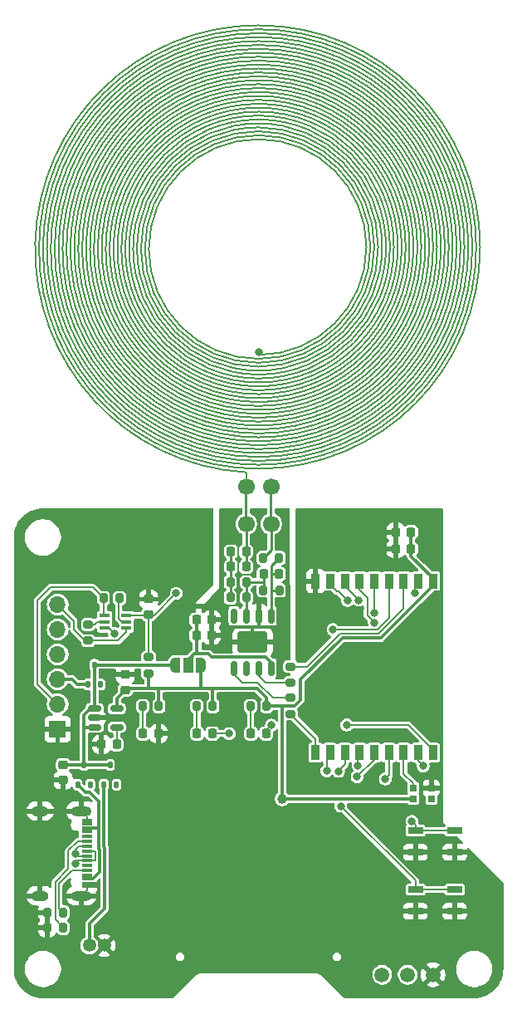
<source format=gtl>
G04 #@! TF.GenerationSoftware,KiCad,Pcbnew,9.0.4*
G04 #@! TF.CreationDate,2025-11-05T08:00:03+09:00*
G04 #@! TF.ProjectId,esp32_JJY_sim_C3_rev2,65737033-325f-44a4-9a59-5f73696d5f43,rev?*
G04 #@! TF.SameCoordinates,Original*
G04 #@! TF.FileFunction,Copper,L1,Top*
G04 #@! TF.FilePolarity,Positive*
%FSLAX46Y46*%
G04 Gerber Fmt 4.6, Leading zero omitted, Abs format (unit mm)*
G04 Created by KiCad (PCBNEW 9.0.4) date 2025-11-05 08:00:03*
%MOMM*%
%LPD*%
G01*
G04 APERTURE LIST*
G04 Aperture macros list*
%AMRoundRect*
0 Rectangle with rounded corners*
0 $1 Rounding radius*
0 $2 $3 $4 $5 $6 $7 $8 $9 X,Y pos of 4 corners*
0 Add a 4 corners polygon primitive as box body*
4,1,4,$2,$3,$4,$5,$6,$7,$8,$9,$2,$3,0*
0 Add four circle primitives for the rounded corners*
1,1,$1+$1,$2,$3*
1,1,$1+$1,$4,$5*
1,1,$1+$1,$6,$7*
1,1,$1+$1,$8,$9*
0 Add four rect primitives between the rounded corners*
20,1,$1+$1,$2,$3,$4,$5,0*
20,1,$1+$1,$4,$5,$6,$7,0*
20,1,$1+$1,$6,$7,$8,$9,0*
20,1,$1+$1,$8,$9,$2,$3,0*%
%AMFreePoly0*
4,1,23,0.550000,-0.750000,0.000000,-0.750000,0.000000,-0.745722,-0.065263,-0.745722,-0.191342,-0.711940,-0.304381,-0.646677,-0.396677,-0.554381,-0.461940,-0.441342,-0.495722,-0.315263,-0.495722,-0.250000,-0.500000,-0.250000,-0.500000,0.250000,-0.495722,0.250000,-0.495722,0.315263,-0.461940,0.441342,-0.396677,0.554381,-0.304381,0.646677,-0.191342,0.711940,-0.065263,0.745722,0.000000,0.745722,
0.000000,0.750000,0.550000,0.750000,0.550000,-0.750000,0.550000,-0.750000,$1*%
%AMFreePoly1*
4,1,23,0.000000,0.745722,0.065263,0.745722,0.191342,0.711940,0.304381,0.646677,0.396677,0.554381,0.461940,0.441342,0.495722,0.315263,0.495722,0.250000,0.500000,0.250000,0.500000,-0.250000,0.495722,-0.250000,0.495722,-0.315263,0.461940,-0.441342,0.396677,-0.554381,0.304381,-0.646677,0.191342,-0.711940,0.065263,-0.745722,0.000000,-0.745722,0.000000,-0.750000,-0.550000,-0.750000,
-0.550000,0.750000,0.000000,0.750000,0.000000,0.745722,0.000000,0.745722,$1*%
G04 Aperture macros list end*
G04 #@! TA.AperFunction,Conductor*
%ADD10C,0.200000*%
G04 #@! TD*
G04 #@! TA.AperFunction,SMDPad,CuDef*
%ADD11RoundRect,0.225000X-0.225000X-0.250000X0.225000X-0.250000X0.225000X0.250000X-0.225000X0.250000X0*%
G04 #@! TD*
G04 #@! TA.AperFunction,SMDPad,CuDef*
%ADD12RoundRect,0.200000X-0.275000X0.200000X-0.275000X-0.200000X0.275000X-0.200000X0.275000X0.200000X0*%
G04 #@! TD*
G04 #@! TA.AperFunction,SMDPad,CuDef*
%ADD13RoundRect,0.200000X-0.200000X-0.275000X0.200000X-0.275000X0.200000X0.275000X-0.200000X0.275000X0*%
G04 #@! TD*
G04 #@! TA.AperFunction,SMDPad,CuDef*
%ADD14RoundRect,0.218750X0.218750X0.256250X-0.218750X0.256250X-0.218750X-0.256250X0.218750X-0.256250X0*%
G04 #@! TD*
G04 #@! TA.AperFunction,SMDPad,CuDef*
%ADD15RoundRect,0.200000X0.200000X0.275000X-0.200000X0.275000X-0.200000X-0.275000X0.200000X-0.275000X0*%
G04 #@! TD*
G04 #@! TA.AperFunction,SMDPad,CuDef*
%ADD16RoundRect,0.112500X-0.112500X-0.237500X0.112500X-0.237500X0.112500X0.237500X-0.112500X0.237500X0*%
G04 #@! TD*
G04 #@! TA.AperFunction,ComponentPad*
%ADD17C,1.700000*%
G04 #@! TD*
G04 #@! TA.AperFunction,ComponentPad*
%ADD18C,1.500000*%
G04 #@! TD*
G04 #@! TA.AperFunction,SMDPad,CuDef*
%ADD19RoundRect,0.200000X0.275000X-0.200000X0.275000X0.200000X-0.275000X0.200000X-0.275000X-0.200000X0*%
G04 #@! TD*
G04 #@! TA.AperFunction,ComponentPad*
%ADD20C,1.350000*%
G04 #@! TD*
G04 #@! TA.AperFunction,SMDPad,CuDef*
%ADD21R,1.000000X0.400000*%
G04 #@! TD*
G04 #@! TA.AperFunction,SMDPad,CuDef*
%ADD22R,0.900000X1.500000*%
G04 #@! TD*
G04 #@! TA.AperFunction,HeatsinkPad*
%ADD23R,2.900000X2.900000*%
G04 #@! TD*
G04 #@! TA.AperFunction,SMDPad,CuDef*
%ADD24RoundRect,0.225000X-0.250000X0.225000X-0.250000X-0.225000X0.250000X-0.225000X0.250000X0.225000X0*%
G04 #@! TD*
G04 #@! TA.AperFunction,SMDPad,CuDef*
%ADD25RoundRect,0.225000X0.225000X0.250000X-0.225000X0.250000X-0.225000X-0.250000X0.225000X-0.250000X0*%
G04 #@! TD*
G04 #@! TA.AperFunction,SMDPad,CuDef*
%ADD26RoundRect,0.150000X0.150000X-0.625000X0.150000X0.625000X-0.150000X0.625000X-0.150000X-0.625000X0*%
G04 #@! TD*
G04 #@! TA.AperFunction,SMDPad,CuDef*
%ADD27RoundRect,0.330000X1.220000X-0.770000X1.220000X0.770000X-1.220000X0.770000X-1.220000X-0.770000X0*%
G04 #@! TD*
G04 #@! TA.AperFunction,SMDPad,CuDef*
%ADD28R,1.500000X0.700000*%
G04 #@! TD*
G04 #@! TA.AperFunction,SMDPad,CuDef*
%ADD29R,0.700000X0.700000*%
G04 #@! TD*
G04 #@! TA.AperFunction,SMDPad,CuDef*
%ADD30FreePoly0,180.000000*%
G04 #@! TD*
G04 #@! TA.AperFunction,SMDPad,CuDef*
%ADD31R,1.000000X1.500000*%
G04 #@! TD*
G04 #@! TA.AperFunction,SMDPad,CuDef*
%ADD32FreePoly1,180.000000*%
G04 #@! TD*
G04 #@! TA.AperFunction,ComponentPad*
%ADD33R,1.700000X1.700000*%
G04 #@! TD*
G04 #@! TA.AperFunction,ComponentPad*
%ADD34O,1.700000X1.700000*%
G04 #@! TD*
G04 #@! TA.AperFunction,SMDPad,CuDef*
%ADD35RoundRect,0.150000X-0.512500X-0.150000X0.512500X-0.150000X0.512500X0.150000X-0.512500X0.150000X0*%
G04 #@! TD*
G04 #@! TA.AperFunction,SMDPad,CuDef*
%ADD36RoundRect,0.225000X0.250000X-0.225000X0.250000X0.225000X-0.250000X0.225000X-0.250000X-0.225000X0*%
G04 #@! TD*
G04 #@! TA.AperFunction,SMDPad,CuDef*
%ADD37R,1.140000X0.300000*%
G04 #@! TD*
G04 #@! TA.AperFunction,ComponentPad*
%ADD38O,2.100000X1.000000*%
G04 #@! TD*
G04 #@! TA.AperFunction,ComponentPad*
%ADD39O,1.800000X1.000000*%
G04 #@! TD*
G04 #@! TA.AperFunction,ViaPad*
%ADD40C,0.800000*%
G04 #@! TD*
G04 #@! TA.AperFunction,ViaPad*
%ADD41C,1.000000*%
G04 #@! TD*
G04 #@! TA.AperFunction,Conductor*
%ADD42C,0.300000*%
G04 #@! TD*
G04 #@! TA.AperFunction,Conductor*
%ADD43C,0.500000*%
G04 #@! TD*
G04 #@! TA.AperFunction,Conductor*
%ADD44C,0.250000*%
G04 #@! TD*
G04 APERTURE END LIST*
D10*
X125000000Y-92800000D02*
G75*
G02*
X125000000Y-54400000I0J19200000D01*
G01*
X125000000Y-93200000D02*
G75*
G02*
X125000000Y-54000000I0J19600000D01*
G01*
X125000000Y-51200000D02*
G75*
G02*
X125000000Y-95600000I0J-22200000D01*
G01*
X125000000Y-94800000D02*
G75*
G02*
X125000000Y-52400000I0J21200000D01*
G01*
X125000000Y-86000000D02*
G75*
G02*
X125000000Y-61200000I0J12400000D01*
G01*
X125000000Y-88400000D02*
G75*
G02*
X125000000Y-58800000I0J14800000D01*
G01*
X125000000Y-56000000D02*
G75*
G02*
X125000000Y-90800000I0J-17400000D01*
G01*
X125000000Y-86800000D02*
G75*
G02*
X125000000Y-60400000I0J13200000D01*
G01*
X125000000Y-93600000D02*
G75*
G02*
X125000000Y-53600000I0J20000000D01*
G01*
X125000000Y-54400000D02*
G75*
G02*
X125000000Y-92400000I0J-19000000D01*
G01*
X125000000Y-94400000D02*
G75*
G02*
X125000000Y-52800000I0J20800000D01*
G01*
X125000000Y-85600000D02*
G75*
G02*
X125000000Y-61600000I0J12000000D01*
G01*
X125000000Y-92000000D02*
G75*
G02*
X125000000Y-55200000I0J18400000D01*
G01*
X125000000Y-57200000D02*
G75*
G02*
X125000000Y-89600000I0J-16200000D01*
G01*
X125000000Y-88000000D02*
G75*
G02*
X125000000Y-59200000I0J14400000D01*
G01*
X125000000Y-87200000D02*
G75*
G02*
X125000000Y-60000000I0J13600000D01*
G01*
X125000000Y-59600000D02*
G75*
G02*
X125000000Y-87200000I0J-13800000D01*
G01*
X125000000Y-89600000D02*
G75*
G02*
X125000000Y-57600000I0J16000000D01*
G01*
X125000000Y-96000000D02*
G75*
G02*
X125000000Y-51200000I0J22400000D01*
G01*
X125000000Y-59200000D02*
G75*
G02*
X125000000Y-87600000I0J-14200000D01*
G01*
X125000000Y-51600000D02*
G75*
G02*
X125000000Y-95200000I0J-21800000D01*
G01*
X125000000Y-53200000D02*
G75*
G02*
X125000000Y-93600000I0J-20200000D01*
G01*
X125000000Y-60000000D02*
G75*
G02*
X125000000Y-86800000I0J-13400000D01*
G01*
X125000000Y-88800000D02*
G75*
G02*
X125000000Y-58400000I0J15200000D01*
G01*
X125000000Y-95600000D02*
G75*
G02*
X125000000Y-51600000I0J22000000D01*
G01*
X125000000Y-90800000D02*
G75*
G02*
X125000000Y-56400000I0J17200000D01*
G01*
X125000000Y-53600000D02*
G75*
G02*
X125000000Y-93200000I0J-19800000D01*
G01*
X125000000Y-58000000D02*
G75*
G02*
X125000000Y-88800000I0J-15400000D01*
G01*
X125000000Y-58400000D02*
G75*
G02*
X124999974Y-88400000I0J-15000000D01*
G01*
X125000000Y-89200000D02*
G75*
G02*
X125000000Y-58000000I0J15600000D01*
G01*
X125000000Y-54800000D02*
G75*
G02*
X125000000Y-92000000I0J-18600000D01*
G01*
X125000000Y-61200000D02*
G75*
G02*
X125000000Y-85600000I0J-12200000D01*
G01*
X125000000Y-58800000D02*
G75*
G02*
X125000000Y-88000000I0J-14600000D01*
G01*
X125000000Y-57600000D02*
G75*
G02*
X125000000Y-89200000I0J-15800000D01*
G01*
X125000000Y-60400000D02*
G75*
G02*
X125000000Y-86400000I0J-13000000D01*
G01*
X125006188Y-50800003D02*
G75*
G02*
X125000000Y-95999998I-6188J-22599997D01*
G01*
X125000000Y-54000000D02*
G75*
G02*
X125000000Y-92800000I0J-19400000D01*
G01*
X125000000Y-85200000D02*
G75*
G02*
X125000000Y-62000000I0J11600000D01*
G01*
X125000000Y-61600000D02*
G75*
G02*
X125000000Y-85200000I0J-11800000D01*
G01*
X123730000Y-96359999D02*
G75*
G02*
X125006185Y-50792443I1273095J22765994D01*
G01*
X125000000Y-55200000D02*
G75*
G02*
X125000000Y-91600000I0J-18200000D01*
G01*
X125000000Y-55600000D02*
G75*
G02*
X125000000Y-91200000I0J-17800000D01*
G01*
X125000000Y-92400000D02*
G75*
G02*
X125000000Y-54800000I0J18800000D01*
G01*
X125000000Y-86400000D02*
G75*
G02*
X125000000Y-60800000I0J12800000D01*
G01*
X125000000Y-91200000D02*
G75*
G02*
X125000000Y-56000000I0J17600000D01*
G01*
X125000000Y-94000000D02*
G75*
G02*
X125000000Y-53200000I0J20400000D01*
G01*
X125000000Y-52400000D02*
G75*
G02*
X125000000Y-94400000I0J-21000000D01*
G01*
X125000000Y-90000000D02*
G75*
G02*
X125000000Y-57200000I0J16400000D01*
G01*
X125000000Y-84800000D02*
G75*
G02*
X125000000Y-62400000I0J11200000D01*
G01*
X125000000Y-60800000D02*
G75*
G02*
X125000000Y-86000000I0J-12600000D01*
G01*
X125000000Y-52800000D02*
G75*
G02*
X125000000Y-94000000I0J-20600000D01*
G01*
X125000000Y-56400000D02*
G75*
G02*
X124999021Y-90400000I0J-17000000D01*
G01*
X125000000Y-95200000D02*
G75*
G02*
X125000000Y-52000000I0J21600000D01*
G01*
X125000000Y-56800000D02*
G75*
G02*
X125000000Y-90000000I0J-16600000D01*
G01*
X125000000Y-52000000D02*
G75*
G02*
X125000000Y-94800000I0J-21400000D01*
G01*
X125000000Y-90400000D02*
G75*
G02*
X125000000Y-56800000I0J16800000D01*
G01*
X125000000Y-87600000D02*
G75*
G02*
X125000000Y-59600000I0J14000000D01*
G01*
X125000000Y-62000000D02*
G75*
G02*
X125000000Y-84800000I0J-11400000D01*
G01*
X125000000Y-62400000D02*
G75*
G02*
X125000000Y-84400000I0J-11000000D01*
G01*
X125000000Y-91600000D02*
G75*
G02*
X125000000Y-55600000I0J18000000D01*
G01*
G04 #@! TA.AperFunction,EtchedComponent*
G36*
X123590000Y-100920000D02*
G01*
X123890000Y-100920000D01*
X123890000Y-98520000D01*
X123590000Y-98520000D01*
X123590000Y-100920000D01*
G37*
G04 #@! TD.AperFunction*
G04 #@! TA.AperFunction,EtchedComponent*
G36*
X126130000Y-100920000D02*
G01*
X126430000Y-100920000D01*
X126430000Y-98520000D01*
X126130000Y-98520000D01*
X126130000Y-100920000D01*
G37*
G04 #@! TD.AperFunction*
D11*
X118650000Y-112975000D03*
X120200000Y-112975000D03*
D12*
X128250000Y-119350000D03*
X128250000Y-121000000D03*
D13*
X125455000Y-105090000D03*
X127105000Y-105090000D03*
D14*
X125787500Y-123000000D03*
X124212500Y-123000000D03*
D13*
X122125000Y-107550000D03*
X123775000Y-107550000D03*
D15*
X105075000Y-142800000D03*
X103425000Y-142800000D03*
D11*
X122175000Y-106000000D03*
X123725000Y-106000000D03*
D15*
X125825000Y-120200000D03*
X124175000Y-120200000D03*
D16*
X109210000Y-128200000D03*
X110510000Y-128200000D03*
X109860000Y-126200000D03*
D11*
X125505000Y-106750000D03*
X127055000Y-106750000D03*
X118650000Y-111400000D03*
X120200000Y-111400000D03*
D14*
X120287500Y-123000000D03*
X118712500Y-123000000D03*
D17*
X123740000Y-101625000D03*
X123740000Y-97815000D03*
D16*
X107600000Y-118000000D03*
X108900000Y-118000000D03*
X108250000Y-116000000D03*
D18*
X137600000Y-147600000D03*
D15*
X105075000Y-141250000D03*
X103425000Y-141250000D03*
D13*
X125475000Y-108400000D03*
X127125000Y-108400000D03*
D19*
X113780000Y-116850000D03*
X113780000Y-115200000D03*
D20*
X107750000Y-144600000D03*
X109250000Y-144600000D03*
D21*
X109275000Y-110950000D03*
X109275000Y-111600000D03*
X109275000Y-112250000D03*
X111525000Y-112250000D03*
X111525000Y-111600000D03*
X111525000Y-110950000D03*
D22*
X142800000Y-107450000D03*
X141300000Y-107450000D03*
X139800000Y-107450000D03*
X138300000Y-107450000D03*
X136800000Y-107450000D03*
X135300000Y-107450000D03*
X133800000Y-107450000D03*
X132300000Y-107450000D03*
X130800000Y-107450000D03*
X130800000Y-124950000D03*
X132300000Y-124950000D03*
X133800000Y-124950000D03*
X135300000Y-124950000D03*
X136800000Y-124950000D03*
X138300000Y-124950000D03*
X139800000Y-124950000D03*
X141300000Y-124950000D03*
X142800000Y-124950000D03*
D23*
X136600000Y-117160000D03*
D15*
X120325000Y-120200000D03*
X118675000Y-120200000D03*
D24*
X113780000Y-109300000D03*
X113780000Y-110850000D03*
D25*
X110525000Y-124100000D03*
X108975000Y-124100000D03*
D19*
X128250000Y-117825000D03*
X128250000Y-116175000D03*
D26*
X122490000Y-116350000D03*
X123760000Y-116350000D03*
X125030000Y-116350000D03*
X126300000Y-116350000D03*
X126300000Y-111000000D03*
X125030000Y-111000000D03*
X123760000Y-111000000D03*
X122490000Y-111000000D03*
D27*
X124395000Y-113675000D03*
D28*
X141000000Y-138882400D03*
X145000000Y-138882400D03*
X141000000Y-141117600D03*
X145000000Y-141117600D03*
D25*
X140550000Y-102450000D03*
X139000000Y-102450000D03*
D19*
X107610000Y-113525000D03*
X107610000Y-111875000D03*
D17*
X126280000Y-101625000D03*
X126280000Y-97815000D03*
D15*
X114825000Y-120200000D03*
X113175000Y-120200000D03*
D24*
X105060000Y-126200000D03*
X105060000Y-127750000D03*
D13*
X122125000Y-109125000D03*
X123775000Y-109125000D03*
D25*
X140550000Y-104150000D03*
X139000000Y-104150000D03*
D14*
X114787500Y-123000000D03*
X113212500Y-123000000D03*
D16*
X106542500Y-128200000D03*
X107842500Y-128200000D03*
X107192500Y-126200000D03*
D11*
X122175000Y-104450000D03*
X123725000Y-104450000D03*
D29*
X142615000Y-129650000D03*
X142615000Y-128550000D03*
X140785000Y-128550000D03*
X140785000Y-129650000D03*
D30*
X119100000Y-116000000D03*
D31*
X117800000Y-116000000D03*
D32*
X116500000Y-116000000D03*
D18*
X140200000Y-147600000D03*
D33*
X104500000Y-122540000D03*
D34*
X104500000Y-120000000D03*
X104500000Y-117460000D03*
X104500000Y-114920000D03*
X104500000Y-112380000D03*
X104500000Y-109840000D03*
D35*
X108262500Y-120450000D03*
X108262500Y-121400000D03*
X108262500Y-122350000D03*
X110537500Y-122350000D03*
X110537500Y-120450000D03*
D36*
X111400000Y-118550000D03*
X111400000Y-117000000D03*
D13*
X109175000Y-109200000D03*
X110825000Y-109200000D03*
D37*
X107470000Y-131870000D03*
X107470000Y-132670000D03*
X107470000Y-133970000D03*
X107470000Y-134970000D03*
X107470000Y-135470000D03*
X107470000Y-136470000D03*
X107470000Y-137770000D03*
X107470000Y-138570000D03*
X107470000Y-138270000D03*
X107470000Y-137470000D03*
X107470000Y-136970000D03*
X107470000Y-135970000D03*
X107470000Y-134470000D03*
X107470000Y-133470000D03*
X107470000Y-132970000D03*
X107470000Y-132170000D03*
D38*
X106900000Y-130900000D03*
D39*
X102720000Y-130900000D03*
D38*
X106900000Y-139540000D03*
D39*
X102720000Y-139540000D03*
D18*
X142800000Y-147600000D03*
D28*
X141000000Y-132882400D03*
X145000000Y-132882400D03*
X141000000Y-135117600D03*
X145000000Y-135117600D03*
D40*
X119000000Y-131000000D03*
X132000000Y-121000000D03*
X105000000Y-106000000D03*
X129000000Y-125000000D03*
X125000000Y-146000000D03*
X111000000Y-115000000D03*
X113000000Y-101000000D03*
X139050000Y-123250000D03*
X139000000Y-140000000D03*
X115000000Y-146000000D03*
X139000000Y-117170000D03*
X130000000Y-103000000D03*
X113000000Y-131000000D03*
X142500000Y-121000000D03*
X135000000Y-146000000D03*
X129500000Y-138000000D03*
X131000000Y-111000000D03*
X136000000Y-103000000D03*
X142500000Y-103000000D03*
X131300000Y-131000000D03*
X113000000Y-140000000D03*
X116500000Y-121500000D03*
X109700000Y-121400000D03*
X122000000Y-121500000D03*
X113000000Y-106000000D03*
X142500000Y-112000000D03*
X125000000Y-131000000D03*
X113000000Y-126000000D03*
X103400000Y-135400000D03*
X134000000Y-117170000D03*
X139000000Y-131000000D03*
X117300000Y-110400000D03*
X140950000Y-108700000D03*
X116600000Y-108700000D03*
X140650000Y-131950000D03*
D41*
X127424000Y-129650000D03*
D40*
X133150000Y-126850000D03*
X136798998Y-110663948D03*
X136807531Y-111689923D03*
X131951000Y-126799000D03*
X134000000Y-122119000D03*
X126300000Y-122150000D03*
X125000000Y-84100000D03*
X137930025Y-127619975D03*
X110300000Y-112800000D03*
X134079601Y-109420399D03*
X133392951Y-130400000D03*
X135225000Y-109400000D03*
X122000000Y-123000000D03*
X132600000Y-112400000D03*
X135150000Y-126250000D03*
X106319051Y-135270002D03*
X106302097Y-136269859D03*
X135050000Y-127400000D03*
X141794975Y-126305025D03*
D42*
X124395000Y-113675000D02*
X124395000Y-112155000D01*
D10*
X107470000Y-138970000D02*
X106900000Y-139540000D01*
X107470000Y-131870000D02*
X107470000Y-131470000D01*
X122950000Y-106775000D02*
X122950000Y-109909000D01*
D42*
X125030000Y-110650000D02*
X125030000Y-112150000D01*
D10*
X124395000Y-112155000D02*
X124400000Y-112150000D01*
X122950000Y-103450000D02*
X122950000Y-106775000D01*
X122950000Y-106775000D02*
X124600000Y-106775000D01*
X107470000Y-131470000D02*
X106900000Y-130900000D01*
D42*
X123159000Y-112150000D02*
X121500000Y-112150000D01*
D10*
X123159000Y-109909000D02*
X120291000Y-109909000D01*
D43*
X117300000Y-110400000D02*
X117700000Y-110000000D01*
D42*
X124400000Y-112150000D02*
X127225000Y-112150000D01*
D43*
X117700000Y-110000000D02*
X120200000Y-110000000D01*
D42*
X123159000Y-112150000D02*
X124400000Y-112150000D01*
D10*
X107470000Y-138270000D02*
X107470000Y-138970000D01*
D42*
X108790000Y-134833604D02*
X108690000Y-134733604D01*
X108790000Y-137110000D02*
X108790000Y-134833604D01*
X108690000Y-134733604D02*
X108690000Y-132670000D01*
X107800000Y-129000000D02*
X107342500Y-129000000D01*
X107342500Y-129000000D02*
X106542500Y-128200000D01*
X108690000Y-129890000D02*
X108690000Y-132670000D01*
X107470000Y-132670000D02*
X108690000Y-132670000D01*
X108130000Y-137770000D02*
X108790000Y-137110000D01*
X107470000Y-137770000D02*
X108130000Y-137770000D01*
X108690000Y-129890000D02*
X107800000Y-129000000D01*
D10*
X145000000Y-132882400D02*
X141000000Y-132882400D01*
X140950000Y-107800000D02*
X141300000Y-107450000D01*
X116600000Y-108700000D02*
X114350000Y-110950000D01*
X140650000Y-131950000D02*
X141000000Y-132300000D01*
X111525000Y-110950000D02*
X113780000Y-110950000D01*
X113780000Y-110850000D02*
X113780000Y-115200000D01*
X141000000Y-132300000D02*
X141000000Y-132882400D01*
X114350000Y-110950000D02*
X113780000Y-110950000D01*
X140950000Y-108700000D02*
X140950000Y-107800000D01*
D42*
X137453910Y-113251000D02*
X133549000Y-113251000D01*
X114825000Y-118375000D02*
X119100000Y-118375000D01*
X128659774Y-120200000D02*
X127425000Y-120200000D01*
X129300000Y-117500000D02*
X129300000Y-119559774D01*
X119100000Y-118375000D02*
X120325000Y-118375000D01*
X110537500Y-120450000D02*
X110537500Y-119412500D01*
X140550000Y-104925000D02*
X142800000Y-107175000D01*
X113780000Y-116850000D02*
X113780000Y-118375000D01*
X114825000Y-120200000D02*
X114825000Y-118375000D01*
X111575000Y-118375000D02*
X111400000Y-118550000D01*
X120325000Y-120200000D02*
X120325000Y-118375000D01*
X140550000Y-104150000D02*
X140550000Y-104925000D01*
X140550000Y-102450000D02*
X140550000Y-104150000D01*
X120325000Y-118375000D02*
X124837190Y-118375000D01*
X110537500Y-119412500D02*
X111400000Y-118550000D01*
X127424000Y-129650000D02*
X127424000Y-120201000D01*
X125825000Y-120200000D02*
X126770208Y-120200000D01*
X141261075Y-109451000D02*
X141253910Y-109451000D01*
X133549000Y-113251000D02*
X129300000Y-117500000D01*
X142800000Y-107912075D02*
X141261075Y-109451000D01*
X119100000Y-116000000D02*
X119100000Y-118375000D01*
X125825000Y-119362810D02*
X125825000Y-120200000D01*
X140785000Y-129650000D02*
X127424000Y-129650000D01*
X127424000Y-120201000D02*
X127425000Y-120200000D01*
X141253910Y-109451000D02*
X137453910Y-113251000D01*
X142800000Y-107450000D02*
X142800000Y-107912075D01*
X126770208Y-120200000D02*
X126772604Y-120202396D01*
X126775000Y-120200000D02*
X127425000Y-120200000D01*
X124837190Y-118375000D02*
X125825000Y-119362810D01*
X126772604Y-120202396D02*
X126775000Y-120200000D01*
X113780000Y-118375000D02*
X111575000Y-118375000D01*
X142800000Y-107175000D02*
X142800000Y-107450000D01*
X129300000Y-119559774D02*
X128659774Y-120200000D01*
X113780000Y-118375000D02*
X114825000Y-118375000D01*
D10*
X122125000Y-104500000D02*
X122175000Y-104450000D01*
D44*
X122125000Y-109150000D02*
X122125000Y-104500000D01*
X123775000Y-107550000D02*
X125505000Y-107550000D01*
X125505000Y-107550000D02*
X125505000Y-108370000D01*
X123775000Y-109150000D02*
X123775000Y-110985000D01*
X123775000Y-107550000D02*
X123775000Y-109150000D01*
X125505000Y-106750000D02*
X125505000Y-107550000D01*
X126280000Y-106750000D02*
X126280000Y-105915000D01*
X126280000Y-108400000D02*
X126280000Y-110980000D01*
X126280000Y-106750000D02*
X126280000Y-108400000D01*
X127125000Y-108400000D02*
X126280000Y-108400000D01*
X127055000Y-106750000D02*
X126280000Y-106750000D01*
X126280000Y-105915000D02*
X127105000Y-105090000D01*
D10*
X104650000Y-140825000D02*
X104650000Y-138265686D01*
X105945686Y-136970000D02*
X107470000Y-136970000D01*
X104650000Y-138265686D02*
X105945686Y-136970000D01*
X105075000Y-141250000D02*
X104650000Y-140825000D01*
X105602097Y-136747903D02*
X105602097Y-134952217D01*
X104250000Y-138100000D02*
X105602097Y-136747903D01*
X104250000Y-141975000D02*
X104250000Y-138100000D01*
X105602097Y-134952217D02*
X106584314Y-133970000D01*
X105075000Y-142800000D02*
X104250000Y-141975000D01*
X106584314Y-133970000D02*
X107470000Y-133970000D01*
X110537500Y-124087500D02*
X110525000Y-124100000D01*
X110537500Y-122350000D02*
X110537500Y-124087500D01*
D42*
X107190000Y-122350000D02*
X107190000Y-126197500D01*
X107192500Y-122347500D02*
X107190000Y-122350000D01*
X108250000Y-116000000D02*
X116500000Y-116000000D01*
X109860000Y-126200000D02*
X107192500Y-126200000D01*
X108250000Y-120437500D02*
X108250000Y-116000000D01*
X107190000Y-126197500D02*
X107192500Y-126200000D01*
X108262500Y-122350000D02*
X107190000Y-122350000D01*
X107192500Y-121094822D02*
X107837322Y-120450000D01*
X107837322Y-120450000D02*
X108262500Y-120450000D01*
X107192500Y-126200000D02*
X105060000Y-126200000D01*
X107192500Y-121094822D02*
X107192500Y-122347500D01*
D10*
X133150000Y-126850000D02*
X133150000Y-126799000D01*
X133800000Y-126149000D02*
X133800000Y-124950000D01*
X133150000Y-126799000D02*
X133800000Y-126149000D01*
X136798998Y-110663948D02*
X136800000Y-110662946D01*
X136800000Y-110662946D02*
X136800000Y-107450000D01*
X136100000Y-109150000D02*
X135300000Y-108350000D01*
X136098999Y-110980313D02*
X136098999Y-110399585D01*
X135300000Y-108350000D02*
X135300000Y-107450000D01*
X136098999Y-110399585D02*
X136100000Y-110398584D01*
X136702992Y-111585384D02*
X136702992Y-111577992D01*
X136100000Y-110398584D02*
X136100000Y-109150000D01*
X136807531Y-111689923D02*
X136702992Y-111585384D01*
X136515949Y-111390949D02*
X136509635Y-111390949D01*
X136509635Y-111390949D02*
X136098999Y-110980313D01*
X136702992Y-111577992D02*
X136515949Y-111390949D01*
X131951000Y-125299000D02*
X132300000Y-124950000D01*
X131951000Y-126799000D02*
X131951000Y-125299000D01*
X124175000Y-122962500D02*
X124212500Y-123000000D01*
X124175000Y-120200000D02*
X124175000Y-122962500D01*
D42*
X105960000Y-117460000D02*
X106500000Y-118000000D01*
X106500000Y-118000000D02*
X107600000Y-118000000D01*
X104500000Y-117460000D02*
X105960000Y-117460000D01*
D10*
X113175000Y-122962500D02*
X113212500Y-123000000D01*
X113175000Y-120200000D02*
X113175000Y-122962500D01*
X110085050Y-113525000D02*
X110090050Y-113530000D01*
X104500000Y-109840000D02*
X104500000Y-109952648D01*
X107285000Y-113525000D02*
X107610000Y-113525000D01*
X104500000Y-109840000D02*
X104500000Y-110210000D01*
X104500000Y-110112648D02*
X104500000Y-109840000D01*
X107610000Y-113525000D02*
X110085050Y-113525000D01*
X106180000Y-112420000D02*
X107285000Y-113525000D01*
X104500000Y-109840000D02*
X106180000Y-111520000D01*
X110090050Y-113530000D02*
X110669950Y-113530000D01*
X106180000Y-111520000D02*
X106180000Y-112420000D01*
X110669950Y-113530000D02*
X111525000Y-112674950D01*
X107610000Y-113525000D02*
X107600000Y-113515000D01*
X111525000Y-112674950D02*
X111525000Y-112250000D01*
X140271000Y-122119000D02*
X142800000Y-124648000D01*
X126300000Y-122150000D02*
X125787500Y-122662500D01*
X125787500Y-122662500D02*
X125787500Y-123000000D01*
X142800000Y-124950000D02*
X142800000Y-124648000D01*
X134000000Y-122119000D02*
X140271000Y-122119000D01*
X123738000Y-97813000D02*
X123725000Y-97800000D01*
X123725000Y-96364999D02*
X123730000Y-96359999D01*
X125000000Y-84100000D02*
X125000000Y-84400000D01*
X123725000Y-97800000D02*
X123725000Y-96364999D01*
D42*
X109190000Y-128232500D02*
X109190000Y-134526497D01*
X109290000Y-134626497D02*
X109290000Y-140860000D01*
X109290000Y-140860000D02*
X107750000Y-142400000D01*
X107750000Y-142400000D02*
X107750000Y-144600000D01*
X109190000Y-134526497D02*
X109290000Y-134626497D01*
D10*
X140785000Y-128085000D02*
X140785000Y-128550000D01*
X139800000Y-127100000D02*
X140785000Y-128085000D01*
X139800000Y-124950000D02*
X139800000Y-127100000D01*
X138300000Y-127250000D02*
X138300000Y-124950000D01*
X137930025Y-127619975D02*
X138300000Y-127250000D01*
X129925000Y-116175000D02*
X133300000Y-112800000D01*
X139800000Y-110267100D02*
X139800000Y-107450000D01*
X133300000Y-112800000D02*
X137267100Y-112800000D01*
X137267100Y-112800000D02*
X139800000Y-110267100D01*
X128250000Y-116175000D02*
X129925000Y-116175000D01*
X118712500Y-120237500D02*
X118675000Y-120200000D01*
X118712500Y-123000000D02*
X118712500Y-120237500D01*
D44*
X123725000Y-104450000D02*
X123725000Y-106000000D01*
D10*
X123740000Y-104710000D02*
X123725000Y-104725000D01*
D44*
X123740000Y-101625000D02*
X123740000Y-104710000D01*
D10*
X110725000Y-111275000D02*
X111050000Y-111600000D01*
X111050000Y-111600000D02*
X111525000Y-111600000D01*
X110725000Y-109300000D02*
X110725000Y-111275000D01*
X110825000Y-109200000D02*
X110725000Y-109300000D01*
X110300000Y-112800000D02*
X109750000Y-112250000D01*
X132976000Y-108501000D02*
X132300000Y-107825000D01*
X133160202Y-108501000D02*
X132976000Y-108501000D01*
X134079601Y-109420399D02*
X133160202Y-108501000D01*
X145000000Y-138882400D02*
X141000000Y-138882400D01*
X109750000Y-112250000D02*
X109275000Y-112250000D01*
X133392951Y-130400000D02*
X133400000Y-130400000D01*
X141000000Y-138000000D02*
X141000000Y-138882400D01*
X132300000Y-107825000D02*
X132300000Y-107450000D01*
X133400000Y-130400000D02*
X141000000Y-138000000D01*
X133800000Y-107950000D02*
X133800000Y-107450000D01*
X135225000Y-109375000D02*
X133800000Y-107950000D01*
X135225000Y-109400000D02*
X135225000Y-109375000D01*
X130800000Y-124950000D02*
X130800000Y-123550000D01*
X130800000Y-123550000D02*
X128250000Y-121000000D01*
X132600000Y-112400000D02*
X137100000Y-112400000D01*
X138300000Y-111200000D02*
X138300000Y-107450000D01*
X120437500Y-122850000D02*
X120287500Y-123000000D01*
X122000000Y-123000000D02*
X120287500Y-123000000D01*
X137100000Y-112400000D02*
X138300000Y-111200000D01*
X135300000Y-124950000D02*
X135150000Y-125100000D01*
X135150000Y-125100000D02*
X135150000Y-126250000D01*
X106630000Y-135470000D02*
X107470000Y-135470000D01*
X106319053Y-135270000D02*
X106319053Y-134800947D01*
X106430000Y-135270000D02*
X106630000Y-135470000D01*
X106319053Y-134800947D02*
X106650000Y-134470000D01*
X106319053Y-135270000D02*
X106430000Y-135270000D01*
X106650000Y-134470000D02*
X107470000Y-134470000D01*
X106319051Y-135270002D02*
X106319053Y-135270000D01*
X136800000Y-125650000D02*
X135050000Y-127400000D01*
X107470000Y-134970000D02*
X108290000Y-134970000D01*
X108340000Y-135020000D02*
X108340000Y-135960000D01*
X108340000Y-135960000D02*
X108330000Y-135970000D01*
X136800000Y-124950000D02*
X136800000Y-125650000D01*
X108290000Y-134970000D02*
X108340000Y-135020000D01*
X108330000Y-135970000D02*
X107470000Y-135970000D01*
X106601956Y-135970000D02*
X107470000Y-135970000D01*
X106302097Y-136269859D02*
X106601956Y-135970000D01*
X141300000Y-125810050D02*
X141794975Y-126305025D01*
X141794975Y-126305025D02*
X141794975Y-126244975D01*
X141300000Y-124950000D02*
X141300000Y-125810050D01*
X109175000Y-109200000D02*
X109175000Y-110850000D01*
X108075000Y-108100000D02*
X103750000Y-108100000D01*
X103750000Y-108100000D02*
X102450000Y-109400000D01*
X102450000Y-117950000D02*
X104500000Y-120000000D01*
X109175000Y-109200000D02*
X108075000Y-108100000D01*
X109175000Y-110850000D02*
X109275000Y-110950000D01*
X102450000Y-109400000D02*
X102450000Y-117950000D01*
X109275000Y-111600000D02*
X108510000Y-111600000D01*
X108510000Y-111600000D02*
X108235000Y-111875000D01*
X108235000Y-111875000D02*
X107610000Y-111875000D01*
X128250000Y-117825000D02*
X125725000Y-117825000D01*
X125030000Y-116000000D02*
X125030000Y-116146968D01*
X125725000Y-117825000D02*
X125030000Y-117130000D01*
X125030000Y-116530000D02*
X125030000Y-116000000D01*
X125030000Y-115853032D02*
X125030000Y-116000000D01*
X125030000Y-117130000D02*
X125030000Y-116350000D01*
X124900000Y-117800000D02*
X126450000Y-119350000D01*
X122490000Y-116350000D02*
X122490000Y-116940000D01*
X126450000Y-119350000D02*
X128250000Y-119350000D01*
X123350000Y-117800000D02*
X124900000Y-117800000D01*
X122490000Y-116940000D02*
X123350000Y-117800000D01*
D44*
X126280000Y-104265000D02*
X126280000Y-101625000D01*
D10*
X126214000Y-101691000D02*
X126280000Y-101625000D01*
D44*
X125455000Y-105090000D02*
X126280000Y-104265000D01*
X126190000Y-101715000D02*
X126214000Y-101691000D01*
D42*
X117800000Y-115496538D02*
X118421538Y-114875000D01*
X120199000Y-115224000D02*
X125724000Y-115224000D01*
X125724000Y-115224000D02*
X126300000Y-115800000D01*
X118650000Y-114875000D02*
X119850000Y-114875000D01*
X118650000Y-111400000D02*
X118650000Y-112975000D01*
X118421538Y-114875000D02*
X118650000Y-114875000D01*
X117800000Y-116000000D02*
X117800000Y-115496538D01*
X118650000Y-112975000D02*
X118650000Y-114875000D01*
D10*
X126300000Y-116000000D02*
X126300000Y-115853032D01*
D42*
X119850000Y-114875000D02*
X120199000Y-115224000D01*
X126300000Y-115800000D02*
X126300000Y-116350000D01*
X117800000Y-115410769D02*
X117800000Y-116000000D01*
G04 #@! TA.AperFunction,Conductor*
G36*
X123278539Y-100019685D02*
G01*
X123324294Y-100072489D01*
X123335500Y-100124000D01*
X123335500Y-100515506D01*
X123315815Y-100582545D01*
X123267795Y-100625991D01*
X123161115Y-100680347D01*
X123080869Y-100738649D01*
X123020467Y-100782535D01*
X123020465Y-100782537D01*
X123020464Y-100782537D01*
X122897537Y-100905464D01*
X122897537Y-100905465D01*
X122897535Y-100905467D01*
X122853649Y-100965869D01*
X122795347Y-101046115D01*
X122716418Y-101201021D01*
X122662697Y-101366357D01*
X122662697Y-101366360D01*
X122635500Y-101538074D01*
X122635500Y-101711925D01*
X122662697Y-101883639D01*
X122662697Y-101883642D01*
X122716418Y-102048978D01*
X122716420Y-102048981D01*
X122795347Y-102203884D01*
X122897535Y-102344533D01*
X123020467Y-102467465D01*
X123125953Y-102544106D01*
X123161117Y-102569654D01*
X123245539Y-102612668D01*
X123292794Y-102636746D01*
X123343591Y-102684720D01*
X123360500Y-102747231D01*
X123360500Y-103654168D01*
X123340815Y-103721207D01*
X123288011Y-103766962D01*
X123279838Y-103770348D01*
X123267839Y-103774823D01*
X123267836Y-103774825D01*
X123157456Y-103857456D01*
X123074824Y-103967837D01*
X123074824Y-103967838D01*
X123066182Y-103991009D01*
X123024310Y-104046943D01*
X122958845Y-104071359D01*
X122890573Y-104056507D01*
X122841167Y-104007101D01*
X122833818Y-103991009D01*
X122829580Y-103979648D01*
X122825175Y-103967837D01*
X122742544Y-103857456D01*
X122632163Y-103774825D01*
X122632162Y-103774824D01*
X122632160Y-103774823D01*
X122502977Y-103726641D01*
X122502978Y-103726641D01*
X122502974Y-103726640D01*
X122502973Y-103726640D01*
X122445864Y-103720500D01*
X121904136Y-103720500D01*
X121847027Y-103726640D01*
X121847025Y-103726640D01*
X121847021Y-103726641D01*
X121717839Y-103774823D01*
X121717837Y-103774824D01*
X121607456Y-103857456D01*
X121524824Y-103967837D01*
X121524823Y-103967839D01*
X121476641Y-104097021D01*
X121476640Y-104097025D01*
X121476640Y-104097027D01*
X121470500Y-104154136D01*
X121470500Y-104745864D01*
X121476640Y-104802973D01*
X121476641Y-104802978D01*
X121524823Y-104932160D01*
X121524824Y-104932162D01*
X121554792Y-104972194D01*
X121607456Y-105042544D01*
X121695811Y-105108686D01*
X121698546Y-105112340D01*
X121702703Y-105114239D01*
X121719293Y-105140054D01*
X121737682Y-105164618D01*
X121738697Y-105170248D01*
X121740477Y-105173017D01*
X121745500Y-105207952D01*
X121745500Y-105242046D01*
X121725815Y-105309085D01*
X121695812Y-105341312D01*
X121607456Y-105407455D01*
X121524824Y-105517837D01*
X121524823Y-105517839D01*
X121476641Y-105647021D01*
X121476640Y-105647025D01*
X121476640Y-105647027D01*
X121470500Y-105704136D01*
X121470500Y-106295864D01*
X121476640Y-106352973D01*
X121476641Y-106352978D01*
X121524823Y-106482160D01*
X121524824Y-106482162D01*
X121524825Y-106482163D01*
X121607456Y-106592544D01*
X121695811Y-106658686D01*
X121698546Y-106662340D01*
X121702703Y-106664239D01*
X121719293Y-106690054D01*
X121737682Y-106714618D01*
X121738697Y-106720248D01*
X121740477Y-106723017D01*
X121745500Y-106757952D01*
X121745500Y-106780000D01*
X121725815Y-106847039D01*
X121695134Y-106879770D01*
X121599989Y-106949989D01*
X121518630Y-107060228D01*
X121473380Y-107189541D01*
X121473378Y-107189553D01*
X121470500Y-107220246D01*
X121470500Y-107879742D01*
X121470501Y-107879748D01*
X121473379Y-107910451D01*
X121473379Y-107910453D01*
X121473380Y-107910455D01*
X121518630Y-108039771D01*
X121599990Y-108150011D01*
X121695133Y-108220229D01*
X121698154Y-108224208D01*
X121702703Y-108226286D01*
X121719076Y-108251764D01*
X121737384Y-108275876D01*
X121738511Y-108282005D01*
X121740477Y-108285064D01*
X121745500Y-108319999D01*
X121745500Y-108355000D01*
X121725815Y-108422039D01*
X121695134Y-108454770D01*
X121599989Y-108524989D01*
X121518630Y-108635228D01*
X121473380Y-108764541D01*
X121473378Y-108764553D01*
X121470500Y-108795246D01*
X121470500Y-109454742D01*
X121470501Y-109454748D01*
X121473379Y-109485451D01*
X121473379Y-109485453D01*
X121473380Y-109485455D01*
X121518630Y-109614771D01*
X121599989Y-109725010D01*
X121631647Y-109748374D01*
X121710227Y-109806369D01*
X121745498Y-109818711D01*
X121839541Y-109851619D01*
X121839545Y-109851619D01*
X121839549Y-109851621D01*
X121870251Y-109854500D01*
X121989089Y-109854499D01*
X122056127Y-109874183D01*
X122101882Y-109926987D01*
X122111826Y-109996145D01*
X122082802Y-110059701D01*
X122076770Y-110066180D01*
X122008675Y-110134274D01*
X122008675Y-110134276D01*
X122008674Y-110134277D01*
X121989283Y-110172333D01*
X121950500Y-110248447D01*
X121935500Y-110343160D01*
X121935500Y-111656839D01*
X121950500Y-111751552D01*
X121969138Y-111788130D01*
X122008674Y-111865723D01*
X122008676Y-111865725D01*
X122008678Y-111865728D01*
X122099271Y-111956321D01*
X122099273Y-111956322D01*
X122099277Y-111956326D01*
X122213445Y-112014498D01*
X122213446Y-112014498D01*
X122213448Y-112014499D01*
X122213447Y-112014499D01*
X122308161Y-112029500D01*
X122587188Y-112029500D01*
X122654227Y-112049185D01*
X122699982Y-112101989D01*
X122709926Y-112171147D01*
X122680901Y-112234703D01*
X122664875Y-112250147D01*
X122584641Y-112314640D01*
X122584640Y-112314641D01*
X122471532Y-112455354D01*
X122471530Y-112455356D01*
X122391320Y-112617086D01*
X122347749Y-112792284D01*
X122345000Y-112832830D01*
X122345000Y-113425000D01*
X126445000Y-113425000D01*
X126445000Y-112832830D01*
X126442250Y-112792284D01*
X126398679Y-112617086D01*
X126318469Y-112455356D01*
X126318467Y-112455354D01*
X126205359Y-112314641D01*
X126205358Y-112314640D01*
X126125125Y-112250147D01*
X126085206Y-112192804D01*
X126082626Y-112122982D01*
X126118205Y-112062849D01*
X126180645Y-112031497D01*
X126202812Y-112029500D01*
X126481839Y-112029500D01*
X126576552Y-112014499D01*
X126576553Y-112014498D01*
X126576555Y-112014498D01*
X126690723Y-111956326D01*
X126781326Y-111865723D01*
X126839498Y-111751555D01*
X126839498Y-111751553D01*
X126839499Y-111751552D01*
X126854500Y-111656839D01*
X126854500Y-110343160D01*
X126839499Y-110248447D01*
X126839498Y-110248445D01*
X126781326Y-110134277D01*
X126781322Y-110134273D01*
X126781321Y-110134271D01*
X126695819Y-110048769D01*
X126662334Y-109987446D01*
X126659500Y-109961088D01*
X126659500Y-109238381D01*
X126679185Y-109171342D01*
X126731989Y-109125587D01*
X126801147Y-109115643D01*
X126824456Y-109121340D01*
X126832694Y-109124222D01*
X126839549Y-109126621D01*
X126870251Y-109129500D01*
X127379748Y-109129499D01*
X127410451Y-109126621D01*
X127539773Y-109081369D01*
X127650010Y-109000010D01*
X127731369Y-108889773D01*
X127776621Y-108760451D01*
X127779500Y-108729749D01*
X127779499Y-108070252D01*
X127776621Y-108039549D01*
X127731369Y-107910227D01*
X127690689Y-107855108D01*
X127650010Y-107799989D01*
X127539772Y-107718630D01*
X127443433Y-107684919D01*
X127386657Y-107644197D01*
X127360911Y-107579244D01*
X127374368Y-107510682D01*
X127422756Y-107460280D01*
X127441057Y-107451696D01*
X127512158Y-107425177D01*
X127512159Y-107425176D01*
X127512163Y-107425175D01*
X127622544Y-107342544D01*
X127705175Y-107232163D01*
X127753360Y-107102973D01*
X127759500Y-107045864D01*
X127759500Y-106454136D01*
X127753360Y-106397027D01*
X127736929Y-106352973D01*
X127705176Y-106267839D01*
X127705175Y-106267837D01*
X127622544Y-106157456D01*
X127512163Y-106074825D01*
X127512162Y-106074824D01*
X127417540Y-106039532D01*
X127361607Y-105997660D01*
X127337190Y-105932196D01*
X127352042Y-105863923D01*
X127401447Y-105814518D01*
X127419906Y-105806314D01*
X127519773Y-105771369D01*
X127630010Y-105690010D01*
X127711369Y-105579773D01*
X127756621Y-105450451D01*
X127759500Y-105419749D01*
X127759499Y-104760252D01*
X127756621Y-104729549D01*
X127711369Y-104600227D01*
X127663015Y-104534710D01*
X127630010Y-104489989D01*
X127555326Y-104434870D01*
X127519773Y-104408631D01*
X127519771Y-104408630D01*
X127390458Y-104363380D01*
X127390446Y-104363378D01*
X127359753Y-104360500D01*
X126850257Y-104360500D01*
X126831609Y-104362248D01*
X126819549Y-104363379D01*
X126819547Y-104363379D01*
X126819542Y-104363380D01*
X126812171Y-104364990D01*
X126811588Y-104362321D01*
X126795013Y-104363165D01*
X126765857Y-104367358D01*
X126760519Y-104364920D01*
X126754657Y-104365219D01*
X126729092Y-104350569D01*
X126702301Y-104338335D01*
X126699128Y-104333398D01*
X126694035Y-104330480D01*
X126680448Y-104304334D01*
X126664525Y-104279558D01*
X126663358Y-104271445D01*
X126661818Y-104268481D01*
X126659501Y-104244623D01*
X126659501Y-104215038D01*
X126659500Y-104215034D01*
X126659500Y-102747231D01*
X126679185Y-102680192D01*
X126727205Y-102636746D01*
X126858884Y-102569653D01*
X126999533Y-102467465D01*
X127122465Y-102344533D01*
X127224653Y-102203884D01*
X127303580Y-102048981D01*
X127357303Y-101883638D01*
X127384500Y-101711926D01*
X127384500Y-101538074D01*
X127357303Y-101366362D01*
X127357302Y-101366358D01*
X127357302Y-101366357D01*
X127303581Y-101201021D01*
X127224652Y-101046115D01*
X127122465Y-100905467D01*
X126999533Y-100782535D01*
X126858884Y-100680347D01*
X126752205Y-100625991D01*
X126701409Y-100578016D01*
X126684500Y-100515506D01*
X126684500Y-100124000D01*
X126704185Y-100056961D01*
X126756989Y-100011206D01*
X126808500Y-100000000D01*
X127134149Y-100000000D01*
X127169081Y-100005022D01*
X127206852Y-100016113D01*
X127238821Y-100025500D01*
X128076450Y-100025500D01*
X128143489Y-100045185D01*
X128189244Y-100097989D01*
X128200449Y-100149127D01*
X128246372Y-115396127D01*
X128226890Y-115463225D01*
X128174224Y-115509139D01*
X128122374Y-115520500D01*
X127920257Y-115520500D01*
X127904900Y-115521940D01*
X127889549Y-115523379D01*
X127889546Y-115523379D01*
X127889544Y-115523380D01*
X127760228Y-115568630D01*
X127649989Y-115649989D01*
X127568630Y-115760228D01*
X127523380Y-115889541D01*
X127523378Y-115889553D01*
X127520500Y-115920246D01*
X127520500Y-116429742D01*
X127520501Y-116429748D01*
X127523379Y-116460451D01*
X127523379Y-116460453D01*
X127523380Y-116460455D01*
X127568630Y-116589771D01*
X127649989Y-116700010D01*
X127704842Y-116740493D01*
X127760227Y-116781369D01*
X127799600Y-116795146D01*
X127889541Y-116826619D01*
X127889545Y-116826619D01*
X127889549Y-116826621D01*
X127920251Y-116829500D01*
X128127064Y-116829499D01*
X128135569Y-116831996D01*
X128144340Y-116830709D01*
X128168571Y-116841686D01*
X128194102Y-116849183D01*
X128199908Y-116855883D01*
X128207983Y-116859542D01*
X128222433Y-116881878D01*
X128239857Y-116901987D01*
X128242118Y-116912307D01*
X128245934Y-116918206D01*
X128251062Y-116953126D01*
X128251342Y-117046127D01*
X128231860Y-117113225D01*
X128179194Y-117159139D01*
X128127344Y-117170500D01*
X127920257Y-117170500D01*
X127904900Y-117171940D01*
X127889549Y-117173379D01*
X127889546Y-117173379D01*
X127889544Y-117173380D01*
X127760228Y-117218630D01*
X127649989Y-117299989D01*
X127563113Y-117417704D01*
X127560591Y-117415842D01*
X127522971Y-117454508D01*
X127462059Y-117470500D01*
X126825912Y-117470500D01*
X126758873Y-117450815D01*
X126713118Y-117398011D01*
X126703174Y-117328853D01*
X126732199Y-117265297D01*
X126738231Y-117258819D01*
X126781321Y-117215728D01*
X126781326Y-117215723D01*
X126839498Y-117101555D01*
X126839498Y-117101553D01*
X126839499Y-117101552D01*
X126854500Y-117006839D01*
X126854500Y-115693160D01*
X126839499Y-115598447D01*
X126833718Y-115587102D01*
X126781326Y-115484277D01*
X126781322Y-115484273D01*
X126781321Y-115484271D01*
X126690728Y-115393678D01*
X126690725Y-115393676D01*
X126690723Y-115393674D01*
X126576555Y-115335502D01*
X126576554Y-115335501D01*
X126576551Y-115335500D01*
X126576552Y-115335500D01*
X126481839Y-115320500D01*
X126481834Y-115320500D01*
X126443911Y-115320500D01*
X126414470Y-115311855D01*
X126384484Y-115305332D01*
X126379468Y-115301577D01*
X126376872Y-115300815D01*
X126356230Y-115284181D01*
X126240372Y-115168323D01*
X126206887Y-115107000D01*
X126211871Y-115037308D01*
X126231406Y-115002954D01*
X126318469Y-114894642D01*
X126398679Y-114732913D01*
X126442250Y-114557715D01*
X126445000Y-114517169D01*
X126445000Y-113925000D01*
X122345000Y-113925000D01*
X122345000Y-114517169D01*
X122347750Y-114557719D01*
X122374573Y-114665573D01*
X122371650Y-114735382D01*
X122331450Y-114792528D01*
X122266736Y-114818869D01*
X122254239Y-114819500D01*
X120417912Y-114819500D01*
X120350873Y-114799815D01*
X120330231Y-114783181D01*
X120098371Y-114551322D01*
X120098369Y-114551320D01*
X120006131Y-114498066D01*
X119903253Y-114470500D01*
X119324000Y-114470500D01*
X119256961Y-114450815D01*
X119211206Y-114398011D01*
X119200000Y-114346500D01*
X119200000Y-113774667D01*
X119219685Y-113707628D01*
X119272489Y-113661873D01*
X119341647Y-113651929D01*
X119405203Y-113680954D01*
X119411681Y-113686986D01*
X119522267Y-113797572D01*
X119522271Y-113797575D01*
X119666507Y-113886542D01*
X119666518Y-113886547D01*
X119827393Y-113939855D01*
X119926683Y-113949999D01*
X120450000Y-113949999D01*
X120473308Y-113949999D01*
X120473322Y-113949998D01*
X120572607Y-113939855D01*
X120733481Y-113886547D01*
X120733492Y-113886542D01*
X120877728Y-113797575D01*
X120877732Y-113797572D01*
X120997572Y-113677732D01*
X120997575Y-113677728D01*
X121086542Y-113533492D01*
X121086547Y-113533481D01*
X121139855Y-113372606D01*
X121149999Y-113273322D01*
X121150000Y-113273309D01*
X121150000Y-113225000D01*
X120450000Y-113225000D01*
X120450000Y-113949999D01*
X119926683Y-113949999D01*
X119950000Y-113949998D01*
X119950000Y-112725000D01*
X120450000Y-112725000D01*
X121149999Y-112725000D01*
X121149999Y-112676692D01*
X121149998Y-112676677D01*
X121139855Y-112577392D01*
X121086547Y-112416518D01*
X121086542Y-112416507D01*
X120997575Y-112272271D01*
X120993095Y-112266605D01*
X120994986Y-112265109D01*
X120967001Y-112213858D01*
X120971985Y-112144166D01*
X120994341Y-112109380D01*
X120993095Y-112108395D01*
X120997575Y-112102728D01*
X121086542Y-111958492D01*
X121086547Y-111958481D01*
X121139855Y-111797606D01*
X121149999Y-111698322D01*
X121150000Y-111698309D01*
X121150000Y-111650000D01*
X120450000Y-111650000D01*
X120450000Y-112725000D01*
X119950000Y-112725000D01*
X119950000Y-111150000D01*
X120450000Y-111150000D01*
X121149999Y-111150000D01*
X121149999Y-111101692D01*
X121149998Y-111101677D01*
X121139855Y-111002392D01*
X121086547Y-110841518D01*
X121086542Y-110841507D01*
X120997575Y-110697271D01*
X120997572Y-110697267D01*
X120877732Y-110577427D01*
X120877728Y-110577424D01*
X120733492Y-110488457D01*
X120733481Y-110488452D01*
X120572606Y-110435144D01*
X120473322Y-110425000D01*
X120450000Y-110425000D01*
X120450000Y-111150000D01*
X119950000Y-111150000D01*
X119950000Y-110424999D01*
X119926693Y-110425000D01*
X119926674Y-110425001D01*
X119827392Y-110435144D01*
X119666518Y-110488452D01*
X119666507Y-110488457D01*
X119522271Y-110577424D01*
X119522267Y-110577427D01*
X119411681Y-110688014D01*
X119350358Y-110721499D01*
X119280666Y-110716515D01*
X119224733Y-110674643D01*
X119200316Y-110609179D01*
X119200000Y-110600333D01*
X119200000Y-110051362D01*
X119219685Y-109984323D01*
X119236319Y-109963681D01*
X120084357Y-109115643D01*
X121000000Y-108200000D01*
X121000000Y-100149500D01*
X121019685Y-100082461D01*
X121072489Y-100036706D01*
X121124000Y-100025500D01*
X122761178Y-100025500D01*
X122830918Y-100005022D01*
X122865851Y-100000000D01*
X123211500Y-100000000D01*
X123278539Y-100019685D01*
G37*
G04 #@! TD.AperFunction*
G04 #@! TA.AperFunction,Conductor*
G36*
X124711752Y-107933677D02*
G01*
X124726559Y-107932947D01*
X124744598Y-107943321D01*
X124764566Y-107949185D01*
X124774274Y-107960388D01*
X124787126Y-107967780D01*
X124796693Y-107986262D01*
X124810321Y-108001989D01*
X124812980Y-108017724D01*
X124819247Y-108029829D01*
X124820985Y-108065080D01*
X124820500Y-108070250D01*
X124820500Y-108729742D01*
X124820501Y-108729748D01*
X124823379Y-108760451D01*
X124823379Y-108760453D01*
X124823380Y-108760455D01*
X124868630Y-108889771D01*
X124949989Y-109000010D01*
X125005108Y-109040689D01*
X125060227Y-109081369D01*
X125099600Y-109095146D01*
X125189541Y-109126619D01*
X125189545Y-109126619D01*
X125189549Y-109126621D01*
X125220251Y-109129500D01*
X125729748Y-109129499D01*
X125760451Y-109126621D01*
X125760457Y-109126618D01*
X125764924Y-109126200D01*
X125833509Y-109139541D01*
X125883993Y-109187843D01*
X125900500Y-109249659D01*
X125900500Y-109876898D01*
X125880815Y-109943937D01*
X125828011Y-109989692D01*
X125758853Y-109999636D01*
X125695297Y-109970611D01*
X125688819Y-109964579D01*
X125581561Y-109857321D01*
X125581552Y-109857314D01*
X125440196Y-109773717D01*
X125440193Y-109773716D01*
X125282494Y-109727900D01*
X125282497Y-109727900D01*
X125280000Y-109727703D01*
X125280000Y-110876000D01*
X125260315Y-110943039D01*
X125207511Y-110988794D01*
X125156000Y-111000000D01*
X124904000Y-111000000D01*
X124836961Y-110980315D01*
X124791206Y-110927511D01*
X124780000Y-110876000D01*
X124780000Y-109727703D01*
X124777503Y-109727900D01*
X124619806Y-109773716D01*
X124619805Y-109773716D01*
X124513803Y-109836405D01*
X124446079Y-109853587D01*
X124379817Y-109831426D01*
X124336054Y-109776960D01*
X124328685Y-109707480D01*
X124350913Y-109656039D01*
X124381369Y-109614773D01*
X124426621Y-109485451D01*
X124429500Y-109454749D01*
X124429499Y-108795252D01*
X124426621Y-108764549D01*
X124381369Y-108635227D01*
X124340689Y-108580108D01*
X124300010Y-108524989D01*
X124204866Y-108454770D01*
X124201843Y-108450789D01*
X124197297Y-108448713D01*
X124180923Y-108423234D01*
X124162616Y-108399122D01*
X124161488Y-108392993D01*
X124159523Y-108389935D01*
X124154500Y-108355000D01*
X124154500Y-108319999D01*
X124174185Y-108252960D01*
X124204867Y-108220229D01*
X124300009Y-108150011D01*
X124300010Y-108150010D01*
X124381369Y-108039773D01*
X124390897Y-108012544D01*
X124431619Y-107955769D01*
X124496572Y-107930022D01*
X124507938Y-107929500D01*
X124697527Y-107929500D01*
X124711752Y-107933677D01*
G37*
G04 #@! TD.AperFunction*
G04 #@! TA.AperFunction,Conductor*
G36*
X123009426Y-106393492D02*
G01*
X123058832Y-106442897D01*
X123066182Y-106458991D01*
X123074823Y-106482160D01*
X123074824Y-106482162D01*
X123074825Y-106482163D01*
X123157456Y-106592544D01*
X123267837Y-106675175D01*
X123288833Y-106683006D01*
X123344766Y-106724876D01*
X123369184Y-106790340D01*
X123354333Y-106858613D01*
X123319135Y-106898957D01*
X123249990Y-106949989D01*
X123168630Y-107060228D01*
X123123380Y-107189541D01*
X123123378Y-107189553D01*
X123120500Y-107220246D01*
X123120500Y-107879742D01*
X123120501Y-107879748D01*
X123123379Y-107910451D01*
X123123379Y-107910453D01*
X123123380Y-107910455D01*
X123168630Y-108039771D01*
X123249990Y-108150011D01*
X123345133Y-108220229D01*
X123348154Y-108224208D01*
X123352703Y-108226286D01*
X123369076Y-108251764D01*
X123387384Y-108275876D01*
X123388511Y-108282005D01*
X123390477Y-108285064D01*
X123395500Y-108319999D01*
X123395500Y-108355000D01*
X123375815Y-108422039D01*
X123345134Y-108454770D01*
X123249989Y-108524989D01*
X123168630Y-108635228D01*
X123123380Y-108764541D01*
X123123378Y-108764553D01*
X123120500Y-108795246D01*
X123120500Y-109454742D01*
X123120501Y-109454748D01*
X123123379Y-109485451D01*
X123123379Y-109485453D01*
X123123380Y-109485455D01*
X123168630Y-109614771D01*
X123249990Y-109725011D01*
X123345133Y-109795229D01*
X123348154Y-109799208D01*
X123352703Y-109801286D01*
X123369076Y-109826764D01*
X123387384Y-109850876D01*
X123388511Y-109857005D01*
X123390477Y-109860064D01*
X123395500Y-109894999D01*
X123395500Y-109966088D01*
X123375815Y-110033127D01*
X123359181Y-110053769D01*
X123278678Y-110134271D01*
X123278673Y-110134278D01*
X123235484Y-110219041D01*
X123187510Y-110269836D01*
X123119689Y-110286631D01*
X123053554Y-110264093D01*
X123014516Y-110219041D01*
X123001712Y-110193912D01*
X122971326Y-110134277D01*
X122971323Y-110134274D01*
X122971321Y-110134271D01*
X122880728Y-110043678D01*
X122880725Y-110043676D01*
X122880723Y-110043674D01*
X122766555Y-109985502D01*
X122766554Y-109985501D01*
X122766551Y-109985500D01*
X122672587Y-109970618D01*
X122609452Y-109940689D01*
X122572521Y-109881377D01*
X122573519Y-109811514D01*
X122612129Y-109753282D01*
X122618336Y-109748386D01*
X122650010Y-109725010D01*
X122731369Y-109614773D01*
X122776621Y-109485451D01*
X122779500Y-109454749D01*
X122779499Y-108795252D01*
X122776621Y-108764549D01*
X122731369Y-108635227D01*
X122690689Y-108580108D01*
X122650010Y-108524989D01*
X122554866Y-108454770D01*
X122551843Y-108450789D01*
X122547297Y-108448713D01*
X122530923Y-108423234D01*
X122512616Y-108399122D01*
X122511488Y-108392993D01*
X122509523Y-108389935D01*
X122504500Y-108355000D01*
X122504500Y-108319999D01*
X122524185Y-108252960D01*
X122554867Y-108220229D01*
X122650009Y-108150011D01*
X122650010Y-108150010D01*
X122731369Y-108039773D01*
X122768494Y-107933677D01*
X122776619Y-107910458D01*
X122776619Y-107910455D01*
X122776621Y-107910451D01*
X122779500Y-107879749D01*
X122779499Y-107220252D01*
X122776621Y-107189549D01*
X122731369Y-107060227D01*
X122690689Y-107005108D01*
X122650010Y-106949989D01*
X122580865Y-106898958D01*
X122538614Y-106843310D01*
X122533156Y-106773654D01*
X122566224Y-106712105D01*
X122611168Y-106683005D01*
X122632163Y-106675175D01*
X122742544Y-106592544D01*
X122825175Y-106482163D01*
X122833818Y-106458991D01*
X122875689Y-106403057D01*
X122941153Y-106378640D01*
X123009426Y-106393492D01*
G37*
G04 #@! TD.AperFunction*
G04 #@! TA.AperFunction,Conductor*
G36*
X124569081Y-100005022D02*
G01*
X124606852Y-100016113D01*
X124638821Y-100025500D01*
X124638822Y-100025500D01*
X125361178Y-100025500D01*
X125430918Y-100005022D01*
X125465851Y-100000000D01*
X125751500Y-100000000D01*
X125818539Y-100019685D01*
X125864294Y-100072489D01*
X125875500Y-100124000D01*
X125875500Y-100515506D01*
X125855815Y-100582545D01*
X125807795Y-100625991D01*
X125701115Y-100680347D01*
X125620869Y-100738649D01*
X125560467Y-100782535D01*
X125560465Y-100782537D01*
X125560464Y-100782537D01*
X125437537Y-100905464D01*
X125437537Y-100905465D01*
X125437535Y-100905467D01*
X125393649Y-100965869D01*
X125335347Y-101046115D01*
X125256418Y-101201021D01*
X125202697Y-101366357D01*
X125202697Y-101366360D01*
X125175500Y-101538074D01*
X125175500Y-101711925D01*
X125202697Y-101883639D01*
X125202697Y-101883642D01*
X125256418Y-102048978D01*
X125256420Y-102048981D01*
X125335347Y-102203884D01*
X125437535Y-102344533D01*
X125560467Y-102467465D01*
X125665953Y-102544106D01*
X125701117Y-102569654D01*
X125785539Y-102612668D01*
X125832794Y-102636746D01*
X125883591Y-102684720D01*
X125900500Y-102747231D01*
X125900500Y-104056443D01*
X125880815Y-104123482D01*
X125864181Y-104144124D01*
X125684124Y-104324181D01*
X125622801Y-104357666D01*
X125596443Y-104360500D01*
X125200257Y-104360500D01*
X125184900Y-104361940D01*
X125169549Y-104363379D01*
X125169546Y-104363379D01*
X125169544Y-104363380D01*
X125040228Y-104408630D01*
X124929989Y-104489989D01*
X124848630Y-104600228D01*
X124803380Y-104729541D01*
X124803378Y-104729553D01*
X124800500Y-104760246D01*
X124800500Y-105419742D01*
X124800501Y-105419748D01*
X124803379Y-105450451D01*
X124803379Y-105450453D01*
X124803380Y-105450455D01*
X124848630Y-105579771D01*
X124929989Y-105690010D01*
X125040227Y-105771369D01*
X125140079Y-105806309D01*
X125196855Y-105847030D01*
X125222602Y-105911983D01*
X125209146Y-105980545D01*
X125160758Y-106030947D01*
X125142459Y-106039531D01*
X125047841Y-106074822D01*
X125047837Y-106074824D01*
X124937456Y-106157456D01*
X124854824Y-106267837D01*
X124854823Y-106267839D01*
X124806641Y-106397021D01*
X124806640Y-106397025D01*
X124806640Y-106397027D01*
X124800500Y-106454136D01*
X124800500Y-106454144D01*
X124800500Y-107046500D01*
X124797949Y-107055185D01*
X124799238Y-107064147D01*
X124788259Y-107088187D01*
X124780815Y-107113539D01*
X124773974Y-107119466D01*
X124770213Y-107127703D01*
X124747978Y-107141992D01*
X124728011Y-107159294D01*
X124717496Y-107161581D01*
X124711435Y-107165477D01*
X124676500Y-107170500D01*
X124507938Y-107170500D01*
X124440899Y-107150815D01*
X124395144Y-107098011D01*
X124390897Y-107087456D01*
X124389255Y-107082765D01*
X124381369Y-107060227D01*
X124300010Y-106949990D01*
X124300008Y-106949989D01*
X124300008Y-106949988D01*
X124190036Y-106868825D01*
X124147785Y-106813178D01*
X124142326Y-106743522D01*
X124175393Y-106681972D01*
X124189351Y-106669793D01*
X124292544Y-106592544D01*
X124375175Y-106482163D01*
X124423360Y-106352973D01*
X124429500Y-106295864D01*
X124429500Y-105704136D01*
X124423360Y-105647027D01*
X124422712Y-105645289D01*
X124375176Y-105517839D01*
X124375175Y-105517837D01*
X124324735Y-105450458D01*
X124292544Y-105407456D01*
X124182163Y-105324825D01*
X124182161Y-105324824D01*
X124181417Y-105324267D01*
X124139546Y-105268333D01*
X124134562Y-105198641D01*
X124168047Y-105137318D01*
X124181417Y-105125733D01*
X124182161Y-105125175D01*
X124182163Y-105125175D01*
X124292544Y-105042544D01*
X124375175Y-104932163D01*
X124423360Y-104802973D01*
X124429500Y-104745864D01*
X124429500Y-104154136D01*
X124423360Y-104097027D01*
X124423358Y-104097021D01*
X124375176Y-103967839D01*
X124375175Y-103967837D01*
X124292544Y-103857456D01*
X124182163Y-103774825D01*
X124182162Y-103774824D01*
X124175063Y-103769510D01*
X124176197Y-103767994D01*
X124134663Y-103726454D01*
X124119500Y-103667035D01*
X124119500Y-102747231D01*
X124139185Y-102680192D01*
X124187205Y-102636746D01*
X124318884Y-102569653D01*
X124459533Y-102467465D01*
X124582465Y-102344533D01*
X124684653Y-102203884D01*
X124763580Y-102048981D01*
X124817303Y-101883638D01*
X124844500Y-101711926D01*
X124844500Y-101538074D01*
X124817303Y-101366362D01*
X124817302Y-101366358D01*
X124817302Y-101366357D01*
X124763581Y-101201021D01*
X124684652Y-101046115D01*
X124582465Y-100905467D01*
X124459533Y-100782535D01*
X124318884Y-100680347D01*
X124212205Y-100625991D01*
X124161409Y-100578016D01*
X124144500Y-100515506D01*
X124144500Y-100124000D01*
X124164185Y-100056961D01*
X124216989Y-100011206D01*
X124268500Y-100000000D01*
X124534149Y-100000000D01*
X124569081Y-100005022D01*
G37*
G04 #@! TD.AperFunction*
G04 #@! TA.AperFunction,Conductor*
G36*
X123009426Y-104843492D02*
G01*
X123058832Y-104892897D01*
X123066182Y-104908991D01*
X123074823Y-104932160D01*
X123074824Y-104932162D01*
X123074825Y-104932163D01*
X123157456Y-105042544D01*
X123188295Y-105065630D01*
X123268582Y-105125734D01*
X123310453Y-105181668D01*
X123315437Y-105251359D01*
X123281951Y-105312682D01*
X123268582Y-105324266D01*
X123157458Y-105407454D01*
X123157457Y-105407455D01*
X123157456Y-105407456D01*
X123129810Y-105444385D01*
X123074824Y-105517837D01*
X123074824Y-105517838D01*
X123066182Y-105541009D01*
X123024310Y-105596943D01*
X122958845Y-105621359D01*
X122890573Y-105606507D01*
X122841167Y-105557101D01*
X122833818Y-105541009D01*
X122829580Y-105529648D01*
X122825175Y-105517837D01*
X122742544Y-105407456D01*
X122632163Y-105324825D01*
X122632161Y-105324824D01*
X122631417Y-105324267D01*
X122589546Y-105268333D01*
X122584562Y-105198641D01*
X122618047Y-105137318D01*
X122631417Y-105125733D01*
X122632161Y-105125175D01*
X122632163Y-105125175D01*
X122742544Y-105042544D01*
X122825175Y-104932163D01*
X122833818Y-104908991D01*
X122875689Y-104853057D01*
X122941153Y-104828640D01*
X123009426Y-104843492D01*
G37*
G04 #@! TD.AperFunction*
G04 #@! TA.AperFunction,Conductor*
G36*
X105342689Y-100003109D02*
G01*
X105440785Y-100025499D01*
X105440790Y-100025500D01*
X120276000Y-100025500D01*
X120343039Y-100045185D01*
X120388794Y-100097989D01*
X120400000Y-100149500D01*
X120400000Y-107748638D01*
X120380315Y-107815677D01*
X120363681Y-107836319D01*
X118600000Y-109599999D01*
X118600000Y-110546500D01*
X118580315Y-110613539D01*
X118527511Y-110659294D01*
X118476000Y-110670500D01*
X118379136Y-110670500D01*
X118322027Y-110676640D01*
X118322025Y-110676640D01*
X118322021Y-110676641D01*
X118192839Y-110724823D01*
X118192837Y-110724824D01*
X118082456Y-110807456D01*
X117999824Y-110917837D01*
X117999823Y-110917839D01*
X117951641Y-111047021D01*
X117951640Y-111047025D01*
X117951640Y-111047027D01*
X117945500Y-111104136D01*
X117945500Y-111695864D01*
X117947902Y-111718201D01*
X117951641Y-111752978D01*
X117999823Y-111882160D01*
X117999824Y-111882162D01*
X117999825Y-111882163D01*
X118082456Y-111992544D01*
X118192837Y-112075175D01*
X118195811Y-112077401D01*
X118198548Y-112081057D01*
X118202703Y-112082955D01*
X118219293Y-112108769D01*
X118237682Y-112133335D01*
X118238697Y-112138964D01*
X118240477Y-112141733D01*
X118245500Y-112176668D01*
X118245500Y-112198332D01*
X118225815Y-112265371D01*
X118195811Y-112297599D01*
X118192837Y-112299824D01*
X118192837Y-112299825D01*
X118117610Y-112356140D01*
X118082456Y-112382456D01*
X117999824Y-112492837D01*
X117999823Y-112492839D01*
X117951641Y-112622021D01*
X117951640Y-112622025D01*
X117951640Y-112622027D01*
X117945500Y-112679136D01*
X117945500Y-113270864D01*
X117951640Y-113327973D01*
X117951641Y-113327978D01*
X117999823Y-113457160D01*
X117999824Y-113457162D01*
X117999825Y-113457163D01*
X118082456Y-113567544D01*
X118192837Y-113650175D01*
X118195811Y-113652401D01*
X118237682Y-113708335D01*
X118245500Y-113751668D01*
X118245500Y-114437967D01*
X118225815Y-114505006D01*
X118183504Y-114545352D01*
X118173171Y-114551318D01*
X118173165Y-114551322D01*
X117765306Y-114959181D01*
X117703983Y-114992666D01*
X117677625Y-114995500D01*
X117274934Y-114995500D01*
X117199225Y-115010559D01*
X117150846Y-115010559D01*
X117060889Y-114992666D01*
X117050000Y-114990500D01*
X116434174Y-114990500D01*
X116367017Y-114999342D01*
X116367009Y-114999343D01*
X116239837Y-115033419D01*
X116177261Y-115059339D01*
X116177250Y-115059344D01*
X116063241Y-115125167D01*
X116009506Y-115166400D01*
X116009497Y-115166408D01*
X115916408Y-115259497D01*
X115916400Y-115259506D01*
X115875167Y-115313241D01*
X115809344Y-115427250D01*
X115809339Y-115427261D01*
X115783418Y-115489839D01*
X115779732Y-115503597D01*
X115743365Y-115563256D01*
X115680517Y-115593784D01*
X115659958Y-115595500D01*
X114632473Y-115595500D01*
X114565434Y-115575815D01*
X114519679Y-115523011D01*
X114509015Y-115459920D01*
X114509037Y-115459687D01*
X114509500Y-115454749D01*
X114509499Y-114945252D01*
X114506621Y-114914549D01*
X114461369Y-114785227D01*
X114420689Y-114730108D01*
X114380010Y-114674989D01*
X114316583Y-114628178D01*
X114269773Y-114593631D01*
X114217544Y-114575355D01*
X114160769Y-114534633D01*
X114135022Y-114469680D01*
X114134500Y-114458314D01*
X114134500Y-111633885D01*
X114154185Y-111566846D01*
X114206989Y-111521091D01*
X114215145Y-111517711D01*
X114262163Y-111500175D01*
X114372544Y-111417544D01*
X114451201Y-111312470D01*
X114488463Y-111279398D01*
X114567668Y-111233671D01*
X116414689Y-109386648D01*
X116476010Y-109353165D01*
X116526563Y-109352715D01*
X116535535Y-109354499D01*
X116535536Y-109354500D01*
X116535537Y-109354500D01*
X116664464Y-109354500D01*
X116664465Y-109354499D01*
X116738446Y-109339784D01*
X116790903Y-109329350D01*
X116790906Y-109329348D01*
X116790911Y-109329348D01*
X116910022Y-109280011D01*
X117017220Y-109208383D01*
X117108383Y-109117220D01*
X117180011Y-109010022D01*
X117229348Y-108890911D01*
X117229575Y-108889773D01*
X117254499Y-108764467D01*
X117254500Y-108764464D01*
X117254500Y-108635536D01*
X117254499Y-108635532D01*
X117229350Y-108509096D01*
X117229347Y-108509087D01*
X117226588Y-108502427D01*
X117205200Y-108450789D01*
X117180013Y-108389982D01*
X117180012Y-108389980D01*
X117175671Y-108383484D01*
X117108383Y-108282780D01*
X117108380Y-108282776D01*
X117017223Y-108191619D01*
X117017219Y-108191616D01*
X116910019Y-108119987D01*
X116910017Y-108119986D01*
X116790912Y-108070652D01*
X116790903Y-108070649D01*
X116664467Y-108045500D01*
X116664463Y-108045500D01*
X116535537Y-108045500D01*
X116535532Y-108045500D01*
X116409096Y-108070649D01*
X116409087Y-108070652D01*
X116289982Y-108119986D01*
X116289980Y-108119987D01*
X116182780Y-108191616D01*
X116182776Y-108191619D01*
X116091619Y-108282776D01*
X116091616Y-108282780D01*
X116019987Y-108389980D01*
X116019986Y-108389982D01*
X115970652Y-108509087D01*
X115970649Y-108509096D01*
X115945500Y-108635532D01*
X115945500Y-108764468D01*
X115947286Y-108773448D01*
X115941053Y-108843039D01*
X115913348Y-108885311D01*
X114925897Y-109872762D01*
X114864574Y-109906247D01*
X114794882Y-109901263D01*
X114738949Y-109859391D01*
X114714532Y-109793927D01*
X114720510Y-109746077D01*
X114744855Y-109672606D01*
X114754999Y-109573322D01*
X114755000Y-109573309D01*
X114755000Y-109550000D01*
X112805001Y-109550000D01*
X112805001Y-109573322D01*
X112815144Y-109672607D01*
X112868452Y-109833481D01*
X112868457Y-109833492D01*
X112957424Y-109977728D01*
X112957427Y-109977732D01*
X113077267Y-110097572D01*
X113077271Y-110097575D01*
X113131851Y-110131241D01*
X113178576Y-110183189D01*
X113189797Y-110252151D01*
X113166021Y-110311090D01*
X113104824Y-110392837D01*
X113104823Y-110392839D01*
X113059323Y-110514833D01*
X113017452Y-110570767D01*
X112951988Y-110595184D01*
X112943141Y-110595500D01*
X112288830Y-110595500D01*
X112221791Y-110575815D01*
X112218649Y-110573283D01*
X112218638Y-110573301D01*
X112208482Y-110566515D01*
X112178528Y-110546500D01*
X112124300Y-110510265D01*
X112124296Y-110510264D01*
X112050071Y-110495500D01*
X112050067Y-110495500D01*
X111203500Y-110495500D01*
X111136461Y-110475815D01*
X111090706Y-110423011D01*
X111079500Y-110371500D01*
X111079500Y-110025433D01*
X111099185Y-109958394D01*
X111151989Y-109912639D01*
X111162525Y-109908399D01*
X111239773Y-109881369D01*
X111350010Y-109800010D01*
X111431369Y-109689773D01*
X111458923Y-109611026D01*
X111476619Y-109560458D01*
X111476619Y-109560455D01*
X111476621Y-109560451D01*
X111479500Y-109529749D01*
X111479499Y-109026677D01*
X112805000Y-109026677D01*
X112805000Y-109050000D01*
X113530000Y-109050000D01*
X114030000Y-109050000D01*
X114754999Y-109050000D01*
X114754999Y-109026692D01*
X114754998Y-109026677D01*
X114744855Y-108927392D01*
X114691547Y-108766518D01*
X114691542Y-108766507D01*
X114602575Y-108622271D01*
X114602572Y-108622267D01*
X114482732Y-108502427D01*
X114482728Y-108502424D01*
X114338492Y-108413457D01*
X114338481Y-108413452D01*
X114177606Y-108360144D01*
X114078322Y-108350000D01*
X114030000Y-108350000D01*
X114030000Y-109050000D01*
X113530000Y-109050000D01*
X113530000Y-108350000D01*
X113529999Y-108349999D01*
X113481693Y-108350000D01*
X113481675Y-108350001D01*
X113382392Y-108360144D01*
X113221518Y-108413452D01*
X113221507Y-108413457D01*
X113077271Y-108502424D01*
X113077267Y-108502427D01*
X112957427Y-108622267D01*
X112957424Y-108622271D01*
X112868457Y-108766507D01*
X112868452Y-108766518D01*
X112815144Y-108927393D01*
X112805000Y-109026677D01*
X111479499Y-109026677D01*
X111479499Y-108870252D01*
X111476621Y-108839549D01*
X111431369Y-108710227D01*
X111376245Y-108635537D01*
X111350010Y-108599989D01*
X111248389Y-108524990D01*
X111239773Y-108518631D01*
X111239771Y-108518630D01*
X111110458Y-108473380D01*
X111110446Y-108473378D01*
X111079753Y-108470500D01*
X110570257Y-108470500D01*
X110554900Y-108471940D01*
X110539549Y-108473379D01*
X110539546Y-108473379D01*
X110539544Y-108473380D01*
X110410228Y-108518630D01*
X110299989Y-108599989D01*
X110218630Y-108710228D01*
X110173380Y-108839541D01*
X110173378Y-108839553D01*
X110170500Y-108870246D01*
X110170500Y-109529742D01*
X110171685Y-109542389D01*
X110173379Y-109560451D01*
X110173379Y-109560453D01*
X110173380Y-109560455D01*
X110218630Y-109689771D01*
X110218631Y-109689773D01*
X110265522Y-109753308D01*
X110297038Y-109796011D01*
X110299990Y-109800010D01*
X110308606Y-109806369D01*
X110320133Y-109814876D01*
X110362384Y-109870523D01*
X110370500Y-109914647D01*
X110370500Y-111228329D01*
X110370500Y-111321671D01*
X110394659Y-111411832D01*
X110422599Y-111460227D01*
X110441328Y-111492666D01*
X110441330Y-111492669D01*
X110743101Y-111794440D01*
X110752164Y-111811038D01*
X110765297Y-111824649D01*
X110775701Y-111854142D01*
X110776586Y-111855763D01*
X110777035Y-111857921D01*
X110780773Y-111876713D01*
X110785566Y-111900810D01*
X110785566Y-111949189D01*
X110770500Y-112024934D01*
X110770500Y-112100881D01*
X110750815Y-112167920D01*
X110698011Y-112213675D01*
X110628853Y-112223619D01*
X110599049Y-112215443D01*
X110537409Y-112189912D01*
X110490911Y-112170652D01*
X110490907Y-112170651D01*
X110490903Y-112170649D01*
X110364467Y-112145500D01*
X110364463Y-112145500D01*
X110235537Y-112145500D01*
X110226557Y-112147285D01*
X110218651Y-112146578D01*
X110211215Y-112149352D01*
X110184351Y-112143508D01*
X110156966Y-112141057D01*
X110148957Y-112135808D01*
X110142942Y-112134500D01*
X110114688Y-112113349D01*
X110056898Y-112055559D01*
X110023413Y-111994236D01*
X110022980Y-111992162D01*
X110014734Y-111950699D01*
X110014732Y-111950697D01*
X110014433Y-111949190D01*
X110014434Y-111900809D01*
X110018143Y-111882162D01*
X110029500Y-111825067D01*
X110029499Y-111374934D01*
X110014734Y-111300699D01*
X110014732Y-111300696D01*
X110014433Y-111299191D01*
X110014434Y-111250809D01*
X110018347Y-111231135D01*
X110029500Y-111175067D01*
X110029499Y-110724934D01*
X110014734Y-110650699D01*
X109988808Y-110611899D01*
X109958484Y-110566515D01*
X109891902Y-110522027D01*
X109874301Y-110510266D01*
X109874299Y-110510265D01*
X109874296Y-110510264D01*
X109800071Y-110495500D01*
X109800067Y-110495500D01*
X109653500Y-110495500D01*
X109586461Y-110475815D01*
X109540706Y-110423011D01*
X109529500Y-110371500D01*
X109529500Y-109987941D01*
X109549185Y-109920902D01*
X109583882Y-109889037D01*
X109582296Y-109886887D01*
X109604469Y-109870523D01*
X109700010Y-109800010D01*
X109781369Y-109689773D01*
X109808923Y-109611026D01*
X109826619Y-109560458D01*
X109826619Y-109560455D01*
X109826621Y-109560451D01*
X109829500Y-109529749D01*
X109829499Y-108870252D01*
X109826621Y-108839549D01*
X109781369Y-108710227D01*
X109726245Y-108635537D01*
X109700010Y-108599989D01*
X109598389Y-108524990D01*
X109589773Y-108518631D01*
X109589771Y-108518630D01*
X109460458Y-108473380D01*
X109460446Y-108473378D01*
X109429753Y-108470500D01*
X109429749Y-108470500D01*
X108998201Y-108470500D01*
X108931162Y-108450815D01*
X108910520Y-108434181D01*
X108292669Y-107816330D01*
X108292668Y-107816329D01*
X108211832Y-107769659D01*
X108211833Y-107769659D01*
X108161114Y-107756069D01*
X108121671Y-107745500D01*
X103703329Y-107745500D01*
X103663886Y-107756069D01*
X103613167Y-107769659D01*
X103569658Y-107794779D01*
X103537807Y-107813168D01*
X103537805Y-107813168D01*
X103532335Y-107816327D01*
X103532329Y-107816331D01*
X102166330Y-109182330D01*
X102166328Y-109182333D01*
X102119659Y-109263167D01*
X102115145Y-109280013D01*
X102095500Y-109353329D01*
X102095500Y-117903329D01*
X102095500Y-117996671D01*
X102099364Y-118011090D01*
X102119659Y-118086832D01*
X102166328Y-118167666D01*
X102166330Y-118167669D01*
X103446785Y-119448124D01*
X103480270Y-119509447D01*
X103477035Y-119574123D01*
X103422697Y-119741357D01*
X103422697Y-119741360D01*
X103395500Y-119913074D01*
X103395500Y-120086925D01*
X103422697Y-120258639D01*
X103422697Y-120258642D01*
X103476418Y-120423978D01*
X103531798Y-120532666D01*
X103555347Y-120578884D01*
X103657535Y-120719533D01*
X103780467Y-120842465D01*
X103921116Y-120944653D01*
X103942434Y-120955515D01*
X103993230Y-121003490D01*
X104010025Y-121071311D01*
X103987487Y-121137446D01*
X103932772Y-121180897D01*
X103886139Y-121190000D01*
X103602155Y-121190000D01*
X103542627Y-121196401D01*
X103542620Y-121196403D01*
X103407913Y-121246645D01*
X103407906Y-121246649D01*
X103292812Y-121332809D01*
X103292809Y-121332812D01*
X103206649Y-121447906D01*
X103206645Y-121447913D01*
X103156403Y-121582620D01*
X103156401Y-121582627D01*
X103150000Y-121642155D01*
X103150000Y-122290000D01*
X104066988Y-122290000D01*
X104034075Y-122347007D01*
X104000000Y-122474174D01*
X104000000Y-122605826D01*
X104034075Y-122732993D01*
X104066988Y-122790000D01*
X103150000Y-122790000D01*
X103150000Y-123437844D01*
X103156401Y-123497372D01*
X103156403Y-123497379D01*
X103206645Y-123632086D01*
X103206649Y-123632093D01*
X103292809Y-123747187D01*
X103292812Y-123747190D01*
X103407906Y-123833350D01*
X103407913Y-123833354D01*
X103542620Y-123883596D01*
X103542627Y-123883598D01*
X103602155Y-123889999D01*
X103602172Y-123890000D01*
X104250000Y-123890000D01*
X104250000Y-122973012D01*
X104307007Y-123005925D01*
X104434174Y-123040000D01*
X104565826Y-123040000D01*
X104692993Y-123005925D01*
X104750000Y-122973012D01*
X104750000Y-123890000D01*
X105397828Y-123890000D01*
X105397844Y-123889999D01*
X105457372Y-123883598D01*
X105457379Y-123883596D01*
X105592086Y-123833354D01*
X105592093Y-123833350D01*
X105707187Y-123747190D01*
X105707190Y-123747187D01*
X105793350Y-123632093D01*
X105793354Y-123632086D01*
X105843596Y-123497379D01*
X105843598Y-123497372D01*
X105849999Y-123437844D01*
X105850000Y-123437827D01*
X105850000Y-122790000D01*
X104933012Y-122790000D01*
X104965925Y-122732993D01*
X105000000Y-122605826D01*
X105000000Y-122474174D01*
X104965925Y-122347007D01*
X104933012Y-122290000D01*
X105850000Y-122290000D01*
X105850000Y-121642172D01*
X105849999Y-121642155D01*
X105843598Y-121582627D01*
X105843596Y-121582620D01*
X105793354Y-121447913D01*
X105793350Y-121447906D01*
X105707190Y-121332812D01*
X105707187Y-121332809D01*
X105592093Y-121246649D01*
X105592086Y-121246645D01*
X105457379Y-121196403D01*
X105457372Y-121196401D01*
X105397844Y-121190000D01*
X105113861Y-121190000D01*
X105046822Y-121170315D01*
X105001067Y-121117511D01*
X104991123Y-121048353D01*
X105020148Y-120984797D01*
X105057566Y-120955515D01*
X105078884Y-120944653D01*
X105219533Y-120842465D01*
X105342465Y-120719533D01*
X105444653Y-120578884D01*
X105523580Y-120423981D01*
X105523581Y-120423978D01*
X105577302Y-120258642D01*
X105577302Y-120258641D01*
X105577303Y-120258638D01*
X105604500Y-120086926D01*
X105604500Y-119913074D01*
X105577303Y-119741362D01*
X105577302Y-119741358D01*
X105577302Y-119741357D01*
X105523581Y-119576021D01*
X105492738Y-119515489D01*
X105444653Y-119421116D01*
X105342465Y-119280467D01*
X105219533Y-119157535D01*
X105078884Y-119055347D01*
X104961428Y-118995500D01*
X104923978Y-118976418D01*
X104758641Y-118922697D01*
X104629854Y-118902299D01*
X104586926Y-118895500D01*
X104413074Y-118895500D01*
X104362565Y-118903500D01*
X104241360Y-118922697D01*
X104241357Y-118922697D01*
X104074123Y-118977035D01*
X104004282Y-118979030D01*
X103948124Y-118946785D01*
X102840819Y-117839480D01*
X102807334Y-117778157D01*
X102804500Y-117751799D01*
X102804500Y-114833074D01*
X103395500Y-114833074D01*
X103395500Y-115006926D01*
X103399696Y-115033418D01*
X103422697Y-115178639D01*
X103422697Y-115178642D01*
X103476418Y-115343978D01*
X103532859Y-115454749D01*
X103555347Y-115498884D01*
X103657535Y-115639533D01*
X103780467Y-115762465D01*
X103921116Y-115864653D01*
X104076019Y-115943580D01*
X104076021Y-115943581D01*
X104241358Y-115997302D01*
X104241359Y-115997302D01*
X104241362Y-115997303D01*
X104413074Y-116024500D01*
X104413075Y-116024500D01*
X104586925Y-116024500D01*
X104586926Y-116024500D01*
X104758638Y-115997303D01*
X104758641Y-115997302D01*
X104758642Y-115997302D01*
X104923978Y-115943581D01*
X104923978Y-115943580D01*
X104923981Y-115943580D01*
X105078884Y-115864653D01*
X105219533Y-115762465D01*
X105342465Y-115639533D01*
X105444653Y-115498884D01*
X105523580Y-115343981D01*
X105533568Y-115313241D01*
X105577302Y-115178642D01*
X105577302Y-115178641D01*
X105577303Y-115178638D01*
X105604500Y-115006926D01*
X105604500Y-114833074D01*
X105577303Y-114661362D01*
X105577302Y-114661358D01*
X105577302Y-114661357D01*
X105523581Y-114496021D01*
X105444652Y-114341115D01*
X105342465Y-114200467D01*
X105219533Y-114077535D01*
X105078884Y-113975347D01*
X105009066Y-113939773D01*
X104923978Y-113896418D01*
X104758641Y-113842697D01*
X104629854Y-113822299D01*
X104586926Y-113815500D01*
X104413074Y-113815500D01*
X104355836Y-113824565D01*
X104241360Y-113842697D01*
X104241357Y-113842697D01*
X104076021Y-113896418D01*
X103921115Y-113975347D01*
X103840869Y-114033649D01*
X103780467Y-114077535D01*
X103780465Y-114077537D01*
X103780464Y-114077537D01*
X103657537Y-114200464D01*
X103657537Y-114200465D01*
X103657535Y-114200467D01*
X103613649Y-114260869D01*
X103555347Y-114341115D01*
X103476418Y-114496021D01*
X103422697Y-114661357D01*
X103422697Y-114661360D01*
X103420538Y-114674990D01*
X103395500Y-114833074D01*
X102804500Y-114833074D01*
X102804500Y-109598201D01*
X102824185Y-109531162D01*
X102840819Y-109510520D01*
X103860520Y-108490819D01*
X103921843Y-108457334D01*
X103948201Y-108454500D01*
X107876799Y-108454500D01*
X107943838Y-108474185D01*
X107964480Y-108490819D01*
X108484181Y-109010520D01*
X108517666Y-109071843D01*
X108520500Y-109098201D01*
X108520500Y-109529742D01*
X108521685Y-109542389D01*
X108523379Y-109560451D01*
X108523379Y-109560453D01*
X108523380Y-109560455D01*
X108568630Y-109689771D01*
X108649989Y-109800010D01*
X108767704Y-109886887D01*
X108765842Y-109889408D01*
X108804508Y-109927029D01*
X108820500Y-109987941D01*
X108820500Y-110379699D01*
X108800815Y-110446738D01*
X108748011Y-110492493D01*
X108720692Y-110501316D01*
X108675701Y-110510265D01*
X108675698Y-110510266D01*
X108591515Y-110566515D01*
X108535266Y-110650699D01*
X108535264Y-110650703D01*
X108520500Y-110724929D01*
X108520500Y-111135032D01*
X108514966Y-111153877D01*
X108514378Y-111173514D01*
X108505323Y-111186715D01*
X108500815Y-111202071D01*
X108485972Y-111214932D01*
X108474860Y-111231135D01*
X108456334Y-111240613D01*
X108448011Y-111247826D01*
X108444610Y-111249318D01*
X108436781Y-111252613D01*
X108373168Y-111269659D01*
X108317648Y-111301713D01*
X108310928Y-111305592D01*
X108310925Y-111305594D01*
X108290858Y-111317179D01*
X108222957Y-111333648D01*
X108156931Y-111310793D01*
X108155228Y-111309559D01*
X108149856Y-111305594D01*
X108099773Y-111268631D01*
X108099771Y-111268630D01*
X107970458Y-111223380D01*
X107970446Y-111223378D01*
X107939753Y-111220500D01*
X107280257Y-111220500D01*
X107264900Y-111221940D01*
X107249549Y-111223379D01*
X107249546Y-111223379D01*
X107249544Y-111223380D01*
X107120228Y-111268630D01*
X107009989Y-111349989D01*
X106928630Y-111460228D01*
X106883380Y-111589541D01*
X106883378Y-111589553D01*
X106880500Y-111620246D01*
X106880500Y-112129742D01*
X106880501Y-112129748D01*
X106883379Y-112160451D01*
X106883379Y-112160453D01*
X106883380Y-112160455D01*
X106911304Y-112240257D01*
X106928631Y-112289773D01*
X106957552Y-112328959D01*
X107004119Y-112392056D01*
X107004121Y-112392058D01*
X107009990Y-112400010D01*
X107120227Y-112481369D01*
X107153006Y-112492839D01*
X107249541Y-112526619D01*
X107249545Y-112526619D01*
X107249549Y-112526621D01*
X107280251Y-112529500D01*
X107939748Y-112529499D01*
X107970451Y-112526621D01*
X108099773Y-112481369D01*
X108210010Y-112400010D01*
X108291369Y-112289773D01*
X108291370Y-112289768D01*
X108296729Y-112282508D01*
X108352377Y-112240257D01*
X108422033Y-112234798D01*
X108483582Y-112267865D01*
X108517484Y-112328959D01*
X108520500Y-112356140D01*
X108520500Y-112475063D01*
X108535266Y-112549301D01*
X108591515Y-112633484D01*
X108599235Y-112638642D01*
X108675699Y-112689734D01*
X108675702Y-112689734D01*
X108675703Y-112689735D01*
X108700666Y-112694700D01*
X108749933Y-112704500D01*
X109521500Y-112704499D01*
X109588539Y-112724183D01*
X109634294Y-112776987D01*
X109643662Y-112807226D01*
X109645500Y-112817780D01*
X109645500Y-112864463D01*
X109670652Y-112990911D01*
X109679272Y-113011722D01*
X109681624Y-113025227D01*
X109679164Y-113046865D01*
X109681492Y-113068514D01*
X109675295Y-113080893D01*
X109673732Y-113094650D01*
X109659965Y-113111521D01*
X109650219Y-113130994D01*
X109638311Y-113138059D01*
X109629560Y-113148785D01*
X109608859Y-113155535D01*
X109590131Y-113166648D01*
X109565163Y-113169783D01*
X109563133Y-113170446D01*
X109562082Y-113170170D01*
X109559462Y-113170500D01*
X108397941Y-113170500D01*
X108330902Y-113150815D01*
X108299037Y-113116117D01*
X108296887Y-113117704D01*
X108291217Y-113110022D01*
X108260583Y-113068514D01*
X108210010Y-112999989D01*
X108135326Y-112944870D01*
X108099773Y-112918631D01*
X108099771Y-112918630D01*
X107970458Y-112873380D01*
X107970446Y-112873378D01*
X107939753Y-112870500D01*
X107280254Y-112870500D01*
X107249550Y-112873378D01*
X107238018Y-112877413D01*
X107168239Y-112880971D01*
X107109389Y-112848050D01*
X106570819Y-112309480D01*
X106537334Y-112248157D01*
X106534500Y-112221799D01*
X106534500Y-111473330D01*
X106534500Y-111473329D01*
X106510341Y-111383168D01*
X106463671Y-111302332D01*
X106397668Y-111236329D01*
X105553213Y-110391874D01*
X105519728Y-110330551D01*
X105522963Y-110265874D01*
X105523574Y-110263991D01*
X105523580Y-110263981D01*
X105577303Y-110098638D01*
X105604500Y-109926926D01*
X105604500Y-109753074D01*
X105577303Y-109581362D01*
X105577302Y-109581358D01*
X105577302Y-109581357D01*
X105523581Y-109416021D01*
X105492966Y-109355936D01*
X105444653Y-109261116D01*
X105342465Y-109120467D01*
X105219533Y-108997535D01*
X105078884Y-108895347D01*
X105029642Y-108870257D01*
X104923978Y-108816418D01*
X104758641Y-108762697D01*
X104629854Y-108742299D01*
X104586926Y-108735500D01*
X104413074Y-108735500D01*
X104355836Y-108744565D01*
X104241360Y-108762697D01*
X104241357Y-108762697D01*
X104076021Y-108816418D01*
X103921115Y-108895347D01*
X103840869Y-108953649D01*
X103780467Y-108997535D01*
X103780465Y-108997537D01*
X103780464Y-108997537D01*
X103657537Y-109120464D01*
X103657537Y-109120465D01*
X103657535Y-109120467D01*
X103613649Y-109180869D01*
X103555347Y-109261115D01*
X103476418Y-109416021D01*
X103422697Y-109581357D01*
X103422697Y-109581360D01*
X103417953Y-109611311D01*
X103395500Y-109753074D01*
X103395500Y-109926926D01*
X103403908Y-109980011D01*
X103422697Y-110098639D01*
X103422697Y-110098642D01*
X103476418Y-110263978D01*
X103531204Y-110371500D01*
X103555347Y-110418884D01*
X103657535Y-110559533D01*
X103780467Y-110682465D01*
X103921116Y-110784653D01*
X104058903Y-110854859D01*
X104076021Y-110863581D01*
X104241358Y-110917302D01*
X104241359Y-110917302D01*
X104241362Y-110917303D01*
X104413074Y-110944500D01*
X104413075Y-110944500D01*
X104586925Y-110944500D01*
X104586926Y-110944500D01*
X104758638Y-110917303D01*
X104923981Y-110863580D01*
X104923991Y-110863574D01*
X104925874Y-110862963D01*
X104995715Y-110860967D01*
X105051874Y-110893213D01*
X105789181Y-111630520D01*
X105822666Y-111691843D01*
X105825500Y-111718201D01*
X105825500Y-112112847D01*
X105805815Y-112179886D01*
X105753011Y-112225641D01*
X105683853Y-112235585D01*
X105620297Y-112206560D01*
X105582523Y-112147782D01*
X105579027Y-112132246D01*
X105578630Y-112129742D01*
X105577303Y-112121362D01*
X105577302Y-112121358D01*
X105577302Y-112121357D01*
X105523581Y-111956021D01*
X105507775Y-111925000D01*
X105444653Y-111801116D01*
X105342465Y-111660467D01*
X105219533Y-111537535D01*
X105078884Y-111435347D01*
X105065446Y-111428500D01*
X104923978Y-111356418D01*
X104758641Y-111302697D01*
X104611530Y-111279397D01*
X104586926Y-111275500D01*
X104413074Y-111275500D01*
X104388470Y-111279397D01*
X104241360Y-111302697D01*
X104241357Y-111302697D01*
X104076021Y-111356418D01*
X103921115Y-111435347D01*
X103868837Y-111473330D01*
X103780467Y-111537535D01*
X103780465Y-111537537D01*
X103780464Y-111537537D01*
X103657537Y-111660464D01*
X103657537Y-111660465D01*
X103657535Y-111660467D01*
X103615589Y-111718201D01*
X103555347Y-111801115D01*
X103476418Y-111956021D01*
X103422697Y-112121357D01*
X103422697Y-112121360D01*
X103402614Y-112248157D01*
X103395500Y-112293074D01*
X103395500Y-112466926D01*
X103396790Y-112475070D01*
X103422697Y-112638639D01*
X103422697Y-112638642D01*
X103476418Y-112803978D01*
X103534837Y-112918631D01*
X103555347Y-112958884D01*
X103657535Y-113099533D01*
X103780467Y-113222465D01*
X103921116Y-113324653D01*
X104076019Y-113403580D01*
X104076021Y-113403581D01*
X104241358Y-113457302D01*
X104241359Y-113457302D01*
X104241362Y-113457303D01*
X104413074Y-113484500D01*
X104413075Y-113484500D01*
X104586925Y-113484500D01*
X104586926Y-113484500D01*
X104758638Y-113457303D01*
X104758641Y-113457302D01*
X104758642Y-113457302D01*
X104923978Y-113403581D01*
X104923978Y-113403580D01*
X104923981Y-113403580D01*
X105078884Y-113324653D01*
X105219533Y-113222465D01*
X105342465Y-113099533D01*
X105444653Y-112958884D01*
X105523580Y-112803981D01*
X105577303Y-112638638D01*
X105595369Y-112524575D01*
X105625295Y-112461447D01*
X105684607Y-112424515D01*
X105754469Y-112425513D01*
X105812702Y-112464122D01*
X105837614Y-112511883D01*
X105847641Y-112549301D01*
X105849659Y-112556832D01*
X105893913Y-112633484D01*
X105896328Y-112637666D01*
X105896330Y-112637669D01*
X106844181Y-113585520D01*
X106877666Y-113646843D01*
X106880500Y-113673200D01*
X106880500Y-113779741D01*
X106880501Y-113779748D01*
X106883379Y-113810451D01*
X106883379Y-113810453D01*
X106883380Y-113810456D01*
X106928630Y-113939771D01*
X107009989Y-114050010D01*
X107065108Y-114090689D01*
X107120227Y-114131369D01*
X107159600Y-114145146D01*
X107249541Y-114176619D01*
X107249545Y-114176619D01*
X107249549Y-114176621D01*
X107280251Y-114179500D01*
X107939748Y-114179499D01*
X107970451Y-114176621D01*
X108099773Y-114131369D01*
X108210010Y-114050010D01*
X108291369Y-113939773D01*
X108291370Y-113939771D01*
X108296887Y-113932296D01*
X108299408Y-113934157D01*
X108337029Y-113895492D01*
X108397941Y-113879500D01*
X110008394Y-113879500D01*
X110040481Y-113883723D01*
X110043379Y-113884500D01*
X110043381Y-113884500D01*
X110716619Y-113884500D01*
X110716621Y-113884500D01*
X110806782Y-113860341D01*
X110887618Y-113813671D01*
X111808671Y-112892618D01*
X111855341Y-112811782D01*
X111859462Y-112796404D01*
X111895827Y-112736744D01*
X111958675Y-112706216D01*
X111979236Y-112704499D01*
X112050064Y-112704499D01*
X112050066Y-112704499D01*
X112124301Y-112689734D01*
X112208484Y-112633484D01*
X112264734Y-112549301D01*
X112279500Y-112475067D01*
X112279499Y-112024934D01*
X112264734Y-111950699D01*
X112264732Y-111950696D01*
X112264433Y-111949191D01*
X112264434Y-111900809D01*
X112268143Y-111882162D01*
X112279500Y-111825067D01*
X112279499Y-111428499D01*
X112299183Y-111361461D01*
X112351987Y-111315706D01*
X112403499Y-111304500D01*
X113040762Y-111304500D01*
X113107801Y-111324185D01*
X113140027Y-111354187D01*
X113187456Y-111417544D01*
X113297837Y-111500175D01*
X113344834Y-111517703D01*
X113400766Y-111559573D01*
X113425184Y-111625037D01*
X113425500Y-111633885D01*
X113425500Y-114458314D01*
X113405815Y-114525353D01*
X113353011Y-114571108D01*
X113342456Y-114575355D01*
X113290227Y-114593631D01*
X113179989Y-114674989D01*
X113098630Y-114785228D01*
X113053380Y-114914541D01*
X113053378Y-114914553D01*
X113050500Y-114945246D01*
X113050500Y-115454742D01*
X113050501Y-115454748D01*
X113050986Y-115459928D01*
X113037645Y-115528511D01*
X112989342Y-115578995D01*
X112927528Y-115595500D01*
X108764272Y-115595500D01*
X108697233Y-115575815D01*
X108673206Y-115552933D01*
X108672579Y-115553561D01*
X108578706Y-115459688D01*
X108468667Y-115405893D01*
X108458475Y-115404408D01*
X108397333Y-115395500D01*
X108397327Y-115395500D01*
X108102668Y-115395500D01*
X108031333Y-115405893D01*
X107921293Y-115459688D01*
X107834688Y-115546293D01*
X107780893Y-115656332D01*
X107780893Y-115656334D01*
X107770500Y-115727667D01*
X107770500Y-115727671D01*
X107770500Y-115727672D01*
X107770500Y-116272331D01*
X107776837Y-116315826D01*
X107780893Y-116343666D01*
X107826830Y-116437633D01*
X107832901Y-116450050D01*
X107845500Y-116504510D01*
X107845500Y-117271500D01*
X107825815Y-117338539D01*
X107773011Y-117384294D01*
X107721500Y-117395500D01*
X107452668Y-117395500D01*
X107381333Y-117405893D01*
X107271293Y-117459688D01*
X107177421Y-117553561D01*
X107175866Y-117552006D01*
X107131678Y-117586672D01*
X107085728Y-117595500D01*
X106718911Y-117595500D01*
X106651872Y-117575815D01*
X106631230Y-117559181D01*
X106208371Y-117136322D01*
X106208369Y-117136320D01*
X106116131Y-117083066D01*
X106013253Y-117055500D01*
X106013252Y-117055500D01*
X105609493Y-117055500D01*
X105542454Y-117035815D01*
X105499008Y-116987794D01*
X105444654Y-116881117D01*
X105429302Y-116859988D01*
X105342465Y-116740467D01*
X105219533Y-116617535D01*
X105078884Y-116515347D01*
X105044201Y-116497675D01*
X104923978Y-116436418D01*
X104758641Y-116382697D01*
X104629854Y-116362299D01*
X104586926Y-116355500D01*
X104413074Y-116355500D01*
X104355836Y-116364565D01*
X104241360Y-116382697D01*
X104241357Y-116382697D01*
X104076021Y-116436418D01*
X103921115Y-116515347D01*
X103853390Y-116564553D01*
X103780467Y-116617535D01*
X103780465Y-116617537D01*
X103780464Y-116617537D01*
X103657537Y-116740464D01*
X103657537Y-116740465D01*
X103657535Y-116740467D01*
X103650609Y-116750000D01*
X103555347Y-116881115D01*
X103476418Y-117036021D01*
X103422697Y-117201357D01*
X103422697Y-117201360D01*
X103395500Y-117373074D01*
X103395500Y-117546925D01*
X103422697Y-117718639D01*
X103422697Y-117718642D01*
X103476418Y-117883978D01*
X103533837Y-117996669D01*
X103555347Y-118038884D01*
X103657535Y-118179533D01*
X103780467Y-118302465D01*
X103921116Y-118404653D01*
X104017384Y-118453704D01*
X104076021Y-118483581D01*
X104241358Y-118537302D01*
X104241359Y-118537302D01*
X104241362Y-118537303D01*
X104413074Y-118564500D01*
X104413075Y-118564500D01*
X104586925Y-118564500D01*
X104586926Y-118564500D01*
X104758638Y-118537303D01*
X104758641Y-118537302D01*
X104758642Y-118537302D01*
X104923978Y-118483581D01*
X104923978Y-118483580D01*
X104923981Y-118483580D01*
X105078884Y-118404653D01*
X105219533Y-118302465D01*
X105342465Y-118179533D01*
X105444653Y-118038884D01*
X105499008Y-117932205D01*
X105509457Y-117921141D01*
X105515780Y-117907297D01*
X105532959Y-117896256D01*
X105546982Y-117881409D01*
X105562663Y-117877167D01*
X105574558Y-117869523D01*
X105609493Y-117864500D01*
X105741089Y-117864500D01*
X105808128Y-117884185D01*
X105828770Y-117900819D01*
X106251631Y-118323680D01*
X106278080Y-118338951D01*
X106343866Y-118376934D01*
X106356414Y-118380295D01*
X106365603Y-118382757D01*
X106365607Y-118382760D01*
X106365608Y-118382759D01*
X106446747Y-118404500D01*
X107085728Y-118404500D01*
X107152767Y-118424185D01*
X107176793Y-118447066D01*
X107177421Y-118446439D01*
X107271293Y-118540311D01*
X107271294Y-118540311D01*
X107271296Y-118540313D01*
X107381334Y-118594107D01*
X107452667Y-118604500D01*
X107721500Y-118604499D01*
X107788539Y-118624183D01*
X107834294Y-118676987D01*
X107845500Y-118728499D01*
X107845500Y-119771500D01*
X107825815Y-119838539D01*
X107773011Y-119884294D01*
X107721500Y-119895500D01*
X107718161Y-119895500D01*
X107623447Y-119910500D01*
X107547333Y-119949283D01*
X107509277Y-119968674D01*
X107509276Y-119968675D01*
X107509271Y-119968678D01*
X107418678Y-120059271D01*
X107418675Y-120059276D01*
X107360500Y-120173447D01*
X107345500Y-120268160D01*
X107345500Y-120318411D01*
X107325815Y-120385450D01*
X107309181Y-120406092D01*
X106868822Y-120846450D01*
X106868820Y-120846453D01*
X106815566Y-120938690D01*
X106788000Y-121041569D01*
X106788000Y-122271091D01*
X106785699Y-122288574D01*
X106786561Y-122288688D01*
X106785500Y-122296748D01*
X106785500Y-125671500D01*
X106765815Y-125738539D01*
X106713011Y-125784294D01*
X106661500Y-125795500D01*
X105836668Y-125795500D01*
X105769629Y-125775815D01*
X105737401Y-125745811D01*
X105735175Y-125742837D01*
X105652544Y-125632456D01*
X105542163Y-125549825D01*
X105542162Y-125549824D01*
X105542160Y-125549823D01*
X105412977Y-125501641D01*
X105412978Y-125501641D01*
X105412974Y-125501640D01*
X105412973Y-125501640D01*
X105355864Y-125495500D01*
X104764136Y-125495500D01*
X104707027Y-125501640D01*
X104707025Y-125501640D01*
X104707021Y-125501641D01*
X104577839Y-125549823D01*
X104577837Y-125549824D01*
X104467456Y-125632456D01*
X104384824Y-125742837D01*
X104384823Y-125742839D01*
X104336641Y-125872021D01*
X104336640Y-125872025D01*
X104336640Y-125872027D01*
X104330500Y-125929136D01*
X104330500Y-126470864D01*
X104333195Y-126495928D01*
X104336641Y-126527978D01*
X104384823Y-126657160D01*
X104384824Y-126657161D01*
X104384825Y-126657163D01*
X104442743Y-126734532D01*
X104446020Y-126738909D01*
X104470437Y-126804373D01*
X104455586Y-126872646D01*
X104411852Y-126918757D01*
X104357271Y-126952424D01*
X104357267Y-126952427D01*
X104237427Y-127072267D01*
X104237424Y-127072271D01*
X104148457Y-127216507D01*
X104148452Y-127216518D01*
X104095144Y-127377393D01*
X104085000Y-127476677D01*
X104085000Y-127500000D01*
X104936000Y-127500000D01*
X105003039Y-127519685D01*
X105048794Y-127572489D01*
X105060000Y-127624000D01*
X105060000Y-127750000D01*
X105186000Y-127750000D01*
X105253039Y-127769685D01*
X105298794Y-127822489D01*
X105310000Y-127874000D01*
X105310000Y-128699999D01*
X105358308Y-128699999D01*
X105358322Y-128699998D01*
X105457607Y-128689855D01*
X105618481Y-128636547D01*
X105618492Y-128636542D01*
X105762727Y-128547576D01*
X105859628Y-128450675D01*
X105920951Y-128417190D01*
X105990643Y-128422174D01*
X106046577Y-128464045D01*
X106070014Y-128520477D01*
X106073392Y-128543663D01*
X106073392Y-128543664D01*
X106073393Y-128543666D01*
X106105399Y-128609136D01*
X106127188Y-128653706D01*
X106213793Y-128740311D01*
X106213794Y-128740311D01*
X106213796Y-128740313D01*
X106323834Y-128794107D01*
X106395167Y-128804500D01*
X106523587Y-128804499D01*
X106590627Y-128824183D01*
X106611269Y-128840818D01*
X107094131Y-129323680D01*
X107186369Y-129376934D01*
X107289247Y-129404500D01*
X107395753Y-129404500D01*
X107581089Y-129404500D01*
X107648128Y-129424185D01*
X107668770Y-129440819D01*
X108025878Y-129797927D01*
X108059363Y-129859250D01*
X108054379Y-129928942D01*
X108012507Y-129984875D01*
X107947043Y-130009292D01*
X107890745Y-130000169D01*
X107741693Y-129938430D01*
X107741681Y-129938427D01*
X107548495Y-129900000D01*
X107150000Y-129900000D01*
X107150000Y-130600000D01*
X106650000Y-130600000D01*
X106650000Y-129900000D01*
X106251504Y-129900000D01*
X106058318Y-129938427D01*
X106058306Y-129938430D01*
X105876328Y-130013807D01*
X105876315Y-130013814D01*
X105712537Y-130123248D01*
X105712533Y-130123251D01*
X105573251Y-130262533D01*
X105573248Y-130262537D01*
X105463814Y-130426315D01*
X105463807Y-130426328D01*
X105388430Y-130608307D01*
X105388430Y-130608309D01*
X105380138Y-130650000D01*
X106183012Y-130650000D01*
X106165795Y-130659940D01*
X106109940Y-130715795D01*
X106070444Y-130784204D01*
X106050000Y-130860504D01*
X106050000Y-130939496D01*
X106070444Y-131015796D01*
X106109940Y-131084205D01*
X106165795Y-131140060D01*
X106183012Y-131150000D01*
X105380138Y-131150000D01*
X105388430Y-131191690D01*
X105388430Y-131191692D01*
X105463807Y-131373671D01*
X105463814Y-131373684D01*
X105573248Y-131537462D01*
X105573251Y-131537466D01*
X105712533Y-131676748D01*
X105712537Y-131676751D01*
X105876315Y-131786185D01*
X105876328Y-131786192D01*
X105885838Y-131790131D01*
X105940243Y-131833970D01*
X105962310Y-131900264D01*
X105945033Y-131967963D01*
X105941350Y-131973405D01*
X105863719Y-132107863D01*
X105824500Y-132254234D01*
X105824500Y-132405765D01*
X105863719Y-132552136D01*
X105901602Y-132617750D01*
X105939485Y-132683365D01*
X106046635Y-132790515D01*
X106177865Y-132866281D01*
X106324234Y-132905500D01*
X106324236Y-132905500D01*
X106475764Y-132905500D01*
X106475766Y-132905500D01*
X106489406Y-132901845D01*
X106510628Y-132902349D01*
X106531409Y-132898016D01*
X106544856Y-132903163D01*
X106559254Y-132903506D01*
X106576835Y-132915404D01*
X106596661Y-132922994D01*
X106605191Y-132934595D01*
X106617117Y-132942667D01*
X106625474Y-132962182D01*
X106638050Y-132979286D01*
X106641713Y-133000100D01*
X106644623Y-133006895D01*
X106645256Y-133013837D01*
X106645500Y-133017726D01*
X106645501Y-133145066D01*
X106657210Y-133203938D01*
X106657731Y-133212217D01*
X106655593Y-133221653D01*
X106655593Y-133244188D01*
X106645500Y-133294933D01*
X106645500Y-133492555D01*
X106625815Y-133559594D01*
X106573011Y-133605349D01*
X106545457Y-133613262D01*
X106545493Y-133613397D01*
X106537987Y-133615408D01*
X106537692Y-133615493D01*
X106537650Y-133615498D01*
X106447481Y-133639659D01*
X106366647Y-133686328D01*
X106366644Y-133686330D01*
X105318427Y-134734547D01*
X105318425Y-134734550D01*
X105271756Y-134815384D01*
X105247597Y-134905547D01*
X105247597Y-136549702D01*
X105227912Y-136616741D01*
X105211278Y-136637383D01*
X103966330Y-137882330D01*
X103966328Y-137882333D01*
X103919659Y-137963167D01*
X103895500Y-138053330D01*
X103895500Y-138623494D01*
X103875815Y-138690533D01*
X103823011Y-138736288D01*
X103753853Y-138746232D01*
X103702609Y-138726596D01*
X103593684Y-138653814D01*
X103593671Y-138653807D01*
X103411693Y-138578430D01*
X103411681Y-138578427D01*
X103218495Y-138540000D01*
X102970000Y-138540000D01*
X102970000Y-139240000D01*
X102470000Y-139240000D01*
X102470000Y-138540000D01*
X102221504Y-138540000D01*
X102028318Y-138578427D01*
X102028306Y-138578430D01*
X101846328Y-138653807D01*
X101846315Y-138653814D01*
X101682537Y-138763248D01*
X101682533Y-138763251D01*
X101543251Y-138902533D01*
X101543248Y-138902537D01*
X101433814Y-139066315D01*
X101433807Y-139066328D01*
X101358430Y-139248307D01*
X101358430Y-139248309D01*
X101350138Y-139290000D01*
X102153012Y-139290000D01*
X102135795Y-139299940D01*
X102079940Y-139355795D01*
X102040444Y-139424204D01*
X102020000Y-139500504D01*
X102020000Y-139579496D01*
X102040444Y-139655796D01*
X102079940Y-139724205D01*
X102135795Y-139780060D01*
X102153012Y-139790000D01*
X101350138Y-139790000D01*
X101358430Y-139831690D01*
X101358430Y-139831692D01*
X101433807Y-140013671D01*
X101433814Y-140013684D01*
X101543248Y-140177462D01*
X101543251Y-140177466D01*
X101682533Y-140316748D01*
X101682537Y-140316751D01*
X101846315Y-140426185D01*
X101846328Y-140426192D01*
X102028306Y-140501569D01*
X102028318Y-140501572D01*
X102221504Y-140539999D01*
X102221508Y-140540000D01*
X102458832Y-140540000D01*
X102525871Y-140559685D01*
X102571626Y-140612489D01*
X102581570Y-140681647D01*
X102577218Y-140700890D01*
X102531408Y-140847898D01*
X102525000Y-140918427D01*
X102525000Y-141000000D01*
X103301000Y-141000000D01*
X103368039Y-141019685D01*
X103413794Y-141072489D01*
X103425000Y-141124000D01*
X103425000Y-141250000D01*
X103551000Y-141250000D01*
X103618039Y-141269685D01*
X103663794Y-141322489D01*
X103675000Y-141374000D01*
X103675000Y-143774999D01*
X103681581Y-143774999D01*
X103752102Y-143768591D01*
X103752107Y-143768590D01*
X103914396Y-143718018D01*
X104059877Y-143630072D01*
X104180072Y-143509877D01*
X104268017Y-143364398D01*
X104271108Y-143354480D01*
X104309843Y-143296331D01*
X104373867Y-143268354D01*
X104442853Y-143279432D01*
X104489265Y-143317731D01*
X104549989Y-143400010D01*
X104583850Y-143425000D01*
X104660227Y-143481369D01*
X104699600Y-143495146D01*
X104789541Y-143526619D01*
X104789545Y-143526619D01*
X104789549Y-143526621D01*
X104820251Y-143529500D01*
X105329748Y-143529499D01*
X105360451Y-143526621D01*
X105489773Y-143481369D01*
X105600010Y-143400010D01*
X105681369Y-143289773D01*
X105726621Y-143160451D01*
X105729500Y-143129749D01*
X105729499Y-142470252D01*
X105726621Y-142439549D01*
X105681369Y-142310227D01*
X105600010Y-142199990D01*
X105600011Y-142199990D01*
X105600009Y-142199988D01*
X105498091Y-142124770D01*
X105455840Y-142069123D01*
X105450381Y-141999467D01*
X105483448Y-141937917D01*
X105498091Y-141925230D01*
X105600009Y-141850011D01*
X105618623Y-141824790D01*
X105681369Y-141739773D01*
X105726621Y-141610451D01*
X105729500Y-141579749D01*
X105729499Y-140920252D01*
X105726621Y-140889549D01*
X105681369Y-140760227D01*
X105623374Y-140681647D01*
X105600010Y-140649989D01*
X105525326Y-140594870D01*
X105489773Y-140568631D01*
X105489771Y-140568630D01*
X105360458Y-140523380D01*
X105360446Y-140523378D01*
X105329753Y-140520500D01*
X105329749Y-140520500D01*
X105128500Y-140520500D01*
X105061461Y-140500815D01*
X105015706Y-140448011D01*
X105004500Y-140396500D01*
X105004500Y-138463887D01*
X105024185Y-138396848D01*
X105040819Y-138376206D01*
X105344870Y-138072155D01*
X105659487Y-137757537D01*
X105720808Y-137724054D01*
X105790499Y-137729038D01*
X105846433Y-137770909D01*
X105870850Y-137836374D01*
X105863868Y-137879490D01*
X105865823Y-137880014D01*
X105863719Y-137887863D01*
X105863719Y-137887865D01*
X105824500Y-138034234D01*
X105824500Y-138185765D01*
X105863719Y-138332136D01*
X105901081Y-138396848D01*
X105939485Y-138463365D01*
X105939486Y-138463366D01*
X105943549Y-138470403D01*
X105941346Y-138471674D01*
X105961959Y-138524983D01*
X105947923Y-138593428D01*
X105899112Y-138643420D01*
X105885845Y-138649866D01*
X105876324Y-138653809D01*
X105876315Y-138653814D01*
X105712537Y-138763248D01*
X105712533Y-138763251D01*
X105573251Y-138902533D01*
X105573248Y-138902537D01*
X105463814Y-139066315D01*
X105463807Y-139066328D01*
X105388430Y-139248307D01*
X105388430Y-139248309D01*
X105380138Y-139290000D01*
X106183012Y-139290000D01*
X106165795Y-139299940D01*
X106109940Y-139355795D01*
X106070444Y-139424204D01*
X106050000Y-139500504D01*
X106050000Y-139579496D01*
X106070444Y-139655796D01*
X106109940Y-139724205D01*
X106165795Y-139780060D01*
X106183012Y-139790000D01*
X105380138Y-139790000D01*
X105388430Y-139831690D01*
X105388430Y-139831692D01*
X105463807Y-140013671D01*
X105463814Y-140013684D01*
X105573248Y-140177462D01*
X105573251Y-140177466D01*
X105712533Y-140316748D01*
X105712537Y-140316751D01*
X105876315Y-140426185D01*
X105876328Y-140426192D01*
X106058306Y-140501569D01*
X106058318Y-140501572D01*
X106251504Y-140539999D01*
X106251508Y-140540000D01*
X106650000Y-140540000D01*
X106650000Y-139840000D01*
X107150000Y-139840000D01*
X107150000Y-140540000D01*
X107548492Y-140540000D01*
X107548495Y-140539999D01*
X107741681Y-140501572D01*
X107741693Y-140501569D01*
X107923671Y-140426192D01*
X107923684Y-140426185D01*
X108087462Y-140316751D01*
X108087466Y-140316748D01*
X108226748Y-140177466D01*
X108226751Y-140177462D01*
X108336185Y-140013684D01*
X108336192Y-140013671D01*
X108411569Y-139831692D01*
X108411569Y-139831690D01*
X108419862Y-139790000D01*
X107616988Y-139790000D01*
X107634205Y-139780060D01*
X107690060Y-139724205D01*
X107729556Y-139655796D01*
X107750000Y-139579496D01*
X107750000Y-139500504D01*
X107729556Y-139424204D01*
X107690060Y-139355795D01*
X107634205Y-139299940D01*
X107616988Y-139290000D01*
X108419862Y-139290000D01*
X108411570Y-139248310D01*
X108387837Y-139191015D01*
X108380368Y-139121545D01*
X108403132Y-139069249D01*
X108483352Y-138962089D01*
X108483354Y-138962086D01*
X108533596Y-138827379D01*
X108533598Y-138827372D01*
X108539999Y-138767844D01*
X108540000Y-138767827D01*
X108540000Y-138720000D01*
X107594000Y-138720000D01*
X107526961Y-138700315D01*
X107481206Y-138647511D01*
X107470000Y-138596000D01*
X107470000Y-138298500D01*
X107489685Y-138231461D01*
X107542489Y-138185706D01*
X107594000Y-138174500D01*
X108183251Y-138174500D01*
X108183253Y-138174500D01*
X108286131Y-138146934D01*
X108304008Y-138136612D01*
X108366007Y-138120000D01*
X108540000Y-138120000D01*
X108540000Y-138072172D01*
X108539999Y-138072155D01*
X108532769Y-138004913D01*
X108536194Y-138004544D01*
X108538963Y-137950441D01*
X108568312Y-137903736D01*
X108673823Y-137798225D01*
X108735142Y-137764744D01*
X108804834Y-137769728D01*
X108860767Y-137811600D01*
X108885184Y-137877065D01*
X108885500Y-137885910D01*
X108885500Y-140641089D01*
X108865815Y-140708128D01*
X108849181Y-140728770D01*
X107426322Y-142151628D01*
X107426320Y-142151631D01*
X107373066Y-142243868D01*
X107345500Y-142346747D01*
X107345500Y-143686099D01*
X107325815Y-143753138D01*
X107290391Y-143789201D01*
X107157479Y-143878010D01*
X107157475Y-143878013D01*
X107028013Y-144007475D01*
X107028010Y-144007479D01*
X106926286Y-144159719D01*
X106926285Y-144159721D01*
X106856222Y-144328870D01*
X106856219Y-144328880D01*
X106820500Y-144508449D01*
X106820500Y-144508452D01*
X106820500Y-144691548D01*
X106820500Y-144691550D01*
X106820499Y-144691550D01*
X106856219Y-144871119D01*
X106856222Y-144871129D01*
X106926285Y-145040278D01*
X106926286Y-145040280D01*
X107028010Y-145192520D01*
X107028013Y-145192524D01*
X107157475Y-145321986D01*
X107157479Y-145321989D01*
X107309717Y-145423712D01*
X107309718Y-145423712D01*
X107309719Y-145423713D01*
X107309721Y-145423714D01*
X107429644Y-145473387D01*
X107478875Y-145493779D01*
X107478879Y-145493779D01*
X107478880Y-145493780D01*
X107658449Y-145529500D01*
X107658452Y-145529500D01*
X107841550Y-145529500D01*
X107962358Y-145505468D01*
X108021125Y-145493779D01*
X108179537Y-145428163D01*
X108179538Y-145428163D01*
X108190278Y-145423714D01*
X108190283Y-145423712D01*
X108342521Y-145321989D01*
X108471989Y-145192521D01*
X108573712Y-145040283D01*
X108643779Y-144871125D01*
X108643779Y-144871124D01*
X108646110Y-144865497D01*
X108647709Y-144866159D01*
X108673779Y-144822667D01*
X108850000Y-144646446D01*
X108850000Y-144652661D01*
X108877259Y-144754394D01*
X108929920Y-144845606D01*
X109004394Y-144920080D01*
X109095606Y-144972741D01*
X109197339Y-145000000D01*
X109203553Y-145000000D01*
X108613568Y-145589983D01*
X108613568Y-145589984D01*
X108634165Y-145604949D01*
X108798956Y-145688915D01*
X108798959Y-145688916D01*
X108974852Y-145746066D01*
X109157527Y-145775000D01*
X109342473Y-145775000D01*
X109525147Y-145746066D01*
X109695577Y-145690691D01*
X116549500Y-145690691D01*
X116549500Y-145809309D01*
X116580201Y-145923886D01*
X116639511Y-146026613D01*
X116723387Y-146110489D01*
X116826114Y-146169799D01*
X116940691Y-146200500D01*
X116940694Y-146200500D01*
X117059306Y-146200500D01*
X117059309Y-146200500D01*
X117173886Y-146169799D01*
X117276613Y-146110489D01*
X117360489Y-146026613D01*
X117419799Y-145923886D01*
X117450500Y-145809309D01*
X117450500Y-145690691D01*
X132549500Y-145690691D01*
X132549500Y-145809309D01*
X132580201Y-145923886D01*
X132639511Y-146026613D01*
X132723387Y-146110489D01*
X132826114Y-146169799D01*
X132940691Y-146200500D01*
X132940694Y-146200500D01*
X133059306Y-146200500D01*
X133059309Y-146200500D01*
X133173886Y-146169799D01*
X133276613Y-146110489D01*
X133360489Y-146026613D01*
X133419799Y-145923886D01*
X133450500Y-145809309D01*
X133450500Y-145690691D01*
X133419799Y-145576114D01*
X133360489Y-145473387D01*
X133276613Y-145389511D01*
X133173886Y-145330201D01*
X133059309Y-145299500D01*
X132940691Y-145299500D01*
X132826114Y-145330201D01*
X132826112Y-145330201D01*
X132826112Y-145330202D01*
X132723387Y-145389511D01*
X132723384Y-145389513D01*
X132639513Y-145473384D01*
X132639511Y-145473387D01*
X132580201Y-145576114D01*
X132549500Y-145690691D01*
X117450500Y-145690691D01*
X117419799Y-145576114D01*
X117360489Y-145473387D01*
X117276613Y-145389511D01*
X117173886Y-145330201D01*
X117059309Y-145299500D01*
X116940691Y-145299500D01*
X116826114Y-145330201D01*
X116826112Y-145330201D01*
X116826112Y-145330202D01*
X116723387Y-145389511D01*
X116723384Y-145389513D01*
X116639513Y-145473384D01*
X116639511Y-145473387D01*
X116580201Y-145576114D01*
X116549500Y-145690691D01*
X109695577Y-145690691D01*
X109701040Y-145688916D01*
X109701043Y-145688915D01*
X109865836Y-145604948D01*
X109886430Y-145589983D01*
X109886431Y-145589983D01*
X109296448Y-145000000D01*
X109302661Y-145000000D01*
X109404394Y-144972741D01*
X109495606Y-144920080D01*
X109570080Y-144845606D01*
X109622741Y-144754394D01*
X109650000Y-144652661D01*
X109650000Y-144646447D01*
X110239983Y-145236430D01*
X110239984Y-145236430D01*
X110254942Y-145215845D01*
X110254947Y-145215836D01*
X110338915Y-145051043D01*
X110338916Y-145051040D01*
X110396066Y-144875147D01*
X110425000Y-144692473D01*
X110425000Y-144507526D01*
X110396066Y-144324852D01*
X110338916Y-144148959D01*
X110338915Y-144148956D01*
X110254949Y-143984165D01*
X110239983Y-143963568D01*
X109650000Y-144553551D01*
X109650000Y-144547339D01*
X109622741Y-144445606D01*
X109570080Y-144354394D01*
X109495606Y-144279920D01*
X109404394Y-144227259D01*
X109302661Y-144200000D01*
X109296447Y-144200000D01*
X109886431Y-143610016D01*
X109886430Y-143610015D01*
X109865834Y-143595050D01*
X109701043Y-143511084D01*
X109701040Y-143511083D01*
X109525147Y-143453933D01*
X109342473Y-143425000D01*
X109157527Y-143425000D01*
X108974852Y-143453933D01*
X108798959Y-143511083D01*
X108798956Y-143511084D01*
X108634167Y-143595049D01*
X108613568Y-143610015D01*
X109203554Y-144200000D01*
X109197339Y-144200000D01*
X109095606Y-144227259D01*
X109004394Y-144279920D01*
X108929920Y-144354394D01*
X108877259Y-144445606D01*
X108850000Y-144547339D01*
X108850000Y-144553553D01*
X108673779Y-144377332D01*
X108647709Y-144333839D01*
X108646110Y-144334502D01*
X108573714Y-144159721D01*
X108573713Y-144159719D01*
X108566523Y-144148959D01*
X108471989Y-144007479D01*
X108471986Y-144007475D01*
X108342524Y-143878013D01*
X108342520Y-143878010D01*
X108209609Y-143789201D01*
X108204518Y-143783109D01*
X108197297Y-143779812D01*
X108182433Y-143756684D01*
X108164804Y-143735589D01*
X108162852Y-143726214D01*
X108159523Y-143721034D01*
X108154500Y-143686099D01*
X108154500Y-142618911D01*
X108174185Y-142551872D01*
X108190819Y-142531230D01*
X109206605Y-141515444D01*
X139750000Y-141515444D01*
X139756401Y-141574972D01*
X139756403Y-141574979D01*
X139806645Y-141709686D01*
X139806649Y-141709693D01*
X139892809Y-141824787D01*
X139892812Y-141824790D01*
X140007906Y-141910950D01*
X140007913Y-141910954D01*
X140142620Y-141961196D01*
X140142627Y-141961198D01*
X140202155Y-141967599D01*
X140202172Y-141967600D01*
X140750000Y-141967600D01*
X141250000Y-141967600D01*
X141797828Y-141967600D01*
X141797844Y-141967599D01*
X141857372Y-141961198D01*
X141857379Y-141961196D01*
X141992086Y-141910954D01*
X141992093Y-141910950D01*
X142107187Y-141824790D01*
X142107190Y-141824787D01*
X142193350Y-141709693D01*
X142193354Y-141709686D01*
X142243596Y-141574979D01*
X142243598Y-141574972D01*
X142249999Y-141515444D01*
X143750000Y-141515444D01*
X143756401Y-141574972D01*
X143756403Y-141574979D01*
X143806645Y-141709686D01*
X143806649Y-141709693D01*
X143892809Y-141824787D01*
X143892812Y-141824790D01*
X144007906Y-141910950D01*
X144007913Y-141910954D01*
X144142620Y-141961196D01*
X144142627Y-141961198D01*
X144202155Y-141967599D01*
X144202172Y-141967600D01*
X144750000Y-141967600D01*
X145250000Y-141967600D01*
X145797828Y-141967600D01*
X145797844Y-141967599D01*
X145857372Y-141961198D01*
X145857379Y-141961196D01*
X145992086Y-141910954D01*
X145992093Y-141910950D01*
X146107187Y-141824790D01*
X146107190Y-141824787D01*
X146193350Y-141709693D01*
X146193354Y-141709686D01*
X146243596Y-141574979D01*
X146243598Y-141574972D01*
X146249999Y-141515444D01*
X146250000Y-141515427D01*
X146250000Y-141367600D01*
X145250000Y-141367600D01*
X145250000Y-141967600D01*
X144750000Y-141967600D01*
X144750000Y-141367600D01*
X143750000Y-141367600D01*
X143750000Y-141515444D01*
X142249999Y-141515444D01*
X142250000Y-141515427D01*
X142250000Y-141367600D01*
X141250000Y-141367600D01*
X141250000Y-141967600D01*
X140750000Y-141967600D01*
X140750000Y-141367600D01*
X139750000Y-141367600D01*
X139750000Y-141515444D01*
X109206605Y-141515444D01*
X109493492Y-141228557D01*
X109613680Y-141108369D01*
X109666934Y-141016131D01*
X109694500Y-140913253D01*
X109694500Y-140806747D01*
X109694500Y-140719755D01*
X139750000Y-140719755D01*
X139750000Y-140867600D01*
X140750000Y-140867600D01*
X141250000Y-140867600D01*
X142250000Y-140867600D01*
X142250000Y-140719772D01*
X142249999Y-140719755D01*
X143750000Y-140719755D01*
X143750000Y-140867600D01*
X144750000Y-140867600D01*
X145250000Y-140867600D01*
X146250000Y-140867600D01*
X146250000Y-140719772D01*
X146249999Y-140719755D01*
X146243598Y-140660227D01*
X146243596Y-140660220D01*
X146193354Y-140525513D01*
X146193350Y-140525506D01*
X146107190Y-140410412D01*
X146107187Y-140410409D01*
X145992093Y-140324249D01*
X145992086Y-140324245D01*
X145857379Y-140274003D01*
X145857372Y-140274001D01*
X145797844Y-140267600D01*
X145250000Y-140267600D01*
X145250000Y-140867600D01*
X144750000Y-140867600D01*
X144750000Y-140267600D01*
X144202155Y-140267600D01*
X144142627Y-140274001D01*
X144142620Y-140274003D01*
X144007913Y-140324245D01*
X144007906Y-140324249D01*
X143892812Y-140410409D01*
X143892809Y-140410412D01*
X143806649Y-140525506D01*
X143806645Y-140525513D01*
X143756403Y-140660220D01*
X143756401Y-140660227D01*
X143750000Y-140719755D01*
X142249999Y-140719755D01*
X142243598Y-140660227D01*
X142243596Y-140660220D01*
X142193354Y-140525513D01*
X142193350Y-140525506D01*
X142107190Y-140410412D01*
X142107187Y-140410409D01*
X141992093Y-140324249D01*
X141992086Y-140324245D01*
X141857379Y-140274003D01*
X141857372Y-140274001D01*
X141797844Y-140267600D01*
X141250000Y-140267600D01*
X141250000Y-140867600D01*
X140750000Y-140867600D01*
X140750000Y-140267600D01*
X140202155Y-140267600D01*
X140142627Y-140274001D01*
X140142620Y-140274003D01*
X140007913Y-140324245D01*
X140007906Y-140324249D01*
X139892812Y-140410409D01*
X139892809Y-140410412D01*
X139806649Y-140525506D01*
X139806645Y-140525513D01*
X139756403Y-140660220D01*
X139756401Y-140660227D01*
X139750000Y-140719755D01*
X109694500Y-140719755D01*
X109694500Y-134573244D01*
X109667705Y-134473244D01*
X109666934Y-134470365D01*
X109613680Y-134378128D01*
X109613081Y-134377529D01*
X109609063Y-134369987D01*
X109605477Y-134352651D01*
X109594500Y-134311681D01*
X109594500Y-128735879D01*
X109614185Y-128668840D01*
X109619533Y-128662204D01*
X109619342Y-128662068D01*
X109625310Y-128653707D01*
X109625313Y-128653704D01*
X109679107Y-128543666D01*
X109689500Y-128472333D01*
X109689499Y-127927668D01*
X109689499Y-127927667D01*
X110030500Y-127927667D01*
X110030500Y-127927671D01*
X110030500Y-127927672D01*
X110030500Y-128472331D01*
X110040893Y-128543666D01*
X110094688Y-128653706D01*
X110181293Y-128740311D01*
X110181294Y-128740311D01*
X110181296Y-128740313D01*
X110291334Y-128794107D01*
X110362667Y-128804500D01*
X110657332Y-128804499D01*
X110728666Y-128794107D01*
X110838704Y-128740313D01*
X110925313Y-128653704D01*
X110979107Y-128543666D01*
X110989500Y-128472333D01*
X110989499Y-127927668D01*
X110979107Y-127856334D01*
X110925313Y-127746296D01*
X110925311Y-127746294D01*
X110925311Y-127746293D01*
X110838706Y-127659688D01*
X110728667Y-127605893D01*
X110718475Y-127604408D01*
X110657333Y-127595500D01*
X110657327Y-127595500D01*
X110362668Y-127595500D01*
X110291333Y-127605893D01*
X110181293Y-127659688D01*
X110094688Y-127746293D01*
X110040893Y-127856332D01*
X110038319Y-127874000D01*
X110030500Y-127927667D01*
X109689499Y-127927667D01*
X109679107Y-127856334D01*
X109625313Y-127746296D01*
X109625311Y-127746294D01*
X109625311Y-127746293D01*
X109538706Y-127659688D01*
X109428667Y-127605893D01*
X109418475Y-127604408D01*
X109357333Y-127595500D01*
X109357327Y-127595500D01*
X109062668Y-127595500D01*
X108991333Y-127605893D01*
X108881293Y-127659688D01*
X108794688Y-127746293D01*
X108740893Y-127856332D01*
X108738319Y-127874000D01*
X108730500Y-127927667D01*
X108730500Y-127927671D01*
X108730500Y-127927672D01*
X108730500Y-128472331D01*
X108740893Y-128543667D01*
X108742804Y-128547575D01*
X108772900Y-128609138D01*
X108785500Y-128663597D01*
X108785500Y-129114089D01*
X108765815Y-129181128D01*
X108713011Y-129226883D01*
X108643853Y-129236827D01*
X108580297Y-129207802D01*
X108573819Y-129201770D01*
X108229464Y-128857415D01*
X108195979Y-128796092D01*
X108200963Y-128726400D01*
X108229465Y-128682052D01*
X108257811Y-128653706D01*
X108257813Y-128653704D01*
X108311607Y-128543666D01*
X108322000Y-128472333D01*
X108321999Y-127927668D01*
X108311607Y-127856334D01*
X108257813Y-127746296D01*
X108257811Y-127746294D01*
X108257811Y-127746293D01*
X108171206Y-127659688D01*
X108061167Y-127605893D01*
X108050975Y-127604408D01*
X107989833Y-127595500D01*
X107989827Y-127595500D01*
X107695168Y-127595500D01*
X107623833Y-127605893D01*
X107513793Y-127659688D01*
X107427188Y-127746293D01*
X107373394Y-127856332D01*
X107373393Y-127856334D01*
X107363000Y-127927667D01*
X107363000Y-127927672D01*
X107363000Y-128149089D01*
X107356761Y-128170334D01*
X107355182Y-128192423D01*
X107347109Y-128203206D01*
X107343315Y-128216128D01*
X107326581Y-128230627D01*
X107313310Y-128248356D01*
X107300689Y-128253063D01*
X107290511Y-128261883D01*
X107268593Y-128265034D01*
X107247846Y-128272773D01*
X107234685Y-128269910D01*
X107221353Y-128271827D01*
X107201209Y-128262627D01*
X107179573Y-128257921D01*
X107161847Y-128244652D01*
X107157797Y-128242802D01*
X107151319Y-128236770D01*
X107058318Y-128143769D01*
X107024833Y-128082446D01*
X107021999Y-128056088D01*
X107021999Y-127927668D01*
X107019961Y-127913678D01*
X107011607Y-127856334D01*
X106957813Y-127746296D01*
X106957811Y-127746294D01*
X106957811Y-127746293D01*
X106871206Y-127659688D01*
X106761167Y-127605893D01*
X106750975Y-127604408D01*
X106689833Y-127595500D01*
X106689827Y-127595500D01*
X106395168Y-127595500D01*
X106323832Y-127605893D01*
X106213458Y-127659851D01*
X106144585Y-127671609D01*
X106080288Y-127644265D01*
X106040981Y-127586501D01*
X106034999Y-127548450D01*
X106034999Y-127476692D01*
X106034998Y-127476676D01*
X106024855Y-127377392D01*
X105971547Y-127216518D01*
X105971542Y-127216507D01*
X105882575Y-127072271D01*
X105882572Y-127072267D01*
X105762733Y-126952428D01*
X105708147Y-126918758D01*
X105698379Y-126907898D01*
X105685564Y-126900900D01*
X105675487Y-126882445D01*
X105661424Y-126866809D01*
X105659078Y-126852394D01*
X105652080Y-126839577D01*
X105653580Y-126818602D01*
X105650203Y-126797846D01*
X105656112Y-126783197D01*
X105657065Y-126769885D01*
X105673980Y-126738909D01*
X105677639Y-126734022D01*
X105682565Y-126727440D01*
X105737402Y-126654189D01*
X105793336Y-126612318D01*
X105836668Y-126604500D01*
X106678228Y-126604500D01*
X106745267Y-126624185D01*
X106769293Y-126647066D01*
X106769921Y-126646439D01*
X106863793Y-126740311D01*
X106863794Y-126740311D01*
X106863796Y-126740313D01*
X106973834Y-126794107D01*
X107045167Y-126804500D01*
X107339832Y-126804499D01*
X107411166Y-126794107D01*
X107521204Y-126740313D01*
X107539273Y-126722244D01*
X107615079Y-126646439D01*
X107616633Y-126647993D01*
X107660822Y-126613328D01*
X107706772Y-126604500D01*
X109345728Y-126604500D01*
X109412767Y-126624185D01*
X109436793Y-126647066D01*
X109437421Y-126646439D01*
X109531293Y-126740311D01*
X109531294Y-126740311D01*
X109531296Y-126740313D01*
X109641334Y-126794107D01*
X109712667Y-126804500D01*
X110007332Y-126804499D01*
X110078666Y-126794107D01*
X110188704Y-126740313D01*
X110275313Y-126653704D01*
X110329107Y-126543666D01*
X110339500Y-126472333D01*
X110339499Y-125927668D01*
X110329107Y-125856334D01*
X110275313Y-125746296D01*
X110275311Y-125746294D01*
X110275311Y-125746293D01*
X110188706Y-125659688D01*
X110078667Y-125605893D01*
X110068475Y-125604408D01*
X110007333Y-125595500D01*
X110007327Y-125595500D01*
X109712668Y-125595500D01*
X109641333Y-125605893D01*
X109531293Y-125659688D01*
X109437421Y-125753561D01*
X109435866Y-125752006D01*
X109391678Y-125786672D01*
X109345728Y-125795500D01*
X107718500Y-125795500D01*
X107651461Y-125775815D01*
X107605706Y-125723011D01*
X107594500Y-125671500D01*
X107594500Y-124398322D01*
X108025001Y-124398322D01*
X108035144Y-124497607D01*
X108088452Y-124658481D01*
X108088457Y-124658492D01*
X108177424Y-124802728D01*
X108177427Y-124802732D01*
X108297267Y-124922572D01*
X108297271Y-124922575D01*
X108441507Y-125011542D01*
X108441518Y-125011547D01*
X108602393Y-125064855D01*
X108701683Y-125074999D01*
X108725000Y-125074998D01*
X108725000Y-124350000D01*
X108025001Y-124350000D01*
X108025001Y-124398322D01*
X107594500Y-124398322D01*
X107594500Y-123028500D01*
X107614185Y-122961461D01*
X107666989Y-122915706D01*
X107718500Y-122904500D01*
X108530006Y-122904500D01*
X108597045Y-122924185D01*
X108642800Y-122976989D01*
X108652744Y-123046147D01*
X108623719Y-123109703D01*
X108569010Y-123146206D01*
X108441518Y-123188452D01*
X108441507Y-123188457D01*
X108297271Y-123277424D01*
X108297267Y-123277427D01*
X108177427Y-123397267D01*
X108177424Y-123397271D01*
X108088457Y-123541507D01*
X108088452Y-123541518D01*
X108035144Y-123702393D01*
X108025000Y-123801677D01*
X108025000Y-123850000D01*
X108725000Y-123850000D01*
X108725000Y-123125000D01*
X109225000Y-123125000D01*
X109225000Y-125074999D01*
X109248308Y-125074999D01*
X109248322Y-125074998D01*
X109347607Y-125064855D01*
X109508481Y-125011547D01*
X109508492Y-125011542D01*
X109652728Y-124922575D01*
X109652732Y-124922572D01*
X109772571Y-124802733D01*
X109806240Y-124748148D01*
X109858188Y-124701424D01*
X109927150Y-124690201D01*
X109986087Y-124713977D01*
X110031734Y-124748148D01*
X110067836Y-124775174D01*
X110067839Y-124775176D01*
X110197022Y-124823358D01*
X110197021Y-124823358D01*
X110197027Y-124823360D01*
X110254136Y-124829500D01*
X110254146Y-124829500D01*
X110795854Y-124829500D01*
X110795864Y-124829500D01*
X110852973Y-124823360D01*
X110982163Y-124775175D01*
X111092544Y-124692544D01*
X111175175Y-124582163D01*
X111223360Y-124452973D01*
X111229500Y-124395864D01*
X111229500Y-123804136D01*
X111223360Y-123747027D01*
X111216823Y-123729500D01*
X111175176Y-123617839D01*
X111175175Y-123617837D01*
X111159330Y-123596671D01*
X111092544Y-123507456D01*
X110982163Y-123424825D01*
X110977023Y-123422908D01*
X110972662Y-123421281D01*
X110916730Y-123379408D01*
X110892316Y-123313943D01*
X110892000Y-123305101D01*
X110892000Y-123028500D01*
X110911685Y-122961461D01*
X110964489Y-122915706D01*
X111016000Y-122904500D01*
X111081839Y-122904500D01*
X111176552Y-122889499D01*
X111176553Y-122889498D01*
X111176555Y-122889498D01*
X111290723Y-122831326D01*
X111381326Y-122740723D01*
X111439498Y-122626555D01*
X111439498Y-122626553D01*
X111439499Y-122626552D01*
X111454500Y-122531839D01*
X111454500Y-122168160D01*
X111439499Y-122073447D01*
X111429861Y-122054532D01*
X111381326Y-121959277D01*
X111381322Y-121959273D01*
X111381321Y-121959271D01*
X111290728Y-121868678D01*
X111290725Y-121868676D01*
X111290723Y-121868674D01*
X111176555Y-121810502D01*
X111176554Y-121810501D01*
X111176551Y-121810500D01*
X111176552Y-121810500D01*
X111081839Y-121795500D01*
X111081834Y-121795500D01*
X109993166Y-121795500D01*
X109993161Y-121795500D01*
X109898447Y-121810500D01*
X109822333Y-121849283D01*
X109784277Y-121868674D01*
X109784276Y-121868675D01*
X109784271Y-121868678D01*
X109693678Y-121959271D01*
X109693675Y-121959276D01*
X109635500Y-122073447D01*
X109620500Y-122168160D01*
X109620500Y-122531839D01*
X109635500Y-122626552D01*
X109643432Y-122642119D01*
X109693674Y-122740723D01*
X109693676Y-122740725D01*
X109693678Y-122740728D01*
X109784271Y-122831321D01*
X109784273Y-122831322D01*
X109784277Y-122831326D01*
X109898445Y-122889498D01*
X109898446Y-122889498D01*
X109898448Y-122889499D01*
X109898447Y-122889499D01*
X109993161Y-122904500D01*
X109993166Y-122904500D01*
X110059000Y-122904500D01*
X110126039Y-122924185D01*
X110171794Y-122976989D01*
X110183000Y-123028500D01*
X110183000Y-123295776D01*
X110163315Y-123362815D01*
X110124186Y-123401260D01*
X110113786Y-123407686D01*
X110067837Y-123424825D01*
X109981662Y-123489335D01*
X109976965Y-123492238D01*
X109948387Y-123500083D01*
X109920626Y-123510438D01*
X109915071Y-123509229D01*
X109909588Y-123510735D01*
X109881306Y-123501885D01*
X109852353Y-123495587D01*
X109848006Y-123491464D01*
X109842907Y-123489869D01*
X109829819Y-123474214D01*
X109806241Y-123451851D01*
X109772575Y-123397271D01*
X109772572Y-123397267D01*
X109652732Y-123277427D01*
X109652728Y-123277424D01*
X109508492Y-123188457D01*
X109508481Y-123188452D01*
X109347606Y-123135144D01*
X109248322Y-123125000D01*
X109225000Y-123125000D01*
X108725000Y-123125000D01*
X108716181Y-123116181D01*
X108701165Y-123088681D01*
X108682696Y-123054861D01*
X108687679Y-122985169D01*
X108687679Y-122985167D01*
X108687680Y-122985166D01*
X108706656Y-122959816D01*
X108729549Y-122929235D01*
X108729551Y-122929234D01*
X108729552Y-122929233D01*
X108761489Y-122917321D01*
X108795013Y-122904816D01*
X108803862Y-122904500D01*
X108806839Y-122904500D01*
X108901552Y-122889499D01*
X108901553Y-122889498D01*
X108901555Y-122889498D01*
X109015723Y-122831326D01*
X109106326Y-122740723D01*
X109164498Y-122626555D01*
X109164498Y-122626553D01*
X109164499Y-122626552D01*
X109179500Y-122531839D01*
X109179500Y-122168165D01*
X109178849Y-122164061D01*
X109175242Y-122141283D01*
X109184195Y-122071993D01*
X109210035Y-122034203D01*
X109292678Y-121951561D01*
X109292685Y-121951552D01*
X109376281Y-121810198D01*
X109422100Y-121652486D01*
X109422295Y-121650001D01*
X109422295Y-121650000D01*
X108386500Y-121650000D01*
X108319461Y-121630315D01*
X108273706Y-121577511D01*
X108262500Y-121526000D01*
X108262500Y-121274000D01*
X108282185Y-121206961D01*
X108334989Y-121161206D01*
X108386500Y-121150000D01*
X109422295Y-121150000D01*
X109422295Y-121149998D01*
X109422100Y-121147513D01*
X109376281Y-120989801D01*
X109292685Y-120848447D01*
X109292678Y-120848438D01*
X109210034Y-120765794D01*
X109176549Y-120704471D01*
X109175242Y-120658717D01*
X109179500Y-120631834D01*
X109179500Y-120268166D01*
X109179500Y-120268160D01*
X109164499Y-120173447D01*
X109164498Y-120173445D01*
X109106326Y-120059277D01*
X109106322Y-120059273D01*
X109106321Y-120059271D01*
X109015728Y-119968678D01*
X109015725Y-119968676D01*
X109015723Y-119968674D01*
X108901555Y-119910502D01*
X108901554Y-119910501D01*
X108901551Y-119910500D01*
X108901552Y-119910500D01*
X108806839Y-119895500D01*
X108806834Y-119895500D01*
X108778500Y-119895500D01*
X108711461Y-119875815D01*
X108665706Y-119823011D01*
X108654500Y-119771500D01*
X108654500Y-118728499D01*
X108674185Y-118661460D01*
X108726989Y-118615705D01*
X108778495Y-118604499D01*
X109047332Y-118604499D01*
X109118666Y-118594107D01*
X109228704Y-118540313D01*
X109315313Y-118453704D01*
X109369107Y-118343666D01*
X109379500Y-118272333D01*
X109379499Y-117727668D01*
X109369107Y-117656334D01*
X109315313Y-117546296D01*
X109315311Y-117546294D01*
X109315311Y-117546293D01*
X109228706Y-117459688D01*
X109118667Y-117405893D01*
X109108475Y-117404408D01*
X109047333Y-117395500D01*
X109047327Y-117395500D01*
X108778500Y-117395500D01*
X108711461Y-117375815D01*
X108665706Y-117323011D01*
X108654500Y-117271500D01*
X108654500Y-116528500D01*
X108674185Y-116461461D01*
X108726989Y-116415706D01*
X108778500Y-116404500D01*
X110337283Y-116404500D01*
X110404322Y-116424185D01*
X110450077Y-116476989D01*
X110460021Y-116546147D01*
X110454989Y-116567503D01*
X110435144Y-116627391D01*
X110425000Y-116726677D01*
X110425000Y-116750000D01*
X112374999Y-116750000D01*
X112374999Y-116726692D01*
X112374998Y-116726677D01*
X112364855Y-116627391D01*
X112345011Y-116567503D01*
X112342609Y-116497675D01*
X112378341Y-116437633D01*
X112440862Y-116406441D01*
X112462717Y-116404500D01*
X112934620Y-116404500D01*
X113001659Y-116424185D01*
X113047414Y-116476989D01*
X113057358Y-116546147D01*
X113054680Y-116557105D01*
X113054990Y-116557173D01*
X113053378Y-116564553D01*
X113050500Y-116595246D01*
X113050500Y-117104742D01*
X113050501Y-117104748D01*
X113053379Y-117135451D01*
X113053379Y-117135453D01*
X113053380Y-117135455D01*
X113094032Y-117251631D01*
X113098631Y-117264773D01*
X113124622Y-117299990D01*
X113179989Y-117375010D01*
X113207754Y-117395501D01*
X113290227Y-117456369D01*
X113292451Y-117457147D01*
X113294557Y-117458657D01*
X113298446Y-117460713D01*
X113298164Y-117461244D01*
X113349228Y-117497867D01*
X113374978Y-117562819D01*
X113375500Y-117574190D01*
X113375500Y-117846500D01*
X113355815Y-117913539D01*
X113303011Y-117959294D01*
X113251500Y-117970500D01*
X112229167Y-117970500D01*
X112162128Y-117950815D01*
X112116373Y-117898011D01*
X112106429Y-117828853D01*
X112135454Y-117765297D01*
X112141486Y-117758819D01*
X112222572Y-117677732D01*
X112222575Y-117677728D01*
X112311542Y-117533492D01*
X112311547Y-117533481D01*
X112364855Y-117372606D01*
X112374999Y-117273322D01*
X112375000Y-117273309D01*
X112375000Y-117250000D01*
X110425001Y-117250000D01*
X110425001Y-117273322D01*
X110435144Y-117372607D01*
X110488452Y-117533481D01*
X110488457Y-117533492D01*
X110577424Y-117677728D01*
X110577427Y-117677732D01*
X110697267Y-117797572D01*
X110697271Y-117797575D01*
X110751851Y-117831241D01*
X110798576Y-117883189D01*
X110809797Y-117952151D01*
X110786021Y-118011090D01*
X110724824Y-118092837D01*
X110724823Y-118092839D01*
X110676641Y-118222021D01*
X110676640Y-118222025D01*
X110676640Y-118222027D01*
X110670500Y-118279136D01*
X110670500Y-118279144D01*
X110670500Y-118656089D01*
X110650815Y-118723128D01*
X110634181Y-118743770D01*
X110213822Y-119164128D01*
X110213820Y-119164131D01*
X110160566Y-119256368D01*
X110133000Y-119359247D01*
X110133000Y-119771500D01*
X110113315Y-119838539D01*
X110060511Y-119884294D01*
X110009000Y-119895500D01*
X109993161Y-119895500D01*
X109898447Y-119910500D01*
X109822333Y-119949283D01*
X109784277Y-119968674D01*
X109784276Y-119968675D01*
X109784271Y-119968678D01*
X109693678Y-120059271D01*
X109693675Y-120059276D01*
X109635500Y-120173447D01*
X109620500Y-120268160D01*
X109620500Y-120631839D01*
X109635500Y-120726552D01*
X109645031Y-120745257D01*
X109693674Y-120840723D01*
X109693676Y-120840725D01*
X109693678Y-120840728D01*
X109784271Y-120931321D01*
X109784273Y-120931322D01*
X109784277Y-120931326D01*
X109898445Y-120989498D01*
X109898446Y-120989498D01*
X109898448Y-120989499D01*
X109898447Y-120989499D01*
X109993161Y-121004500D01*
X109993166Y-121004500D01*
X111081839Y-121004500D01*
X111176552Y-120989499D01*
X111176553Y-120989498D01*
X111176555Y-120989498D01*
X111290723Y-120931326D01*
X111381326Y-120840723D01*
X111439498Y-120726555D01*
X111439498Y-120726553D01*
X111439499Y-120726552D01*
X111454500Y-120631839D01*
X111454500Y-120268160D01*
X111439499Y-120173447D01*
X111439498Y-120173445D01*
X111381326Y-120059277D01*
X111381322Y-120059273D01*
X111381321Y-120059271D01*
X111290726Y-119968676D01*
X111290723Y-119968674D01*
X111176555Y-119910502D01*
X111176554Y-119910501D01*
X111176551Y-119910500D01*
X111176552Y-119910500D01*
X111081839Y-119895500D01*
X111081834Y-119895500D01*
X111066000Y-119895500D01*
X111057314Y-119892949D01*
X111048353Y-119894238D01*
X111024312Y-119883259D01*
X110998961Y-119875815D01*
X110994135Y-119870246D01*
X112520500Y-119870246D01*
X112520500Y-120529742D01*
X112521685Y-120542389D01*
X112523379Y-120560451D01*
X112523379Y-120560453D01*
X112523380Y-120560455D01*
X112568630Y-120689771D01*
X112568631Y-120689773D01*
X112594870Y-120725326D01*
X112649989Y-120800010D01*
X112715607Y-120848438D01*
X112760224Y-120881367D01*
X112767704Y-120886887D01*
X112765842Y-120889408D01*
X112804508Y-120927029D01*
X112820500Y-120987941D01*
X112820500Y-122220210D01*
X112800815Y-122287249D01*
X112770810Y-122319477D01*
X112655671Y-122405667D01*
X112577706Y-122509819D01*
X112574117Y-122514613D01*
X112532057Y-122627380D01*
X112526558Y-122642122D01*
X112520500Y-122698461D01*
X112520500Y-123301538D01*
X112526558Y-123357877D01*
X112526558Y-123357879D01*
X112526559Y-123357881D01*
X112574117Y-123485387D01*
X112655670Y-123594330D01*
X112764613Y-123675883D01*
X112892119Y-123723441D01*
X112907920Y-123725139D01*
X112948461Y-123729499D01*
X112948478Y-123729500D01*
X113476522Y-123729500D01*
X113476538Y-123729499D01*
X113511812Y-123725706D01*
X113532881Y-123723441D01*
X113660387Y-123675883D01*
X113769330Y-123594330D01*
X113769330Y-123594329D01*
X113772545Y-123591923D01*
X113838009Y-123567506D01*
X113906282Y-123582358D01*
X113952393Y-123626093D01*
X114001110Y-123705075D01*
X114001113Y-123705079D01*
X114119919Y-123823885D01*
X114262922Y-123912091D01*
X114262927Y-123912093D01*
X114422416Y-123964942D01*
X114520856Y-123974999D01*
X115037500Y-123974999D01*
X115054136Y-123974999D01*
X115054152Y-123974998D01*
X115152583Y-123964943D01*
X115312072Y-123912093D01*
X115312077Y-123912091D01*
X115455080Y-123823885D01*
X115573885Y-123705080D01*
X115662091Y-123562077D01*
X115662093Y-123562072D01*
X115714942Y-123402583D01*
X115724999Y-123304150D01*
X115725000Y-123304137D01*
X115725000Y-123250000D01*
X115037500Y-123250000D01*
X115037500Y-123974999D01*
X114520856Y-123974999D01*
X114537500Y-123974998D01*
X114537500Y-122750000D01*
X115037500Y-122750000D01*
X115724999Y-122750000D01*
X115724999Y-122695864D01*
X115724998Y-122695847D01*
X115714943Y-122597416D01*
X115662093Y-122437927D01*
X115662091Y-122437922D01*
X115573885Y-122294919D01*
X115455080Y-122176114D01*
X115312077Y-122087908D01*
X115312072Y-122087906D01*
X115152583Y-122035057D01*
X115054150Y-122025000D01*
X115037500Y-122025000D01*
X115037500Y-122750000D01*
X114537500Y-122750000D01*
X114537500Y-122024999D01*
X114520856Y-122025000D01*
X114422415Y-122035057D01*
X114262927Y-122087906D01*
X114262922Y-122087908D01*
X114119919Y-122176114D01*
X114001112Y-122294921D01*
X113952393Y-122373907D01*
X113945602Y-122380014D01*
X113941953Y-122388385D01*
X113920036Y-122403009D01*
X113900445Y-122420631D01*
X113891430Y-122422097D01*
X113883834Y-122427167D01*
X113857487Y-122427620D01*
X113831482Y-122431852D01*
X113821255Y-122428244D01*
X113813975Y-122428370D01*
X113794323Y-122418744D01*
X113781622Y-122414264D01*
X113770710Y-122407514D01*
X113769330Y-122405670D01*
X113660387Y-122324117D01*
X113598687Y-122301103D01*
X113588267Y-122294658D01*
X113572786Y-122277402D01*
X113554231Y-122263511D01*
X113549895Y-122251885D01*
X113541610Y-122242650D01*
X113537915Y-122219764D01*
X113529816Y-122198046D01*
X113529500Y-122189203D01*
X113529500Y-120987941D01*
X113549185Y-120920902D01*
X113583882Y-120889037D01*
X113582296Y-120886887D01*
X113589776Y-120881367D01*
X113700010Y-120800010D01*
X113781369Y-120689773D01*
X113811025Y-120605022D01*
X113826619Y-120560458D01*
X113826619Y-120560455D01*
X113826621Y-120560451D01*
X113829500Y-120529749D01*
X113829499Y-119870252D01*
X113826621Y-119839549D01*
X113781369Y-119710227D01*
X113709632Y-119613027D01*
X113700010Y-119599989D01*
X113623781Y-119543730D01*
X113589773Y-119518631D01*
X113589771Y-119518630D01*
X113460458Y-119473380D01*
X113460446Y-119473378D01*
X113429753Y-119470500D01*
X112920257Y-119470500D01*
X112904900Y-119471940D01*
X112889549Y-119473379D01*
X112889546Y-119473379D01*
X112889544Y-119473380D01*
X112760228Y-119518630D01*
X112649989Y-119599989D01*
X112568630Y-119710228D01*
X112523380Y-119839541D01*
X112523378Y-119839553D01*
X112520500Y-119870246D01*
X110994135Y-119870246D01*
X110993033Y-119868974D01*
X110984797Y-119865213D01*
X110970507Y-119842978D01*
X110953206Y-119823011D01*
X110950918Y-119812496D01*
X110947023Y-119806435D01*
X110942000Y-119771500D01*
X110942000Y-119631411D01*
X110961685Y-119564372D01*
X110978319Y-119543730D01*
X111231230Y-119290819D01*
X111292553Y-119257334D01*
X111318911Y-119254500D01*
X111695854Y-119254500D01*
X111695864Y-119254500D01*
X111752973Y-119248360D01*
X111882163Y-119200175D01*
X111992544Y-119117544D01*
X112075175Y-119007163D01*
X112123360Y-118877973D01*
X112123360Y-118877966D01*
X112124065Y-118874988D01*
X112125250Y-118872906D01*
X112126071Y-118870706D01*
X112126427Y-118870838D01*
X112158637Y-118814271D01*
X112220547Y-118781884D01*
X112244743Y-118779500D01*
X113726747Y-118779500D01*
X114296500Y-118779500D01*
X114363539Y-118799185D01*
X114409294Y-118851989D01*
X114420500Y-118903500D01*
X114420500Y-119448450D01*
X114400815Y-119515489D01*
X114370135Y-119548219D01*
X114299990Y-119599989D01*
X114218630Y-119710228D01*
X114173380Y-119839541D01*
X114173378Y-119839553D01*
X114170500Y-119870246D01*
X114170500Y-120529742D01*
X114171685Y-120542389D01*
X114173379Y-120560451D01*
X114173379Y-120560453D01*
X114173380Y-120560455D01*
X114218630Y-120689771D01*
X114218631Y-120689773D01*
X114244870Y-120725326D01*
X114299989Y-120800010D01*
X114355108Y-120840689D01*
X114410227Y-120881369D01*
X114433201Y-120889408D01*
X114539541Y-120926619D01*
X114539545Y-120926619D01*
X114539549Y-120926621D01*
X114570251Y-120929500D01*
X115079748Y-120929499D01*
X115110451Y-120926621D01*
X115239773Y-120881369D01*
X115350010Y-120800010D01*
X115431369Y-120689773D01*
X115461025Y-120605022D01*
X115476619Y-120560458D01*
X115476619Y-120560455D01*
X115476621Y-120560451D01*
X115479500Y-120529749D01*
X115479499Y-119870252D01*
X115479498Y-119870246D01*
X118020500Y-119870246D01*
X118020500Y-120529742D01*
X118021685Y-120542389D01*
X118023379Y-120560451D01*
X118023379Y-120560453D01*
X118023380Y-120560455D01*
X118068630Y-120689771D01*
X118068631Y-120689773D01*
X118094870Y-120725326D01*
X118149989Y-120800010D01*
X118260224Y-120881367D01*
X118260227Y-120881369D01*
X118274955Y-120886522D01*
X118331729Y-120927241D01*
X118357478Y-120992193D01*
X118358000Y-121003563D01*
X118358000Y-122203190D01*
X118338315Y-122270229D01*
X118285511Y-122315984D01*
X118277338Y-122319370D01*
X118264615Y-122324115D01*
X118264608Y-122324119D01*
X118155671Y-122405667D01*
X118077706Y-122509819D01*
X118074117Y-122514613D01*
X118032057Y-122627380D01*
X118026558Y-122642122D01*
X118020500Y-122698461D01*
X118020500Y-123301538D01*
X118026558Y-123357877D01*
X118026558Y-123357879D01*
X118026559Y-123357881D01*
X118074117Y-123485387D01*
X118155670Y-123594330D01*
X118264613Y-123675883D01*
X118392119Y-123723441D01*
X118407920Y-123725139D01*
X118448461Y-123729499D01*
X118448478Y-123729500D01*
X118976522Y-123729500D01*
X118976538Y-123729499D01*
X119011812Y-123725706D01*
X119032881Y-123723441D01*
X119160387Y-123675883D01*
X119269330Y-123594330D01*
X119350883Y-123485387D01*
X119383820Y-123397079D01*
X119425690Y-123341150D01*
X119491154Y-123316733D01*
X119559427Y-123331585D01*
X119608832Y-123380990D01*
X119616175Y-123397068D01*
X119649117Y-123485387D01*
X119730670Y-123594330D01*
X119839613Y-123675883D01*
X119967119Y-123723441D01*
X119982920Y-123725139D01*
X120023461Y-123729499D01*
X120023478Y-123729500D01*
X120551522Y-123729500D01*
X120551538Y-123729499D01*
X120586812Y-123725706D01*
X120607881Y-123723441D01*
X120735387Y-123675883D01*
X120844330Y-123594330D01*
X120925883Y-123485387D01*
X120934989Y-123460972D01*
X120944615Y-123435166D01*
X120986486Y-123379232D01*
X121051951Y-123354816D01*
X121060796Y-123354500D01*
X121383430Y-123354500D01*
X121450469Y-123374185D01*
X121486528Y-123409604D01*
X121491617Y-123417220D01*
X121491619Y-123417222D01*
X121491622Y-123417226D01*
X121582776Y-123508380D01*
X121582780Y-123508383D01*
X121689978Y-123580011D01*
X121689979Y-123580011D01*
X121689980Y-123580012D01*
X121689982Y-123580013D01*
X121718736Y-123591923D01*
X121809089Y-123629348D01*
X121809091Y-123629348D01*
X121809096Y-123629350D01*
X121935532Y-123654499D01*
X121935536Y-123654500D01*
X121935537Y-123654500D01*
X122064464Y-123654500D01*
X122064465Y-123654499D01*
X122106612Y-123646116D01*
X122190903Y-123629350D01*
X122190906Y-123629348D01*
X122190911Y-123629348D01*
X122310022Y-123580011D01*
X122417220Y-123508383D01*
X122508383Y-123417220D01*
X122580011Y-123310022D01*
X122629348Y-123190911D01*
X122629837Y-123188457D01*
X122654499Y-123064467D01*
X122654500Y-123064464D01*
X122654500Y-122935536D01*
X122654499Y-122935532D01*
X122629350Y-122809096D01*
X122629347Y-122809087D01*
X122580013Y-122689982D01*
X122580012Y-122689980D01*
X122558899Y-122658383D01*
X122508383Y-122582780D01*
X122508380Y-122582776D01*
X122417223Y-122491619D01*
X122417219Y-122491616D01*
X122310019Y-122419987D01*
X122310017Y-122419986D01*
X122190912Y-122370652D01*
X122190903Y-122370649D01*
X122064467Y-122345500D01*
X122064463Y-122345500D01*
X121935537Y-122345500D01*
X121935532Y-122345500D01*
X121809096Y-122370649D01*
X121809087Y-122370652D01*
X121689982Y-122419986D01*
X121689980Y-122419987D01*
X121582780Y-122491616D01*
X121582776Y-122491619D01*
X121491623Y-122582773D01*
X121491622Y-122582773D01*
X121491617Y-122582779D01*
X121491617Y-122582780D01*
X121486529Y-122590394D01*
X121432919Y-122635196D01*
X121383430Y-122645500D01*
X121060796Y-122645500D01*
X120993757Y-122625815D01*
X120948002Y-122573011D01*
X120944615Y-122564834D01*
X120925885Y-122514618D01*
X120925884Y-122514617D01*
X120925883Y-122514613D01*
X120844330Y-122405670D01*
X120735387Y-122324117D01*
X120607881Y-122276559D01*
X120607879Y-122276558D01*
X120607877Y-122276558D01*
X120551538Y-122270500D01*
X120551522Y-122270500D01*
X120023478Y-122270500D01*
X120023461Y-122270500D01*
X119967122Y-122276558D01*
X119967119Y-122276558D01*
X119967119Y-122276559D01*
X119839613Y-122324117D01*
X119730670Y-122405670D01*
X119649117Y-122514613D01*
X119616180Y-122602918D01*
X119574310Y-122658850D01*
X119508845Y-122683266D01*
X119440573Y-122668414D01*
X119391167Y-122619008D01*
X119383822Y-122602925D01*
X119350883Y-122514613D01*
X119280049Y-122419989D01*
X119269328Y-122405667D01*
X119160391Y-122324119D01*
X119160384Y-122324115D01*
X119147662Y-122319370D01*
X119091730Y-122277497D01*
X119067316Y-122212032D01*
X119067000Y-122203190D01*
X119067000Y-120960774D01*
X119086685Y-120893735D01*
X119117367Y-120861004D01*
X119154934Y-120833277D01*
X119200010Y-120800010D01*
X119281369Y-120689773D01*
X119311025Y-120605022D01*
X119326619Y-120560458D01*
X119326619Y-120560455D01*
X119326621Y-120560451D01*
X119329500Y-120529749D01*
X119329499Y-119870252D01*
X119326621Y-119839549D01*
X119281369Y-119710227D01*
X119209632Y-119613027D01*
X119200010Y-119599989D01*
X119123781Y-119543730D01*
X119089773Y-119518631D01*
X119089771Y-119518630D01*
X118960458Y-119473380D01*
X118960446Y-119473378D01*
X118929753Y-119470500D01*
X118420257Y-119470500D01*
X118404900Y-119471940D01*
X118389549Y-119473379D01*
X118389546Y-119473379D01*
X118389544Y-119473380D01*
X118260228Y-119518630D01*
X118149989Y-119599989D01*
X118068630Y-119710228D01*
X118023380Y-119839541D01*
X118023378Y-119839553D01*
X118020500Y-119870246D01*
X115479498Y-119870246D01*
X115476621Y-119839549D01*
X115431369Y-119710227D01*
X115350010Y-119599990D01*
X115350009Y-119599989D01*
X115279865Y-119548219D01*
X115237615Y-119492572D01*
X115229500Y-119448450D01*
X115229500Y-118903500D01*
X115249185Y-118836461D01*
X115301989Y-118790706D01*
X115353500Y-118779500D01*
X119046747Y-118779500D01*
X119153253Y-118779500D01*
X119796500Y-118779500D01*
X119863539Y-118799185D01*
X119909294Y-118851989D01*
X119920500Y-118903500D01*
X119920500Y-119448450D01*
X119900815Y-119515489D01*
X119870135Y-119548219D01*
X119799990Y-119599989D01*
X119718630Y-119710228D01*
X119673380Y-119839541D01*
X119673378Y-119839553D01*
X119670500Y-119870246D01*
X119670500Y-120529742D01*
X119671685Y-120542389D01*
X119673379Y-120560451D01*
X119673379Y-120560453D01*
X119673380Y-120560455D01*
X119718630Y-120689771D01*
X119718631Y-120689773D01*
X119744870Y-120725326D01*
X119799989Y-120800010D01*
X119855108Y-120840689D01*
X119910227Y-120881369D01*
X119933201Y-120889408D01*
X120039541Y-120926619D01*
X120039545Y-120926619D01*
X120039549Y-120926621D01*
X120070251Y-120929500D01*
X120579748Y-120929499D01*
X120610451Y-120926621D01*
X120739773Y-120881369D01*
X120850010Y-120800010D01*
X120931369Y-120689773D01*
X120961025Y-120605022D01*
X120976619Y-120560458D01*
X120976619Y-120560455D01*
X120976621Y-120560451D01*
X120979500Y-120529749D01*
X120979499Y-119870252D01*
X120976621Y-119839549D01*
X120931369Y-119710227D01*
X120850010Y-119599990D01*
X120850009Y-119599989D01*
X120779865Y-119548219D01*
X120737615Y-119492572D01*
X120729500Y-119448450D01*
X120729500Y-118903500D01*
X120749185Y-118836461D01*
X120801989Y-118790706D01*
X120853500Y-118779500D01*
X124618279Y-118779500D01*
X124685318Y-118799185D01*
X124705960Y-118815819D01*
X125307503Y-119417362D01*
X125340988Y-119478685D01*
X125336004Y-119548377D01*
X125304114Y-119590974D01*
X125306560Y-119593420D01*
X125299991Y-119599988D01*
X125218630Y-119710228D01*
X125173380Y-119839541D01*
X125173378Y-119839553D01*
X125170500Y-119870246D01*
X125170500Y-120529742D01*
X125171685Y-120542389D01*
X125173379Y-120560451D01*
X125173379Y-120560453D01*
X125173380Y-120560455D01*
X125218630Y-120689771D01*
X125218631Y-120689773D01*
X125244870Y-120725326D01*
X125299989Y-120800010D01*
X125355108Y-120840689D01*
X125410227Y-120881369D01*
X125433201Y-120889408D01*
X125539541Y-120926619D01*
X125539545Y-120926619D01*
X125539549Y-120926621D01*
X125570251Y-120929500D01*
X126079748Y-120929499D01*
X126110451Y-120926621D01*
X126239773Y-120881369D01*
X126350010Y-120800010D01*
X126431369Y-120689773D01*
X126432147Y-120687548D01*
X126433657Y-120685442D01*
X126435713Y-120681554D01*
X126436244Y-120681835D01*
X126445767Y-120668557D01*
X126455477Y-120647297D01*
X126465750Y-120640694D01*
X126472867Y-120630772D01*
X126494593Y-120622158D01*
X126514255Y-120609523D01*
X126533414Y-120606768D01*
X126537819Y-120605022D01*
X126549190Y-120604500D01*
X126694085Y-120604500D01*
X126711174Y-120606749D01*
X126711295Y-120605835D01*
X126719349Y-120606895D01*
X126719351Y-120606896D01*
X126719353Y-120606896D01*
X126825855Y-120606896D01*
X126825857Y-120606896D01*
X126825858Y-120606895D01*
X126833913Y-120605835D01*
X126834033Y-120606749D01*
X126851123Y-120604500D01*
X126895500Y-120604500D01*
X126962539Y-120624185D01*
X127008294Y-120676989D01*
X127019500Y-120728500D01*
X127019500Y-121644534D01*
X126999815Y-121711573D01*
X126947011Y-121757328D01*
X126877853Y-121767272D01*
X126814297Y-121738247D01*
X126807819Y-121732215D01*
X126717223Y-121641619D01*
X126717219Y-121641616D01*
X126610019Y-121569987D01*
X126610017Y-121569986D01*
X126490912Y-121520652D01*
X126490903Y-121520649D01*
X126364467Y-121495500D01*
X126364463Y-121495500D01*
X126235537Y-121495500D01*
X126235532Y-121495500D01*
X126109096Y-121520649D01*
X126109087Y-121520652D01*
X125989982Y-121569986D01*
X125989980Y-121569987D01*
X125882780Y-121641616D01*
X125882776Y-121641619D01*
X125791619Y-121732776D01*
X125791616Y-121732780D01*
X125719987Y-121839980D01*
X125719986Y-121839982D01*
X125670652Y-121959087D01*
X125670649Y-121959096D01*
X125645500Y-122085532D01*
X125645500Y-122146500D01*
X125625815Y-122213539D01*
X125573011Y-122259294D01*
X125526733Y-122269361D01*
X125526769Y-122270040D01*
X125526781Y-122270144D01*
X125526775Y-122270144D01*
X125526785Y-122270323D01*
X125523461Y-122270500D01*
X125467122Y-122276558D01*
X125467119Y-122276558D01*
X125467119Y-122276559D01*
X125339613Y-122324117D01*
X125230670Y-122405670D01*
X125149117Y-122514613D01*
X125116180Y-122602918D01*
X125074310Y-122658850D01*
X125008845Y-122683266D01*
X124940573Y-122668414D01*
X124891167Y-122619008D01*
X124883822Y-122602925D01*
X124850883Y-122514613D01*
X124769330Y-122405670D01*
X124660387Y-122324117D01*
X124660385Y-122324116D01*
X124610164Y-122305384D01*
X124554231Y-122263511D01*
X124529816Y-122198046D01*
X124529500Y-122189203D01*
X124529500Y-120987941D01*
X124549185Y-120920902D01*
X124583882Y-120889037D01*
X124582296Y-120886887D01*
X124589776Y-120881367D01*
X124700010Y-120800010D01*
X124781369Y-120689773D01*
X124811025Y-120605022D01*
X124826619Y-120560458D01*
X124826619Y-120560455D01*
X124826621Y-120560451D01*
X124829500Y-120529749D01*
X124829499Y-119870252D01*
X124826621Y-119839549D01*
X124781369Y-119710227D01*
X124709632Y-119613027D01*
X124700010Y-119599989D01*
X124623781Y-119543730D01*
X124589773Y-119518631D01*
X124589771Y-119518630D01*
X124460458Y-119473380D01*
X124460446Y-119473378D01*
X124429753Y-119470500D01*
X123920257Y-119470500D01*
X123904900Y-119471940D01*
X123889549Y-119473379D01*
X123889546Y-119473379D01*
X123889544Y-119473380D01*
X123760228Y-119518630D01*
X123649989Y-119599989D01*
X123568630Y-119710228D01*
X123523380Y-119839541D01*
X123523378Y-119839553D01*
X123520500Y-119870246D01*
X123520500Y-120529742D01*
X123521685Y-120542389D01*
X123523379Y-120560451D01*
X123523379Y-120560453D01*
X123523380Y-120560455D01*
X123568630Y-120689771D01*
X123568631Y-120689773D01*
X123594870Y-120725326D01*
X123649989Y-120800010D01*
X123715607Y-120848438D01*
X123760224Y-120881367D01*
X123767704Y-120886887D01*
X123765842Y-120889408D01*
X123804508Y-120927029D01*
X123820500Y-120987941D01*
X123820500Y-122220210D01*
X123800815Y-122287249D01*
X123770810Y-122319477D01*
X123655671Y-122405667D01*
X123577706Y-122509819D01*
X123574117Y-122514613D01*
X123532057Y-122627380D01*
X123526558Y-122642122D01*
X123520500Y-122698461D01*
X123520500Y-123301538D01*
X123526558Y-123357877D01*
X123526558Y-123357879D01*
X123526559Y-123357881D01*
X123574117Y-123485387D01*
X123655670Y-123594330D01*
X123764613Y-123675883D01*
X123892119Y-123723441D01*
X123907920Y-123725139D01*
X123948461Y-123729499D01*
X123948478Y-123729500D01*
X124476522Y-123729500D01*
X124476538Y-123729499D01*
X124511812Y-123725706D01*
X124532881Y-123723441D01*
X124660387Y-123675883D01*
X124769330Y-123594330D01*
X124850883Y-123485387D01*
X124883820Y-123397079D01*
X124925690Y-123341150D01*
X124991154Y-123316733D01*
X125059427Y-123331585D01*
X125108832Y-123380990D01*
X125116175Y-123397068D01*
X125149117Y-123485387D01*
X125230670Y-123594330D01*
X125339613Y-123675883D01*
X125467119Y-123723441D01*
X125482920Y-123725139D01*
X125523461Y-123729499D01*
X125523478Y-123729500D01*
X126051522Y-123729500D01*
X126051538Y-123729499D01*
X126086812Y-123725706D01*
X126107881Y-123723441D01*
X126235387Y-123675883D01*
X126344330Y-123594330D01*
X126425883Y-123485387D01*
X126473441Y-123357881D01*
X126478165Y-123313943D01*
X126479499Y-123301538D01*
X126479500Y-123301521D01*
X126479500Y-122866929D01*
X126499185Y-122799890D01*
X126551989Y-122754135D01*
X126556048Y-122752368D01*
X126610017Y-122730013D01*
X126610016Y-122730013D01*
X126610022Y-122730011D01*
X126717220Y-122658383D01*
X126756595Y-122619008D01*
X126807819Y-122567785D01*
X126869142Y-122534300D01*
X126938834Y-122539284D01*
X126994767Y-122581156D01*
X127019184Y-122646620D01*
X127019500Y-122655466D01*
X127019500Y-128946568D01*
X126999815Y-129013607D01*
X126964392Y-129049670D01*
X126943030Y-129063943D01*
X126837945Y-129169028D01*
X126837939Y-129169035D01*
X126755371Y-129292608D01*
X126698495Y-129429919D01*
X126698493Y-129429927D01*
X126669500Y-129575683D01*
X126669500Y-129724316D01*
X126698493Y-129870072D01*
X126698495Y-129870080D01*
X126755371Y-130007391D01*
X126837939Y-130130964D01*
X126837945Y-130130971D01*
X126943028Y-130236054D01*
X126943035Y-130236060D01*
X127066608Y-130318628D01*
X127066609Y-130318628D01*
X127066610Y-130318629D01*
X127203920Y-130375505D01*
X127349683Y-130404499D01*
X127349687Y-130404500D01*
X127349688Y-130404500D01*
X127498313Y-130404500D01*
X127498314Y-130404499D01*
X127644080Y-130375505D01*
X127781390Y-130318629D01*
X127904966Y-130236059D01*
X128010059Y-130130966D01*
X128024329Y-130109608D01*
X128077941Y-130064804D01*
X128127431Y-130054500D01*
X132643302Y-130054500D01*
X132710341Y-130074185D01*
X132756096Y-130126989D01*
X132766040Y-130196147D01*
X132764506Y-130203057D01*
X132764791Y-130203114D01*
X132738451Y-130335532D01*
X132738451Y-130464467D01*
X132763600Y-130590903D01*
X132763603Y-130590912D01*
X132812937Y-130710017D01*
X132812938Y-130710019D01*
X132884567Y-130817219D01*
X132884570Y-130817223D01*
X132975727Y-130908380D01*
X132975731Y-130908383D01*
X133082929Y-130980011D01*
X133082930Y-130980011D01*
X133082931Y-130980012D01*
X133082933Y-130980013D01*
X133162336Y-131012902D01*
X133202040Y-131029348D01*
X133202042Y-131029348D01*
X133202047Y-131029350D01*
X133328483Y-131054499D01*
X133328487Y-131054500D01*
X133328488Y-131054500D01*
X133457413Y-131054500D01*
X133457414Y-131054500D01*
X133472268Y-131051545D01*
X133541858Y-131057771D01*
X133584142Y-131085481D01*
X140564880Y-138066219D01*
X140598365Y-138127542D01*
X140593381Y-138197234D01*
X140551509Y-138253167D01*
X140486045Y-138277584D01*
X140477199Y-138277900D01*
X140224936Y-138277900D01*
X140150698Y-138292666D01*
X140066515Y-138348915D01*
X140010266Y-138433099D01*
X140010264Y-138433103D01*
X139995500Y-138507328D01*
X139995500Y-139257463D01*
X140010266Y-139331701D01*
X140066515Y-139415884D01*
X140100234Y-139438414D01*
X140150699Y-139472134D01*
X140150702Y-139472134D01*
X140150703Y-139472135D01*
X140175666Y-139477100D01*
X140224933Y-139486900D01*
X141775066Y-139486899D01*
X141849301Y-139472134D01*
X141933484Y-139415884D01*
X141989734Y-139331701D01*
X141989735Y-139331694D01*
X141994409Y-139320415D01*
X141996752Y-139321385D01*
X142021128Y-139274793D01*
X142081846Y-139240222D01*
X142110356Y-139236900D01*
X143889645Y-139236900D01*
X143956684Y-139256585D01*
X144002439Y-139309389D01*
X144007444Y-139324888D01*
X144010266Y-139331701D01*
X144066515Y-139415884D01*
X144100234Y-139438414D01*
X144150699Y-139472134D01*
X144150702Y-139472134D01*
X144150703Y-139472135D01*
X144175666Y-139477100D01*
X144224933Y-139486900D01*
X145775066Y-139486899D01*
X145849301Y-139472134D01*
X145933484Y-139415884D01*
X145989734Y-139331701D01*
X146004500Y-139257467D01*
X146004499Y-138507334D01*
X145989734Y-138433099D01*
X145951719Y-138376206D01*
X145933484Y-138348915D01*
X145883019Y-138315196D01*
X145849301Y-138292666D01*
X145849299Y-138292665D01*
X145849296Y-138292664D01*
X145775069Y-138277900D01*
X144224936Y-138277900D01*
X144150698Y-138292666D01*
X144066515Y-138348915D01*
X144010266Y-138433099D01*
X144005591Y-138444385D01*
X144003247Y-138443414D01*
X143978872Y-138490007D01*
X143918154Y-138524578D01*
X143889644Y-138527900D01*
X142110355Y-138527900D01*
X142043316Y-138508215D01*
X141997561Y-138455411D01*
X141992555Y-138439911D01*
X141989734Y-138433101D01*
X141989734Y-138433099D01*
X141951719Y-138376206D01*
X141933484Y-138348915D01*
X141883019Y-138315196D01*
X141849301Y-138292666D01*
X141849299Y-138292665D01*
X141849296Y-138292664D01*
X141775071Y-138277900D01*
X141775067Y-138277900D01*
X141478500Y-138277900D01*
X141411461Y-138258215D01*
X141365706Y-138205411D01*
X141354500Y-138153900D01*
X141354500Y-137953330D01*
X141341209Y-137903728D01*
X141330341Y-137863168D01*
X141283671Y-137782332D01*
X141217668Y-137716329D01*
X139016783Y-135515444D01*
X139750000Y-135515444D01*
X139756401Y-135574972D01*
X139756403Y-135574979D01*
X139806645Y-135709686D01*
X139806649Y-135709693D01*
X139892809Y-135824787D01*
X139892812Y-135824790D01*
X140007906Y-135910950D01*
X140007913Y-135910954D01*
X140142620Y-135961196D01*
X140142627Y-135961198D01*
X140202155Y-135967599D01*
X140202172Y-135967600D01*
X140750000Y-135967600D01*
X141250000Y-135967600D01*
X141797828Y-135967600D01*
X141797844Y-135967599D01*
X141857372Y-135961198D01*
X141857379Y-135961196D01*
X141992086Y-135910954D01*
X141992093Y-135910950D01*
X142107187Y-135824790D01*
X142107190Y-135824787D01*
X142193350Y-135709693D01*
X142193354Y-135709686D01*
X142243596Y-135574979D01*
X142243598Y-135574972D01*
X142249999Y-135515444D01*
X143750000Y-135515444D01*
X143756401Y-135574972D01*
X143756403Y-135574979D01*
X143806645Y-135709686D01*
X143806649Y-135709693D01*
X143892809Y-135824787D01*
X143892812Y-135824790D01*
X144007906Y-135910950D01*
X144007913Y-135910954D01*
X144142620Y-135961196D01*
X144142627Y-135961198D01*
X144202155Y-135967599D01*
X144202172Y-135967600D01*
X144750000Y-135967600D01*
X145250000Y-135967600D01*
X145797828Y-135967600D01*
X145797844Y-135967599D01*
X145857372Y-135961198D01*
X145857379Y-135961196D01*
X145992086Y-135910954D01*
X145992093Y-135910950D01*
X146107187Y-135824790D01*
X146107190Y-135824787D01*
X146193350Y-135709693D01*
X146193354Y-135709686D01*
X146243596Y-135574979D01*
X146243598Y-135574972D01*
X146249999Y-135515444D01*
X146250000Y-135515427D01*
X146250000Y-135367600D01*
X145250000Y-135367600D01*
X145250000Y-135967600D01*
X144750000Y-135967600D01*
X144750000Y-135367600D01*
X143750000Y-135367600D01*
X143750000Y-135515444D01*
X142249999Y-135515444D01*
X142250000Y-135515427D01*
X142250000Y-135367600D01*
X141250000Y-135367600D01*
X141250000Y-135967600D01*
X140750000Y-135967600D01*
X140750000Y-135367600D01*
X139750000Y-135367600D01*
X139750000Y-135515444D01*
X139016783Y-135515444D01*
X138221094Y-134719755D01*
X139750000Y-134719755D01*
X139750000Y-134867600D01*
X140750000Y-134867600D01*
X141250000Y-134867600D01*
X142250000Y-134867600D01*
X142250000Y-134719772D01*
X142249999Y-134719755D01*
X143750000Y-134719755D01*
X143750000Y-134867600D01*
X144750000Y-134867600D01*
X144750000Y-134267600D01*
X144202155Y-134267600D01*
X144142627Y-134274001D01*
X144142620Y-134274003D01*
X144007913Y-134324245D01*
X144007906Y-134324249D01*
X143892812Y-134410409D01*
X143892809Y-134410412D01*
X143806649Y-134525506D01*
X143806645Y-134525513D01*
X143756403Y-134660220D01*
X143756401Y-134660227D01*
X143750000Y-134719755D01*
X142249999Y-134719755D01*
X142243598Y-134660227D01*
X142243596Y-134660220D01*
X142193354Y-134525513D01*
X142193350Y-134525506D01*
X142107190Y-134410412D01*
X142107187Y-134410409D01*
X141992093Y-134324249D01*
X141992086Y-134324245D01*
X141857379Y-134274003D01*
X141857372Y-134274001D01*
X141797844Y-134267600D01*
X141250000Y-134267600D01*
X141250000Y-134867600D01*
X140750000Y-134867600D01*
X140750000Y-134267600D01*
X140202155Y-134267600D01*
X140142627Y-134274001D01*
X140142620Y-134274003D01*
X140007913Y-134324245D01*
X140007906Y-134324249D01*
X139892812Y-134410409D01*
X139892809Y-134410412D01*
X139806649Y-134525506D01*
X139806645Y-134525513D01*
X139756403Y-134660220D01*
X139756401Y-134660227D01*
X139750000Y-134719755D01*
X138221094Y-134719755D01*
X134080771Y-130579432D01*
X134047286Y-130518109D01*
X134046862Y-130470528D01*
X134046854Y-130470528D01*
X134046861Y-130470448D01*
X134046836Y-130467554D01*
X134047451Y-130464463D01*
X134047451Y-130335537D01*
X134044088Y-130318628D01*
X134021111Y-130203114D01*
X134023817Y-130202575D01*
X134023339Y-130144547D01*
X134060628Y-130085459D01*
X134123942Y-130055912D01*
X134142600Y-130054500D01*
X140099052Y-130054500D01*
X140166091Y-130074185D01*
X140202154Y-130109609D01*
X140251515Y-130183484D01*
X140280087Y-130202575D01*
X140335699Y-130239734D01*
X140335702Y-130239734D01*
X140335703Y-130239735D01*
X140360666Y-130244700D01*
X140409933Y-130254500D01*
X141160066Y-130254499D01*
X141234301Y-130239734D01*
X141318484Y-130183484D01*
X141374734Y-130099301D01*
X141389500Y-130025067D01*
X141389499Y-129274934D01*
X141374734Y-129200699D01*
X141353479Y-129168890D01*
X141332602Y-129102214D01*
X141351086Y-129034834D01*
X141353480Y-129031109D01*
X141374734Y-128999301D01*
X141384969Y-128947844D01*
X141765000Y-128947844D01*
X141771401Y-129007372D01*
X141771403Y-129007379D01*
X141821645Y-129142086D01*
X141821649Y-129142093D01*
X141907809Y-129257186D01*
X141960811Y-129296864D01*
X142002682Y-129352798D01*
X142010500Y-129396131D01*
X142010500Y-130025063D01*
X142025266Y-130099301D01*
X142081515Y-130183484D01*
X142110087Y-130202575D01*
X142165699Y-130239734D01*
X142165702Y-130239734D01*
X142165703Y-130239735D01*
X142190666Y-130244700D01*
X142239933Y-130254500D01*
X142990066Y-130254499D01*
X143064301Y-130239734D01*
X143148484Y-130183484D01*
X143204734Y-130099301D01*
X143219500Y-130025067D01*
X143219499Y-129396130D01*
X143239183Y-129329092D01*
X143269189Y-129296864D01*
X143322187Y-129257190D01*
X143322190Y-129257186D01*
X143408352Y-129142088D01*
X143408354Y-129142086D01*
X143458596Y-129007379D01*
X143458598Y-129007372D01*
X143464999Y-128947844D01*
X143465000Y-128947827D01*
X143465000Y-128800000D01*
X141765000Y-128800000D01*
X141765000Y-128947844D01*
X141384969Y-128947844D01*
X141389500Y-128925067D01*
X141389499Y-128547576D01*
X141389499Y-128174937D01*
X141389499Y-128174934D01*
X141384968Y-128152155D01*
X141765000Y-128152155D01*
X141765000Y-128300000D01*
X142365000Y-128300000D01*
X142865000Y-128300000D01*
X143465000Y-128300000D01*
X143465000Y-128152172D01*
X143464999Y-128152155D01*
X143458598Y-128092627D01*
X143458596Y-128092620D01*
X143408354Y-127957913D01*
X143408350Y-127957906D01*
X143322190Y-127842812D01*
X143322187Y-127842809D01*
X143207093Y-127756649D01*
X143207086Y-127756645D01*
X143072379Y-127706403D01*
X143072372Y-127706401D01*
X143012844Y-127700000D01*
X142865000Y-127700000D01*
X142865000Y-128300000D01*
X142365000Y-128300000D01*
X142365000Y-127700000D01*
X142217155Y-127700000D01*
X142157627Y-127706401D01*
X142157620Y-127706403D01*
X142022913Y-127756645D01*
X142022906Y-127756649D01*
X141907812Y-127842809D01*
X141907809Y-127842812D01*
X141821649Y-127957906D01*
X141821645Y-127957913D01*
X141771403Y-128092620D01*
X141771401Y-128092627D01*
X141765000Y-128152155D01*
X141384968Y-128152155D01*
X141374734Y-128100699D01*
X141344926Y-128056088D01*
X141318484Y-128016515D01*
X141263854Y-127980013D01*
X141234301Y-127960266D01*
X141234299Y-127960265D01*
X141234296Y-127960264D01*
X141162902Y-127946063D01*
X141100991Y-127913678D01*
X141093910Y-127906256D01*
X141085829Y-127897051D01*
X141068671Y-127867332D01*
X141002668Y-127801329D01*
X141002665Y-127801327D01*
X140629685Y-127428347D01*
X140190819Y-126989480D01*
X140157334Y-126928157D01*
X140154500Y-126901799D01*
X140154500Y-126078499D01*
X140174185Y-126011460D01*
X140226989Y-125965705D01*
X140269145Y-125956534D01*
X140269004Y-125955096D01*
X140275061Y-125954499D01*
X140275066Y-125954499D01*
X140349301Y-125939734D01*
X140433484Y-125883484D01*
X140434096Y-125882568D01*
X140446898Y-125863409D01*
X140500510Y-125818604D01*
X140569835Y-125809897D01*
X140632862Y-125840051D01*
X140653102Y-125863409D01*
X140666515Y-125883484D01*
X140682767Y-125894343D01*
X140750699Y-125939734D01*
X140750702Y-125939734D01*
X140750703Y-125939735D01*
X140772432Y-125944057D01*
X140824933Y-125954500D01*
X140902464Y-125954499D01*
X140969502Y-125974183D01*
X140993862Y-125994699D01*
X141003054Y-126004724D01*
X141016329Y-126027718D01*
X141110232Y-126121621D01*
X141112041Y-126123594D01*
X141126307Y-126152647D01*
X141141809Y-126181036D01*
X141141837Y-126184274D01*
X141142838Y-126186311D01*
X141141926Y-126194216D01*
X141142260Y-126231582D01*
X141140476Y-126240557D01*
X141140475Y-126240562D01*
X141140475Y-126369492D01*
X141165624Y-126495928D01*
X141165627Y-126495937D01*
X141214961Y-126615042D01*
X141214962Y-126615044D01*
X141286591Y-126722244D01*
X141286594Y-126722248D01*
X141377751Y-126813405D01*
X141377755Y-126813408D01*
X141484953Y-126885036D01*
X141484954Y-126885036D01*
X141484955Y-126885037D01*
X141484957Y-126885038D01*
X141564360Y-126917927D01*
X141604064Y-126934373D01*
X141604066Y-126934373D01*
X141604071Y-126934375D01*
X141730507Y-126959524D01*
X141730511Y-126959525D01*
X141730512Y-126959525D01*
X141859439Y-126959525D01*
X141859440Y-126959524D01*
X141901587Y-126951141D01*
X141985878Y-126934375D01*
X141985881Y-126934373D01*
X141985886Y-126934373D01*
X142104997Y-126885036D01*
X142212195Y-126813408D01*
X142303358Y-126722245D01*
X142374986Y-126615047D01*
X142424323Y-126495936D01*
X142425707Y-126488982D01*
X142449474Y-126369492D01*
X142449475Y-126369489D01*
X142449475Y-126240561D01*
X142449474Y-126240557D01*
X142423135Y-126108139D01*
X142424379Y-126107891D01*
X142423814Y-126044629D01*
X142461062Y-125985515D01*
X142524356Y-125955924D01*
X142543099Y-125954499D01*
X143275064Y-125954499D01*
X143275066Y-125954499D01*
X143349301Y-125939734D01*
X143433484Y-125883484D01*
X143489734Y-125799301D01*
X143504500Y-125725067D01*
X143504499Y-124174934D01*
X143489734Y-124100699D01*
X143471068Y-124072765D01*
X143433484Y-124016515D01*
X143371350Y-123974999D01*
X143349301Y-123960266D01*
X143349299Y-123960265D01*
X143349296Y-123960264D01*
X143275071Y-123945500D01*
X143275067Y-123945500D01*
X142650201Y-123945500D01*
X142583162Y-123925815D01*
X142562520Y-123909181D01*
X140488669Y-121835330D01*
X140488668Y-121835329D01*
X140407832Y-121788659D01*
X140407833Y-121788659D01*
X140369915Y-121778499D01*
X140317671Y-121764500D01*
X140317669Y-121764500D01*
X134616570Y-121764500D01*
X134549531Y-121744815D01*
X134513471Y-121709395D01*
X134508383Y-121701780D01*
X134508379Y-121701776D01*
X134508377Y-121701773D01*
X134417223Y-121610619D01*
X134417219Y-121610616D01*
X134310019Y-121538987D01*
X134310017Y-121538986D01*
X134190912Y-121489652D01*
X134190903Y-121489649D01*
X134064467Y-121464500D01*
X134064463Y-121464500D01*
X133935537Y-121464500D01*
X133935532Y-121464500D01*
X133809096Y-121489649D01*
X133809087Y-121489652D01*
X133689982Y-121538986D01*
X133689980Y-121538987D01*
X133582780Y-121610616D01*
X133582776Y-121610619D01*
X133491619Y-121701776D01*
X133491616Y-121701780D01*
X133419987Y-121808980D01*
X133419986Y-121808982D01*
X133370652Y-121928087D01*
X133370649Y-121928096D01*
X133345500Y-122054532D01*
X133345500Y-122183467D01*
X133370649Y-122309903D01*
X133370652Y-122309912D01*
X133419986Y-122429017D01*
X133419987Y-122429019D01*
X133491616Y-122536219D01*
X133491619Y-122536223D01*
X133582776Y-122627380D01*
X133582780Y-122627383D01*
X133689978Y-122699011D01*
X133689979Y-122699011D01*
X133689980Y-122699012D01*
X133689982Y-122699013D01*
X133764819Y-122730011D01*
X133809089Y-122748348D01*
X133809091Y-122748348D01*
X133809096Y-122748350D01*
X133935532Y-122773499D01*
X133935536Y-122773500D01*
X133935537Y-122773500D01*
X134064464Y-122773500D01*
X134064465Y-122773499D01*
X134106612Y-122765116D01*
X134190903Y-122748350D01*
X134190906Y-122748348D01*
X134190911Y-122748348D01*
X134310022Y-122699011D01*
X134417220Y-122627383D01*
X134461830Y-122582773D01*
X134508377Y-122536227D01*
X134508377Y-122536226D01*
X134508383Y-122536220D01*
X134513470Y-122528605D01*
X134567081Y-122483804D01*
X134616570Y-122473500D01*
X140072799Y-122473500D01*
X140139838Y-122493185D01*
X140160480Y-122509819D01*
X141384480Y-123733819D01*
X141417965Y-123795142D01*
X141412981Y-123864834D01*
X141371109Y-123920767D01*
X141305645Y-123945184D01*
X141296799Y-123945500D01*
X140824936Y-123945500D01*
X140750698Y-123960266D01*
X140666514Y-124016516D01*
X140653101Y-124036591D01*
X140599488Y-124081396D01*
X140530163Y-124090102D01*
X140467136Y-124059946D01*
X140446899Y-124036591D01*
X140433485Y-124016516D01*
X140371350Y-123974999D01*
X140349301Y-123960266D01*
X140349299Y-123960265D01*
X140349296Y-123960264D01*
X140275069Y-123945500D01*
X139324936Y-123945500D01*
X139250698Y-123960266D01*
X139166514Y-124016516D01*
X139153101Y-124036591D01*
X139099488Y-124081396D01*
X139030163Y-124090102D01*
X138967136Y-124059946D01*
X138946899Y-124036591D01*
X138933485Y-124016516D01*
X138871350Y-123974999D01*
X138849301Y-123960266D01*
X138849299Y-123960265D01*
X138849296Y-123960264D01*
X138775069Y-123945500D01*
X137824936Y-123945500D01*
X137750698Y-123960266D01*
X137666514Y-124016516D01*
X137653101Y-124036591D01*
X137599488Y-124081396D01*
X137530163Y-124090102D01*
X137467136Y-124059946D01*
X137446899Y-124036591D01*
X137433485Y-124016516D01*
X137371350Y-123974999D01*
X137349301Y-123960266D01*
X137349299Y-123960265D01*
X137349296Y-123960264D01*
X137275069Y-123945500D01*
X136324936Y-123945500D01*
X136250698Y-123960266D01*
X136166514Y-124016516D01*
X136153101Y-124036591D01*
X136099488Y-124081396D01*
X136030163Y-124090102D01*
X135967136Y-124059946D01*
X135946899Y-124036591D01*
X135933485Y-124016516D01*
X135871350Y-123974999D01*
X135849301Y-123960266D01*
X135849299Y-123960265D01*
X135849296Y-123960264D01*
X135775069Y-123945500D01*
X134824936Y-123945500D01*
X134750698Y-123960266D01*
X134666514Y-124016516D01*
X134653101Y-124036591D01*
X134599488Y-124081396D01*
X134530163Y-124090102D01*
X134467136Y-124059946D01*
X134446899Y-124036591D01*
X134433485Y-124016516D01*
X134371350Y-123974999D01*
X134349301Y-123960266D01*
X134349299Y-123960265D01*
X134349296Y-123960264D01*
X134275069Y-123945500D01*
X133324936Y-123945500D01*
X133250698Y-123960266D01*
X133166514Y-124016516D01*
X133153101Y-124036591D01*
X133099488Y-124081396D01*
X133030163Y-124090102D01*
X132967136Y-124059946D01*
X132946899Y-124036591D01*
X132933485Y-124016516D01*
X132871350Y-123974999D01*
X132849301Y-123960266D01*
X132849299Y-123960265D01*
X132849296Y-123960264D01*
X132775069Y-123945500D01*
X131824936Y-123945500D01*
X131750698Y-123960266D01*
X131666514Y-124016516D01*
X131653101Y-124036591D01*
X131599488Y-124081396D01*
X131530163Y-124090102D01*
X131467136Y-124059946D01*
X131446899Y-124036591D01*
X131433485Y-124016516D01*
X131371350Y-123974999D01*
X131349301Y-123960266D01*
X131349299Y-123960265D01*
X131349296Y-123960264D01*
X131275071Y-123945500D01*
X131269006Y-123944903D01*
X131269189Y-123943039D01*
X131260853Y-123944238D01*
X131236812Y-123933259D01*
X131211461Y-123925815D01*
X131205533Y-123918974D01*
X131197297Y-123915213D01*
X131183007Y-123892978D01*
X131165706Y-123873011D01*
X131163418Y-123862496D01*
X131159523Y-123856435D01*
X131154500Y-123821500D01*
X131154500Y-123606673D01*
X131154501Y-123606660D01*
X131154501Y-123503328D01*
X131135446Y-123432221D01*
X131135445Y-123432216D01*
X131130342Y-123413172D01*
X131130341Y-123413168D01*
X131083671Y-123332332D01*
X131017668Y-123266329D01*
X129015818Y-121264479D01*
X128982333Y-121203156D01*
X128979499Y-121176798D01*
X128979499Y-120745257D01*
X128979499Y-120745252D01*
X128976621Y-120714549D01*
X128935127Y-120595969D01*
X128931565Y-120526192D01*
X128964486Y-120467336D01*
X129623680Y-119808143D01*
X129676934Y-119715906D01*
X129704500Y-119613027D01*
X129704500Y-119506521D01*
X129704500Y-117718911D01*
X129724185Y-117651872D01*
X129740819Y-117631230D01*
X133680230Y-113691819D01*
X133741553Y-113658334D01*
X133767911Y-113655500D01*
X137507161Y-113655500D01*
X137507163Y-113655500D01*
X137610041Y-113627934D01*
X137702279Y-113574680D01*
X141480951Y-109796007D01*
X141506634Y-109776302D01*
X141509444Y-109774680D01*
X142793306Y-108490818D01*
X142854629Y-108457333D01*
X142880987Y-108454499D01*
X143275064Y-108454499D01*
X143275066Y-108454499D01*
X143349301Y-108439734D01*
X143433484Y-108383484D01*
X143489734Y-108299301D01*
X143504500Y-108225067D01*
X143504499Y-106674934D01*
X143489734Y-106600699D01*
X143471068Y-106572765D01*
X143433484Y-106516515D01*
X143382072Y-106482163D01*
X143349301Y-106460266D01*
X143349299Y-106460265D01*
X143349296Y-106460264D01*
X143275071Y-106445500D01*
X143275067Y-106445500D01*
X142693912Y-106445500D01*
X142626873Y-106425815D01*
X142606231Y-106409181D01*
X141887060Y-105690010D01*
X141116248Y-104919199D01*
X141082764Y-104857877D01*
X141087748Y-104788185D01*
X141112425Y-104749790D01*
X141112229Y-104749643D01*
X141114287Y-104746893D01*
X141116255Y-104743832D01*
X141117536Y-104742549D01*
X141117544Y-104742544D01*
X141200175Y-104632163D01*
X141248360Y-104502973D01*
X141254500Y-104445864D01*
X141254500Y-103854136D01*
X141248360Y-103797027D01*
X141231362Y-103751453D01*
X141200176Y-103667839D01*
X141200175Y-103667837D01*
X141117544Y-103557456D01*
X141007163Y-103474825D01*
X141007162Y-103474824D01*
X141004189Y-103472599D01*
X141001451Y-103468942D01*
X140997297Y-103467045D01*
X140980706Y-103441230D01*
X140962318Y-103416665D01*
X140961302Y-103411035D01*
X140959523Y-103408267D01*
X140954500Y-103373332D01*
X140954500Y-103226668D01*
X140974185Y-103159629D01*
X141004189Y-103127401D01*
X141012355Y-103121288D01*
X141117544Y-103042544D01*
X141200175Y-102932163D01*
X141248360Y-102802973D01*
X141254500Y-102745864D01*
X141254500Y-102154136D01*
X141248360Y-102097027D01*
X141200175Y-101967837D01*
X141117544Y-101857456D01*
X141010420Y-101777263D01*
X141007162Y-101774824D01*
X141007160Y-101774823D01*
X140877977Y-101726641D01*
X140877978Y-101726641D01*
X140877974Y-101726640D01*
X140877973Y-101726640D01*
X140820864Y-101720500D01*
X140279136Y-101720500D01*
X140222027Y-101726640D01*
X140222025Y-101726640D01*
X140222021Y-101726641D01*
X140092839Y-101774823D01*
X140092837Y-101774824D01*
X140011090Y-101836021D01*
X139945626Y-101860438D01*
X139877353Y-101845587D01*
X139831241Y-101801851D01*
X139797575Y-101747271D01*
X139797572Y-101747267D01*
X139677732Y-101627427D01*
X139677728Y-101627424D01*
X139533492Y-101538457D01*
X139533481Y-101538452D01*
X139372606Y-101485144D01*
X139273322Y-101475000D01*
X139250000Y-101475000D01*
X139250000Y-105124999D01*
X139273308Y-105124999D01*
X139273322Y-105124998D01*
X139372607Y-105114855D01*
X139533481Y-105061547D01*
X139533492Y-105061542D01*
X139677728Y-104972575D01*
X139677732Y-104972572D01*
X139797571Y-104852733D01*
X139831240Y-104798148D01*
X139842099Y-104788380D01*
X139849099Y-104775563D01*
X139867554Y-104765485D01*
X139883188Y-104751424D01*
X139897602Y-104749078D01*
X139910422Y-104742078D01*
X139931395Y-104743578D01*
X139952150Y-104740201D01*
X139966801Y-104746111D01*
X139980114Y-104747064D01*
X140011085Y-104763976D01*
X140084224Y-104818727D01*
X140095812Y-104827402D01*
X140137682Y-104883336D01*
X140145500Y-104926668D01*
X140145500Y-104978253D01*
X140173066Y-105081131D01*
X140226320Y-105173369D01*
X140226322Y-105173371D01*
X141286769Y-106233819D01*
X141320254Y-106295142D01*
X141315270Y-106364834D01*
X141273398Y-106420767D01*
X141207934Y-106445184D01*
X141199088Y-106445500D01*
X140824936Y-106445500D01*
X140750698Y-106460266D01*
X140666514Y-106516516D01*
X140653101Y-106536591D01*
X140599488Y-106581396D01*
X140530163Y-106590102D01*
X140467136Y-106559946D01*
X140446899Y-106536591D01*
X140433485Y-106516516D01*
X140382072Y-106482163D01*
X140349301Y-106460266D01*
X140349299Y-106460265D01*
X140349296Y-106460264D01*
X140275069Y-106445500D01*
X139324936Y-106445500D01*
X139250698Y-106460266D01*
X139166514Y-106516516D01*
X139153101Y-106536591D01*
X139099488Y-106581396D01*
X139030163Y-106590102D01*
X138967136Y-106559946D01*
X138946899Y-106536591D01*
X138933485Y-106516516D01*
X138882072Y-106482163D01*
X138849301Y-106460266D01*
X138849299Y-106460265D01*
X138849296Y-106460264D01*
X138775069Y-106445500D01*
X137824936Y-106445500D01*
X137750698Y-106460266D01*
X137666514Y-106516516D01*
X137653101Y-106536591D01*
X137599488Y-106581396D01*
X137530163Y-106590102D01*
X137467136Y-106559946D01*
X137446899Y-106536591D01*
X137433485Y-106516516D01*
X137382072Y-106482163D01*
X137349301Y-106460266D01*
X137349299Y-106460265D01*
X137349296Y-106460264D01*
X137275069Y-106445500D01*
X136324936Y-106445500D01*
X136250698Y-106460266D01*
X136166514Y-106516516D01*
X136153101Y-106536591D01*
X136099488Y-106581396D01*
X136030163Y-106590102D01*
X135967136Y-106559946D01*
X135946899Y-106536591D01*
X135933485Y-106516516D01*
X135882072Y-106482163D01*
X135849301Y-106460266D01*
X135849299Y-106460265D01*
X135849296Y-106460264D01*
X135775069Y-106445500D01*
X134824936Y-106445500D01*
X134750698Y-106460266D01*
X134666514Y-106516516D01*
X134653101Y-106536591D01*
X134599488Y-106581396D01*
X134530163Y-106590102D01*
X134467136Y-106559946D01*
X134446899Y-106536591D01*
X134433485Y-106516516D01*
X134382072Y-106482163D01*
X134349301Y-106460266D01*
X134349299Y-106460265D01*
X134349296Y-106460264D01*
X134275069Y-106445500D01*
X133324936Y-106445500D01*
X133250698Y-106460266D01*
X133166514Y-106516516D01*
X133153101Y-106536591D01*
X133099488Y-106581396D01*
X133030163Y-106590102D01*
X132967136Y-106559946D01*
X132946899Y-106536591D01*
X132933485Y-106516516D01*
X132882072Y-106482163D01*
X132849301Y-106460266D01*
X132849299Y-106460265D01*
X132849296Y-106460264D01*
X132775069Y-106445500D01*
X131824935Y-106445500D01*
X131787872Y-106452872D01*
X131778950Y-106454646D01*
X131709360Y-106448418D01*
X131655496Y-106407340D01*
X131607190Y-106342812D01*
X131607187Y-106342809D01*
X131492093Y-106256649D01*
X131492086Y-106256645D01*
X131357379Y-106206403D01*
X131357372Y-106206401D01*
X131297844Y-106200000D01*
X131050000Y-106200000D01*
X131050000Y-108700000D01*
X131297828Y-108700000D01*
X131297844Y-108699999D01*
X131357372Y-108693598D01*
X131357379Y-108693596D01*
X131492086Y-108643354D01*
X131492093Y-108643350D01*
X131607187Y-108557190D01*
X131607188Y-108557189D01*
X131655494Y-108492661D01*
X131711427Y-108450789D01*
X131778953Y-108445354D01*
X131824933Y-108454500D01*
X132376798Y-108454499D01*
X132443837Y-108474183D01*
X132464479Y-108490818D01*
X132687988Y-108714326D01*
X132687998Y-108714337D01*
X132758333Y-108784672D01*
X132776657Y-108795251D01*
X132839168Y-108831341D01*
X132929329Y-108855500D01*
X132962001Y-108855500D01*
X133029040Y-108875185D01*
X133049682Y-108891819D01*
X133392950Y-109235087D01*
X133426435Y-109296410D01*
X133426887Y-109346957D01*
X133425101Y-109355936D01*
X133425101Y-109484866D01*
X133450250Y-109611302D01*
X133450253Y-109611311D01*
X133499587Y-109730416D01*
X133499588Y-109730418D01*
X133571217Y-109837618D01*
X133571220Y-109837622D01*
X133662377Y-109928779D01*
X133662381Y-109928782D01*
X133769579Y-110000410D01*
X133769580Y-110000410D01*
X133769581Y-110000411D01*
X133769583Y-110000412D01*
X133811666Y-110017843D01*
X133888690Y-110049747D01*
X133888692Y-110049747D01*
X133888697Y-110049749D01*
X134015133Y-110074898D01*
X134015137Y-110074899D01*
X134015138Y-110074899D01*
X134144065Y-110074899D01*
X134144066Y-110074898D01*
X134186213Y-110066515D01*
X134270504Y-110049749D01*
X134270507Y-110049747D01*
X134270512Y-110049747D01*
X134389623Y-110000410D01*
X134496821Y-109928782D01*
X134524340Y-109901263D01*
X134574819Y-109850785D01*
X134636142Y-109817300D01*
X134705834Y-109822284D01*
X134750181Y-109850785D01*
X134807776Y-109908380D01*
X134807780Y-109908383D01*
X134914978Y-109980011D01*
X134914979Y-109980011D01*
X134914980Y-109980012D01*
X134914982Y-109980013D01*
X134994385Y-110012902D01*
X135034089Y-110029348D01*
X135034091Y-110029348D01*
X135034096Y-110029350D01*
X135160532Y-110054499D01*
X135160536Y-110054500D01*
X135160537Y-110054500D01*
X135289464Y-110054500D01*
X135289465Y-110054499D01*
X135343889Y-110043674D01*
X135415903Y-110029350D01*
X135415906Y-110029348D01*
X135415911Y-110029348D01*
X135535022Y-109980011D01*
X135552608Y-109968259D01*
X135619285Y-109947381D01*
X135686666Y-109965865D01*
X135733356Y-110017843D01*
X135745500Y-110071361D01*
X135745500Y-110337181D01*
X135744499Y-110352460D01*
X135744499Y-110352914D01*
X135744499Y-110933642D01*
X135744499Y-111026984D01*
X135768658Y-111117145D01*
X135815327Y-111197979D01*
X135815329Y-111197982D01*
X136121058Y-111503711D01*
X136154543Y-111565034D01*
X136154996Y-111615573D01*
X136153031Y-111625452D01*
X136153031Y-111754390D01*
X136178180Y-111880825D01*
X136179598Y-111885496D01*
X136180227Y-111955363D01*
X136142983Y-112014478D01*
X136079691Y-112044074D01*
X136060940Y-112045500D01*
X133216570Y-112045500D01*
X133149531Y-112025815D01*
X133113471Y-111990395D01*
X133108383Y-111982780D01*
X133108379Y-111982776D01*
X133108377Y-111982773D01*
X133017223Y-111891619D01*
X133017219Y-111891616D01*
X132910019Y-111819987D01*
X132910017Y-111819986D01*
X132790912Y-111770652D01*
X132790903Y-111770649D01*
X132664467Y-111745500D01*
X132664463Y-111745500D01*
X132535537Y-111745500D01*
X132535532Y-111745500D01*
X132409096Y-111770649D01*
X132409087Y-111770652D01*
X132289982Y-111819986D01*
X132289980Y-111819987D01*
X132182780Y-111891616D01*
X132182776Y-111891619D01*
X132091619Y-111982776D01*
X132091616Y-111982780D01*
X132019987Y-112089980D01*
X132019986Y-112089982D01*
X131970652Y-112209087D01*
X131970649Y-112209096D01*
X131945500Y-112335532D01*
X131945500Y-112464467D01*
X131970649Y-112590903D01*
X131970652Y-112590912D01*
X132019986Y-112710017D01*
X132019987Y-112710019D01*
X132091616Y-112817219D01*
X132091619Y-112817223D01*
X132182776Y-112908380D01*
X132182780Y-112908383D01*
X132289978Y-112980011D01*
X132350932Y-113005258D01*
X132405334Y-113049097D01*
X132427400Y-113115391D01*
X132410122Y-113183091D01*
X132391160Y-113207500D01*
X129814480Y-115784181D01*
X129753157Y-115817666D01*
X129726799Y-115820500D01*
X129037941Y-115820500D01*
X128970902Y-115800815D01*
X128940182Y-115772784D01*
X128932170Y-115762516D01*
X128931369Y-115760227D01*
X128850010Y-115649990D01*
X128836693Y-115640161D01*
X128826241Y-115626767D01*
X128819380Y-115609441D01*
X128808114Y-115594601D01*
X128803439Y-115569181D01*
X128800518Y-115561805D01*
X128801326Y-115557694D01*
X128800000Y-115550483D01*
X128800000Y-108247844D01*
X129850000Y-108247844D01*
X129856401Y-108307372D01*
X129856403Y-108307379D01*
X129906645Y-108442086D01*
X129906649Y-108442093D01*
X129992809Y-108557187D01*
X129992812Y-108557190D01*
X130107906Y-108643350D01*
X130107913Y-108643354D01*
X130242620Y-108693596D01*
X130242627Y-108693598D01*
X130302155Y-108699999D01*
X130302172Y-108700000D01*
X130550000Y-108700000D01*
X130550000Y-107700000D01*
X129850000Y-107700000D01*
X129850000Y-108247844D01*
X128800000Y-108247844D01*
X128800000Y-106652155D01*
X129850000Y-106652155D01*
X129850000Y-107200000D01*
X130550000Y-107200000D01*
X130550000Y-106200000D01*
X130302155Y-106200000D01*
X130242627Y-106206401D01*
X130242620Y-106206403D01*
X130107913Y-106256645D01*
X130107906Y-106256649D01*
X129992812Y-106342809D01*
X129992809Y-106342812D01*
X129906649Y-106457906D01*
X129906645Y-106457913D01*
X129856403Y-106592620D01*
X129856401Y-106592627D01*
X129850000Y-106652155D01*
X128800000Y-106652155D01*
X128800000Y-104448322D01*
X138050001Y-104448322D01*
X138060144Y-104547607D01*
X138113452Y-104708481D01*
X138113457Y-104708492D01*
X138202424Y-104852728D01*
X138202427Y-104852732D01*
X138322267Y-104972572D01*
X138322271Y-104972575D01*
X138466507Y-105061542D01*
X138466518Y-105061547D01*
X138627393Y-105114855D01*
X138726683Y-105124999D01*
X138750000Y-105124998D01*
X138750000Y-104400000D01*
X138050001Y-104400000D01*
X138050001Y-104448322D01*
X128800000Y-104448322D01*
X128800000Y-103851677D01*
X138050000Y-103851677D01*
X138050000Y-103900000D01*
X138750000Y-103900000D01*
X138750000Y-102700000D01*
X138050001Y-102700000D01*
X138050001Y-102748322D01*
X138060144Y-102847607D01*
X138113452Y-103008481D01*
X138113457Y-103008492D01*
X138202424Y-103152728D01*
X138262014Y-103212319D01*
X138295498Y-103273643D01*
X138290513Y-103343334D01*
X138262014Y-103387681D01*
X138202424Y-103447271D01*
X138113457Y-103591507D01*
X138113452Y-103591518D01*
X138060144Y-103752393D01*
X138050000Y-103851677D01*
X128800000Y-103851677D01*
X128800000Y-102151677D01*
X138050000Y-102151677D01*
X138050000Y-102200000D01*
X138750000Y-102200000D01*
X138750000Y-101474999D01*
X138726693Y-101475000D01*
X138726674Y-101475001D01*
X138627392Y-101485144D01*
X138466518Y-101538452D01*
X138466507Y-101538457D01*
X138322271Y-101627424D01*
X138322267Y-101627427D01*
X138202427Y-101747267D01*
X138202424Y-101747271D01*
X138113457Y-101891507D01*
X138113452Y-101891518D01*
X138060144Y-102052393D01*
X138050000Y-102151677D01*
X128800000Y-102151677D01*
X128800000Y-100149500D01*
X128819685Y-100082461D01*
X128872489Y-100036706D01*
X128924000Y-100025500D01*
X143676000Y-100025500D01*
X143743039Y-100045185D01*
X143788794Y-100097989D01*
X143800000Y-100149500D01*
X143800000Y-132000000D01*
X144027562Y-132227562D01*
X144040676Y-132251578D01*
X144056730Y-132273743D01*
X144057179Y-132281801D01*
X144061047Y-132288885D01*
X144059095Y-132316178D01*
X144060618Y-132343504D01*
X144056454Y-132353095D01*
X144056063Y-132358577D01*
X144047765Y-132376375D01*
X144045514Y-132380346D01*
X144010266Y-132433099D01*
X144007368Y-132447665D01*
X143997528Y-132465032D01*
X143986190Y-132476018D01*
X143978872Y-132490007D01*
X143961613Y-132499833D01*
X143947351Y-132513654D01*
X143931872Y-132516766D01*
X143918154Y-132524578D01*
X143889644Y-132527900D01*
X142110355Y-132527900D01*
X142043316Y-132508215D01*
X141997561Y-132455411D01*
X141992555Y-132439911D01*
X141989734Y-132433101D01*
X141989734Y-132433099D01*
X141945432Y-132366797D01*
X141933484Y-132348915D01*
X141883019Y-132315196D01*
X141849301Y-132292666D01*
X141849299Y-132292665D01*
X141849296Y-132292664D01*
X141775071Y-132277900D01*
X141775067Y-132277900D01*
X141456232Y-132277900D01*
X141389193Y-132258215D01*
X141343438Y-132205411D01*
X141342512Y-132203334D01*
X141338840Y-132194887D01*
X141330341Y-132163168D01*
X141308933Y-132126088D01*
X141306124Y-132119625D01*
X141302626Y-132091667D01*
X141295985Y-132064290D01*
X141297576Y-132051306D01*
X141297450Y-132050296D01*
X141297786Y-132049594D01*
X141298227Y-132045998D01*
X141304500Y-132014464D01*
X141304500Y-131885536D01*
X141304499Y-131885532D01*
X141279350Y-131759096D01*
X141279347Y-131759087D01*
X141230013Y-131639982D01*
X141230012Y-131639980D01*
X141158383Y-131532780D01*
X141158380Y-131532776D01*
X141067223Y-131441619D01*
X141067219Y-131441616D01*
X140960019Y-131369987D01*
X140960017Y-131369986D01*
X140840912Y-131320652D01*
X140840903Y-131320649D01*
X140714467Y-131295500D01*
X140714463Y-131295500D01*
X140585537Y-131295500D01*
X140585532Y-131295500D01*
X140459096Y-131320649D01*
X140459087Y-131320652D01*
X140339982Y-131369986D01*
X140339980Y-131369987D01*
X140232780Y-131441616D01*
X140232776Y-131441619D01*
X140141619Y-131532776D01*
X140141616Y-131532780D01*
X140069987Y-131639980D01*
X140069986Y-131639982D01*
X140020652Y-131759087D01*
X140020649Y-131759096D01*
X139995500Y-131885532D01*
X139995500Y-132014467D01*
X140020649Y-132140903D01*
X140020652Y-132140912D01*
X140066026Y-132250455D01*
X140073495Y-132319924D01*
X140054567Y-132366797D01*
X140010267Y-132433096D01*
X140010264Y-132433103D01*
X139995500Y-132507328D01*
X139995500Y-133257463D01*
X140010266Y-133331701D01*
X140066515Y-133415884D01*
X140100234Y-133438414D01*
X140150699Y-133472134D01*
X140150702Y-133472134D01*
X140150703Y-133472135D01*
X140175666Y-133477100D01*
X140224933Y-133486900D01*
X141775066Y-133486899D01*
X141849301Y-133472134D01*
X141933484Y-133415884D01*
X141989734Y-133331701D01*
X141989735Y-133331694D01*
X141994409Y-133320415D01*
X141996752Y-133321385D01*
X142021128Y-133274793D01*
X142081846Y-133240222D01*
X142110356Y-133236900D01*
X143889645Y-133236900D01*
X143956684Y-133256585D01*
X144002439Y-133309389D01*
X144007444Y-133324888D01*
X144010266Y-133331701D01*
X144066515Y-133415884D01*
X144100234Y-133438414D01*
X144150699Y-133472134D01*
X144150702Y-133472134D01*
X144150703Y-133472135D01*
X144175666Y-133477100D01*
X144224933Y-133486900D01*
X145235538Y-133486899D01*
X145302576Y-133506583D01*
X145323218Y-133523218D01*
X145855919Y-134055919D01*
X145889404Y-134117242D01*
X145884420Y-134186934D01*
X145842548Y-134242867D01*
X145777084Y-134267284D01*
X145768238Y-134267600D01*
X145250000Y-134267600D01*
X145250000Y-134867600D01*
X146250000Y-134867600D01*
X146250000Y-134749362D01*
X146269685Y-134682323D01*
X146322489Y-134636568D01*
X146391647Y-134626624D01*
X146455203Y-134655649D01*
X146461681Y-134661681D01*
X149938181Y-138138181D01*
X149971666Y-138199504D01*
X149974500Y-138225862D01*
X149974500Y-146996753D01*
X149974330Y-147003243D01*
X149958544Y-147304433D01*
X149957187Y-147317340D01*
X149910517Y-147612010D01*
X149907819Y-147624706D01*
X149830600Y-147912892D01*
X149826589Y-147925237D01*
X149719670Y-148203770D01*
X149714391Y-148215627D01*
X149578941Y-148481464D01*
X149572455Y-148492697D01*
X149499850Y-148604500D01*
X149409962Y-148742914D01*
X149402333Y-148753414D01*
X149214570Y-148985282D01*
X149205885Y-148994927D01*
X148994927Y-149205885D01*
X148985282Y-149214570D01*
X148753414Y-149402333D01*
X148742914Y-149409962D01*
X148492697Y-149572455D01*
X148481464Y-149578941D01*
X148215627Y-149714391D01*
X148203770Y-149719670D01*
X147925237Y-149826589D01*
X147912892Y-149830600D01*
X147624706Y-149907819D01*
X147612010Y-149910517D01*
X147317340Y-149957187D01*
X147304433Y-149958544D01*
X147003244Y-149974330D01*
X146996754Y-149974500D01*
X133897435Y-149974500D01*
X133885270Y-149973902D01*
X133871658Y-149972560D01*
X133810912Y-149966571D01*
X133787082Y-149961829D01*
X133721432Y-149941913D01*
X133698984Y-149932615D01*
X133638479Y-149900280D01*
X133618273Y-149886782D01*
X133560775Y-149839608D01*
X133551289Y-149830967D01*
X132376316Y-148643677D01*
X142109873Y-148643677D01*
X142109873Y-148643678D01*
X142144858Y-148669096D01*
X142320164Y-148758418D01*
X142507294Y-148819221D01*
X142701618Y-148850000D01*
X142898382Y-148850000D01*
X143092705Y-148819221D01*
X143279835Y-148758418D01*
X143455143Y-148669095D01*
X143490125Y-148643678D01*
X143490126Y-148643678D01*
X142800001Y-147953553D01*
X142800000Y-147953553D01*
X142109873Y-148643677D01*
X132376316Y-148643677D01*
X131441376Y-147698937D01*
X136595499Y-147698937D01*
X136634101Y-147892996D01*
X136634104Y-147893006D01*
X136709820Y-148075802D01*
X136709827Y-148075815D01*
X136819753Y-148240330D01*
X136819756Y-148240334D01*
X136959665Y-148380243D01*
X136959669Y-148380246D01*
X137124184Y-148490172D01*
X137124197Y-148490179D01*
X137306993Y-148565895D01*
X137306998Y-148565897D01*
X137307002Y-148565897D01*
X137307003Y-148565898D01*
X137501062Y-148604500D01*
X137501065Y-148604500D01*
X137698937Y-148604500D01*
X137829495Y-148578529D01*
X137893002Y-148565897D01*
X138034389Y-148507332D01*
X138075802Y-148490179D01*
X138075802Y-148490178D01*
X138075809Y-148490176D01*
X138240331Y-148380246D01*
X138380246Y-148240331D01*
X138490176Y-148075809D01*
X138565897Y-147893002D01*
X138580376Y-147820212D01*
X138604500Y-147698937D01*
X139195499Y-147698937D01*
X139234101Y-147892996D01*
X139234104Y-147893006D01*
X139309820Y-148075802D01*
X139309827Y-148075815D01*
X139419753Y-148240330D01*
X139419756Y-148240334D01*
X139559665Y-148380243D01*
X139559669Y-148380246D01*
X139724184Y-148490172D01*
X139724197Y-148490179D01*
X139906993Y-148565895D01*
X139906998Y-148565897D01*
X139907002Y-148565897D01*
X139907003Y-148565898D01*
X140101062Y-148604500D01*
X140101065Y-148604500D01*
X140298937Y-148604500D01*
X140429495Y-148578529D01*
X140493002Y-148565897D01*
X140634389Y-148507332D01*
X140675802Y-148490179D01*
X140675802Y-148490178D01*
X140675809Y-148490176D01*
X140840331Y-148380246D01*
X140980246Y-148240331D01*
X141090176Y-148075809D01*
X141165897Y-147893002D01*
X141180376Y-147820212D01*
X141204500Y-147698937D01*
X141204500Y-147501617D01*
X141550000Y-147501617D01*
X141550000Y-147698382D01*
X141580778Y-147892705D01*
X141641581Y-148079835D01*
X141730905Y-148255145D01*
X141756319Y-148290125D01*
X141756320Y-148290125D01*
X142446446Y-147600000D01*
X142446446Y-147599999D01*
X142400369Y-147553922D01*
X142450000Y-147553922D01*
X142450000Y-147646078D01*
X142473852Y-147735095D01*
X142519930Y-147814905D01*
X142585095Y-147880070D01*
X142664905Y-147926148D01*
X142753922Y-147950000D01*
X142846078Y-147950000D01*
X142935095Y-147926148D01*
X143014905Y-147880070D01*
X143080070Y-147814905D01*
X143126148Y-147735095D01*
X143150000Y-147646078D01*
X143150000Y-147599999D01*
X143153553Y-147599999D01*
X143153553Y-147600001D01*
X143843678Y-148290126D01*
X143843678Y-148290125D01*
X143869095Y-148255143D01*
X143958418Y-148079835D01*
X144019221Y-147892705D01*
X144050000Y-147698382D01*
X144050000Y-147501617D01*
X144019221Y-147307294D01*
X143958418Y-147120164D01*
X143869093Y-146944853D01*
X143843679Y-146909873D01*
X143843677Y-146909873D01*
X143153553Y-147599999D01*
X143150000Y-147599999D01*
X143150000Y-147553922D01*
X143126148Y-147464905D01*
X143080070Y-147385095D01*
X143014905Y-147319930D01*
X142935095Y-147273852D01*
X142846078Y-147250000D01*
X142753922Y-147250000D01*
X142664905Y-147273852D01*
X142585095Y-147319930D01*
X142519930Y-147385095D01*
X142473852Y-147464905D01*
X142450000Y-147553922D01*
X142400369Y-147553922D01*
X141756320Y-146909872D01*
X141756320Y-146909873D01*
X141730902Y-146944859D01*
X141730899Y-146944863D01*
X141641582Y-147120161D01*
X141580778Y-147307294D01*
X141550000Y-147501617D01*
X141204500Y-147501617D01*
X141204500Y-147501062D01*
X141165898Y-147307003D01*
X141165897Y-147307002D01*
X141165897Y-147306998D01*
X141140816Y-147246446D01*
X141090179Y-147124197D01*
X141090172Y-147124184D01*
X140980246Y-146959669D01*
X140980243Y-146959665D01*
X140840334Y-146819756D01*
X140840330Y-146819753D01*
X140675814Y-146709827D01*
X140675802Y-146709820D01*
X140493006Y-146634104D01*
X140492996Y-146634101D01*
X140298937Y-146595500D01*
X140298935Y-146595500D01*
X140101065Y-146595500D01*
X140101063Y-146595500D01*
X139907003Y-146634101D01*
X139906993Y-146634104D01*
X139724197Y-146709820D01*
X139724184Y-146709827D01*
X139559669Y-146819753D01*
X139559665Y-146819756D01*
X139419756Y-146959665D01*
X139419753Y-146959669D01*
X139309827Y-147124184D01*
X139309820Y-147124197D01*
X139234104Y-147306993D01*
X139234101Y-147307003D01*
X139195500Y-147501062D01*
X139195500Y-147501065D01*
X139195500Y-147698935D01*
X139195500Y-147698937D01*
X139195499Y-147698937D01*
X138604500Y-147698937D01*
X138604500Y-147501062D01*
X138565898Y-147307003D01*
X138565897Y-147307002D01*
X138565897Y-147306998D01*
X138540816Y-147246446D01*
X138490179Y-147124197D01*
X138490172Y-147124184D01*
X138380246Y-146959669D01*
X138380243Y-146959665D01*
X138240334Y-146819756D01*
X138240330Y-146819753D01*
X138075815Y-146709827D01*
X138075802Y-146709820D01*
X137893006Y-146634104D01*
X137892996Y-146634101D01*
X137698937Y-146595500D01*
X137698935Y-146595500D01*
X137501065Y-146595500D01*
X137501063Y-146595500D01*
X137307003Y-146634101D01*
X137306993Y-146634104D01*
X137124197Y-146709820D01*
X137124184Y-146709827D01*
X136959669Y-146819753D01*
X136959665Y-146819756D01*
X136819756Y-146959665D01*
X136819753Y-146959669D01*
X136709827Y-147124184D01*
X136709820Y-147124197D01*
X136634104Y-147306993D01*
X136634101Y-147307003D01*
X136595500Y-147501062D01*
X136595500Y-147501065D01*
X136595500Y-147698935D01*
X136595500Y-147698937D01*
X136595499Y-147698937D01*
X131441376Y-147698937D01*
X131429537Y-147686974D01*
X131429537Y-147686973D01*
X131377454Y-147634346D01*
X131377443Y-147634275D01*
X131371690Y-147628522D01*
X131371584Y-147628415D01*
X131371585Y-147628415D01*
X131371499Y-147628329D01*
X131364249Y-147621003D01*
X131347852Y-147604434D01*
X131347091Y-147603920D01*
X131334990Y-147591819D01*
X131248916Y-147534306D01*
X131165500Y-147499754D01*
X131153283Y-147494694D01*
X131153279Y-147494693D01*
X131153275Y-147494692D01*
X131051761Y-147474500D01*
X131051757Y-147474500D01*
X131010562Y-147474500D01*
X118989438Y-147474500D01*
X118964775Y-147474500D01*
X118964771Y-147474501D01*
X118948243Y-147474501D01*
X118897480Y-147484598D01*
X118846716Y-147494695D01*
X118846711Y-147494696D01*
X118751085Y-147534308D01*
X118751075Y-147534313D01*
X118665015Y-147591817D01*
X118665013Y-147591819D01*
X118652901Y-147603930D01*
X118652900Y-147603929D01*
X118635827Y-147621003D01*
X118635752Y-147621004D01*
X118628502Y-147628329D01*
X118628237Y-147628594D01*
X118628081Y-147628751D01*
X118609571Y-147647261D01*
X118609041Y-147647992D01*
X116448695Y-149830956D01*
X116439218Y-149839590D01*
X116381715Y-149886777D01*
X116361500Y-149900282D01*
X116301012Y-149932608D01*
X116278556Y-149941908D01*
X116230011Y-149956630D01*
X116212917Y-149961814D01*
X116189078Y-149966554D01*
X116122901Y-149973067D01*
X116114400Y-149973904D01*
X116102256Y-149974500D01*
X103003246Y-149974500D01*
X102996756Y-149974330D01*
X102695566Y-149958544D01*
X102682659Y-149957187D01*
X102387989Y-149910517D01*
X102375293Y-149907819D01*
X102347164Y-149900282D01*
X102218203Y-149865727D01*
X102087107Y-149830600D01*
X102074762Y-149826589D01*
X101796229Y-149719670D01*
X101784372Y-149714391D01*
X101755029Y-149699440D01*
X101518529Y-149578937D01*
X101507310Y-149572460D01*
X101257079Y-149409958D01*
X101246585Y-149402333D01*
X101014717Y-149214570D01*
X101005072Y-149205885D01*
X100794114Y-148994927D01*
X100785429Y-148985282D01*
X100597666Y-148753414D01*
X100590044Y-148742923D01*
X100427535Y-148492683D01*
X100421065Y-148481477D01*
X100285603Y-148215617D01*
X100280334Y-148203781D01*
X100173407Y-147925228D01*
X100169402Y-147912901D01*
X100092176Y-147624690D01*
X100089484Y-147612022D01*
X100042812Y-147317340D01*
X100041455Y-147304433D01*
X100025670Y-147003243D01*
X100025500Y-146996753D01*
X100025500Y-146878711D01*
X101149500Y-146878711D01*
X101149500Y-147121288D01*
X101181161Y-147361785D01*
X101243947Y-147596104D01*
X101286542Y-147698937D01*
X101336776Y-147820212D01*
X101458064Y-148030289D01*
X101458066Y-148030292D01*
X101458067Y-148030293D01*
X101605733Y-148222736D01*
X101605739Y-148222743D01*
X101777256Y-148394260D01*
X101777262Y-148394265D01*
X101969711Y-148541936D01*
X102179788Y-148663224D01*
X102403900Y-148756054D01*
X102638211Y-148818838D01*
X102818586Y-148842584D01*
X102878711Y-148850500D01*
X102878712Y-148850500D01*
X103121289Y-148850500D01*
X103169388Y-148844167D01*
X103361789Y-148818838D01*
X103596100Y-148756054D01*
X103820212Y-148663224D01*
X104030289Y-148541936D01*
X104222738Y-148394265D01*
X104394265Y-148222738D01*
X104541936Y-148030289D01*
X104663224Y-147820212D01*
X104756054Y-147596100D01*
X104818838Y-147361789D01*
X104850500Y-147121288D01*
X104850500Y-146878712D01*
X104818838Y-146638211D01*
X104796895Y-146556320D01*
X142109872Y-146556320D01*
X142800000Y-147246446D01*
X142800001Y-147246446D01*
X143167735Y-146878711D01*
X145149500Y-146878711D01*
X145149500Y-147121288D01*
X145181161Y-147361785D01*
X145243947Y-147596104D01*
X145286542Y-147698937D01*
X145336776Y-147820212D01*
X145458064Y-148030289D01*
X145458066Y-148030292D01*
X145458067Y-148030293D01*
X145605733Y-148222736D01*
X145605739Y-148222743D01*
X145777256Y-148394260D01*
X145777262Y-148394265D01*
X145969711Y-148541936D01*
X146179788Y-148663224D01*
X146403900Y-148756054D01*
X146638211Y-148818838D01*
X146818586Y-148842584D01*
X146878711Y-148850500D01*
X146878712Y-148850500D01*
X147121289Y-148850500D01*
X147169388Y-148844167D01*
X147361789Y-148818838D01*
X147596100Y-148756054D01*
X147820212Y-148663224D01*
X148030289Y-148541936D01*
X148222738Y-148394265D01*
X148394265Y-148222738D01*
X148541936Y-148030289D01*
X148663224Y-147820212D01*
X148756054Y-147596100D01*
X148818838Y-147361789D01*
X148850500Y-147121288D01*
X148850500Y-146878712D01*
X148818838Y-146638211D01*
X148756054Y-146403900D01*
X148663224Y-146179788D01*
X148541936Y-145969711D01*
X148481018Y-145890321D01*
X148394266Y-145777263D01*
X148394260Y-145777256D01*
X148222743Y-145605739D01*
X148222736Y-145605733D01*
X148030293Y-145458067D01*
X148030292Y-145458066D01*
X148030289Y-145458064D01*
X147820212Y-145336776D01*
X147730220Y-145299500D01*
X147596104Y-145243947D01*
X147361785Y-145181161D01*
X147121289Y-145149500D01*
X147121288Y-145149500D01*
X146878712Y-145149500D01*
X146878711Y-145149500D01*
X146638214Y-145181161D01*
X146403895Y-145243947D01*
X146179794Y-145336773D01*
X146179785Y-145336777D01*
X145969706Y-145458067D01*
X145777263Y-145605733D01*
X145777256Y-145605739D01*
X145605739Y-145777256D01*
X145605733Y-145777263D01*
X145458067Y-145969706D01*
X145336777Y-146179785D01*
X145336773Y-146179794D01*
X145243947Y-146403895D01*
X145181161Y-146638214D01*
X145149500Y-146878711D01*
X143167735Y-146878711D01*
X143490125Y-146556320D01*
X143490125Y-146556319D01*
X143455145Y-146530905D01*
X143279835Y-146441581D01*
X143092705Y-146380778D01*
X142898382Y-146350000D01*
X142701618Y-146350000D01*
X142507294Y-146380778D01*
X142320161Y-146441582D01*
X142144863Y-146530899D01*
X142144859Y-146530902D01*
X142109873Y-146556320D01*
X142109872Y-146556320D01*
X104796895Y-146556320D01*
X104756054Y-146403900D01*
X104663224Y-146179788D01*
X10454
... [17770 chars truncated]
</source>
